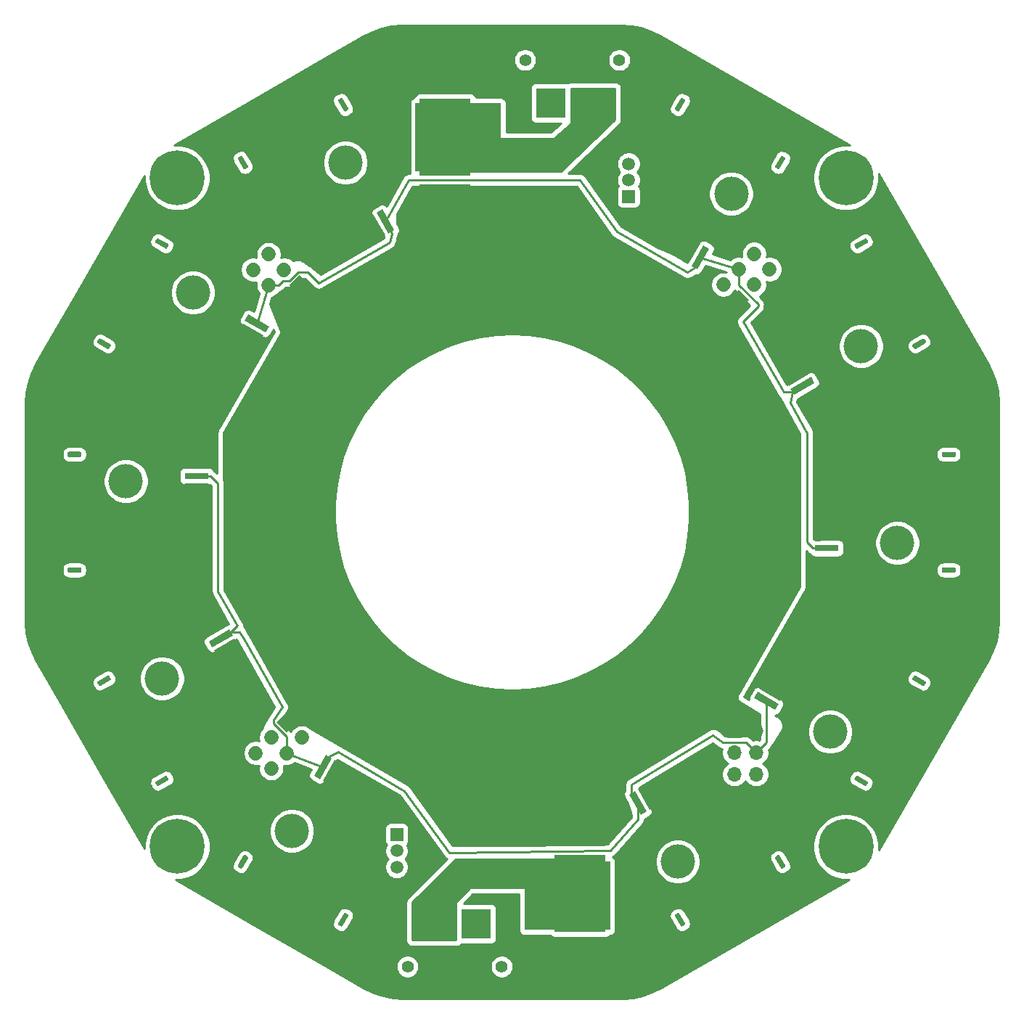
<source format=gbr>
G04 #@! TF.GenerationSoftware,KiCad,Pcbnew,(5.1.5)-3*
G04 #@! TF.CreationDate,2021-02-27T09:42:25-05:00*
G04 #@! TF.ProjectId,PDB,5044422e-6b69-4636-9164-5f7063625858,rev?*
G04 #@! TF.SameCoordinates,Original*
G04 #@! TF.FileFunction,Copper,L1,Top*
G04 #@! TF.FilePolarity,Positive*
%FSLAX46Y46*%
G04 Gerber Fmt 4.6, Leading zero omitted, Abs format (unit mm)*
G04 Created by KiCad (PCBNEW (5.1.5)-3) date 2021-02-27 09:42:25*
%MOMM*%
%LPD*%
G04 APERTURE LIST*
%ADD10C,1.400000*%
%ADD11R,3.500000X3.500000*%
%ADD12C,3.500000*%
%ADD13R,10.000000X8.000000*%
%ADD14C,0.100000*%
%ADD15C,1.700000*%
%ADD16R,1.700000X1.700000*%
%ADD17O,1.700000X1.700000*%
%ADD18C,4.000000*%
%ADD19C,6.400000*%
%ADD20R,6.000000X9.000000*%
%ADD21C,0.500000*%
%ADD22R,1.500000X1.500000*%
%ADD23C,1.500000*%
%ADD24R,0.800000X8.000000*%
%ADD25R,2.800000X0.800000*%
%ADD26R,3.700000X9.700000*%
%ADD27R,2.900000X8.700000*%
%ADD28R,1.400000X10.100000*%
%ADD29C,0.250000*%
%ADD30C,0.254000*%
G04 APERTURE END LIST*
D10*
X218646000Y-173080434D03*
X207646000Y-173080434D03*
D11*
X215646000Y-168080434D03*
D12*
X210646000Y-168080434D03*
D10*
X221362000Y-67322434D03*
X232362000Y-67322434D03*
D11*
X224362000Y-72322434D03*
D12*
X229362000Y-72322434D03*
D13*
X213540000Y-76324434D03*
X226290000Y-164824434D03*
G04 #@! TA.AperFunction,ComponentPad*
D14*
G36*
X192337918Y-144574434D02*
G01*
X193540000Y-143372352D01*
X194742082Y-144574434D01*
X193540000Y-145776516D01*
X192337918Y-144574434D01*
G37*
G04 #@! TD.AperFunction*
D15*
X195336051Y-146370485D02*
X195336051Y-146370485D01*
X191743949Y-146370485D02*
X191743949Y-146370485D01*
X193540000Y-148166536D02*
X193540000Y-148166536D01*
X189947898Y-148166536D02*
X189947898Y-148166536D01*
X191743949Y-149962588D02*
X191743949Y-149962588D01*
D16*
X245790000Y-145574434D03*
D17*
X248330000Y-145574434D03*
X245790000Y-148114434D03*
X248330000Y-148114434D03*
X245790000Y-150654434D03*
X248330000Y-150654434D03*
G04 #@! TA.AperFunction,ComponentPad*
D14*
G36*
X247492082Y-95324434D02*
G01*
X246290000Y-96526516D01*
X245087918Y-95324434D01*
X246290000Y-94122352D01*
X247492082Y-95324434D01*
G37*
G04 #@! TD.AperFunction*
D15*
X244493949Y-93528383D02*
X244493949Y-93528383D01*
X248086051Y-93528383D02*
X248086051Y-93528383D01*
X246290000Y-91732332D02*
X246290000Y-91732332D01*
X249882102Y-91732332D02*
X249882102Y-91732332D01*
X248086051Y-89936280D02*
X248086051Y-89936280D01*
G04 #@! TA.AperFunction,ComponentPad*
D14*
G36*
X195040000Y-92372352D02*
G01*
X196242082Y-93574434D01*
X195040000Y-94776516D01*
X193837918Y-93574434D01*
X195040000Y-92372352D01*
G37*
G04 #@! TD.AperFunction*
D15*
X193243949Y-95370485D02*
X193243949Y-95370485D01*
X193243949Y-91778383D02*
X193243949Y-91778383D01*
X191447898Y-93574434D02*
X191447898Y-93574434D01*
X191447898Y-89982332D02*
X191447898Y-89982332D01*
X189651846Y-91778383D02*
X189651846Y-91778383D01*
D18*
X264790000Y-116474434D03*
X264790000Y-123674434D03*
G04 #@! TA.AperFunction,WasherPad*
D14*
G36*
X271454703Y-113025156D02*
G01*
X271469264Y-113027316D01*
X271483543Y-113030893D01*
X271497403Y-113035852D01*
X271510710Y-113042146D01*
X271523336Y-113049714D01*
X271535159Y-113058482D01*
X271546066Y-113068368D01*
X271555952Y-113079275D01*
X271564720Y-113091098D01*
X271572288Y-113103724D01*
X271578582Y-113117031D01*
X271583541Y-113130891D01*
X271587118Y-113145170D01*
X271589278Y-113159731D01*
X271590000Y-113174434D01*
X271590000Y-113474434D01*
X271589278Y-113489137D01*
X271587118Y-113503698D01*
X271583541Y-113517977D01*
X271578582Y-113531837D01*
X271572288Y-113545144D01*
X271564720Y-113557770D01*
X271555952Y-113569593D01*
X271546066Y-113580500D01*
X271535159Y-113590386D01*
X271523336Y-113599154D01*
X271510710Y-113606722D01*
X271497403Y-113613016D01*
X271483543Y-113617975D01*
X271469264Y-113621552D01*
X271454703Y-113623712D01*
X271440000Y-113624434D01*
X270140000Y-113624434D01*
X270125297Y-113623712D01*
X270110736Y-113621552D01*
X270096457Y-113617975D01*
X270082597Y-113613016D01*
X270069290Y-113606722D01*
X270056664Y-113599154D01*
X270044841Y-113590386D01*
X270033934Y-113580500D01*
X270024048Y-113569593D01*
X270015280Y-113557770D01*
X270007712Y-113545144D01*
X270001418Y-113531837D01*
X269996459Y-113517977D01*
X269992882Y-113503698D01*
X269990722Y-113489137D01*
X269990000Y-113474434D01*
X269990000Y-113174434D01*
X269990722Y-113159731D01*
X269992882Y-113145170D01*
X269996459Y-113130891D01*
X270001418Y-113117031D01*
X270007712Y-113103724D01*
X270015280Y-113091098D01*
X270024048Y-113079275D01*
X270033934Y-113068368D01*
X270044841Y-113058482D01*
X270056664Y-113049714D01*
X270069290Y-113042146D01*
X270082597Y-113035852D01*
X270096457Y-113030893D01*
X270110736Y-113027316D01*
X270125297Y-113025156D01*
X270140000Y-113024434D01*
X271440000Y-113024434D01*
X271454703Y-113025156D01*
G37*
G04 #@! TD.AperFunction*
G04 #@! TA.AperFunction,WasherPad*
G36*
X271454703Y-126525156D02*
G01*
X271469264Y-126527316D01*
X271483543Y-126530893D01*
X271497403Y-126535852D01*
X271510710Y-126542146D01*
X271523336Y-126549714D01*
X271535159Y-126558482D01*
X271546066Y-126568368D01*
X271555952Y-126579275D01*
X271564720Y-126591098D01*
X271572288Y-126603724D01*
X271578582Y-126617031D01*
X271583541Y-126630891D01*
X271587118Y-126645170D01*
X271589278Y-126659731D01*
X271590000Y-126674434D01*
X271590000Y-126974434D01*
X271589278Y-126989137D01*
X271587118Y-127003698D01*
X271583541Y-127017977D01*
X271578582Y-127031837D01*
X271572288Y-127045144D01*
X271564720Y-127057770D01*
X271555952Y-127069593D01*
X271546066Y-127080500D01*
X271535159Y-127090386D01*
X271523336Y-127099154D01*
X271510710Y-127106722D01*
X271497403Y-127113016D01*
X271483543Y-127117975D01*
X271469264Y-127121552D01*
X271454703Y-127123712D01*
X271440000Y-127124434D01*
X270140000Y-127124434D01*
X270125297Y-127123712D01*
X270110736Y-127121552D01*
X270096457Y-127117975D01*
X270082597Y-127113016D01*
X270069290Y-127106722D01*
X270056664Y-127099154D01*
X270044841Y-127090386D01*
X270033934Y-127080500D01*
X270024048Y-127069593D01*
X270015280Y-127057770D01*
X270007712Y-127045144D01*
X270001418Y-127031837D01*
X269996459Y-127017977D01*
X269992882Y-127003698D01*
X269990722Y-126989137D01*
X269990000Y-126974434D01*
X269990000Y-126674434D01*
X269990722Y-126659731D01*
X269992882Y-126645170D01*
X269996459Y-126630891D01*
X270001418Y-126617031D01*
X270007712Y-126603724D01*
X270015280Y-126591098D01*
X270024048Y-126579275D01*
X270033934Y-126568368D01*
X270044841Y-126558482D01*
X270056664Y-126549714D01*
X270069290Y-126542146D01*
X270082597Y-126535852D01*
X270096457Y-126530893D01*
X270110736Y-126527316D01*
X270125297Y-126525156D01*
X270140000Y-126524434D01*
X271440000Y-126524434D01*
X271454703Y-126525156D01*
G37*
G04 #@! TD.AperFunction*
D18*
X260560926Y-139456685D03*
X256960926Y-145692067D03*
G04 #@! TA.AperFunction,WasherPad*
D14*
G36*
X266863740Y-139125084D02*
G01*
X266878222Y-139127719D01*
X266892377Y-139131761D01*
X266906067Y-139137171D01*
X266919161Y-139143897D01*
X268044995Y-139793897D01*
X268057367Y-139801874D01*
X268068897Y-139811025D01*
X268079475Y-139821262D01*
X268088998Y-139832487D01*
X268097375Y-139844591D01*
X268104526Y-139857458D01*
X268110381Y-139870963D01*
X268114884Y-139884978D01*
X268117991Y-139899367D01*
X268119674Y-139913990D01*
X268119915Y-139928709D01*
X268118712Y-139943380D01*
X268116077Y-139957862D01*
X268112035Y-139972017D01*
X268106625Y-139985707D01*
X268099899Y-139998801D01*
X267949899Y-140258609D01*
X267941922Y-140270981D01*
X267932771Y-140282511D01*
X267922534Y-140293089D01*
X267911309Y-140302612D01*
X267899205Y-140310989D01*
X267886338Y-140318140D01*
X267872833Y-140323995D01*
X267858818Y-140328498D01*
X267844429Y-140331605D01*
X267829806Y-140333288D01*
X267815087Y-140333529D01*
X267800416Y-140332326D01*
X267785934Y-140329691D01*
X267771779Y-140325649D01*
X267758089Y-140320239D01*
X267744995Y-140313513D01*
X266619161Y-139663513D01*
X266606789Y-139655536D01*
X266595259Y-139646385D01*
X266584681Y-139636148D01*
X266575158Y-139624923D01*
X266566781Y-139612819D01*
X266559630Y-139599952D01*
X266553775Y-139586447D01*
X266549272Y-139572432D01*
X266546165Y-139558043D01*
X266544482Y-139543420D01*
X266544241Y-139528701D01*
X266545444Y-139514030D01*
X266548079Y-139499548D01*
X266552121Y-139485393D01*
X266557531Y-139471703D01*
X266564257Y-139458609D01*
X266714257Y-139198801D01*
X266722234Y-139186429D01*
X266731385Y-139174899D01*
X266741622Y-139164321D01*
X266752847Y-139154798D01*
X266764951Y-139146421D01*
X266777818Y-139139270D01*
X266791323Y-139133415D01*
X266805338Y-139128912D01*
X266819727Y-139125805D01*
X266834350Y-139124122D01*
X266849069Y-139123881D01*
X266863740Y-139125084D01*
G37*
G04 #@! TD.AperFunction*
G04 #@! TA.AperFunction,WasherPad*
G36*
X260113740Y-150816426D02*
G01*
X260128222Y-150819061D01*
X260142377Y-150823103D01*
X260156067Y-150828513D01*
X260169161Y-150835239D01*
X261294995Y-151485239D01*
X261307367Y-151493216D01*
X261318897Y-151502367D01*
X261329475Y-151512604D01*
X261338998Y-151523829D01*
X261347375Y-151535933D01*
X261354526Y-151548800D01*
X261360381Y-151562305D01*
X261364884Y-151576320D01*
X261367991Y-151590709D01*
X261369674Y-151605332D01*
X261369915Y-151620051D01*
X261368712Y-151634722D01*
X261366077Y-151649204D01*
X261362035Y-151663359D01*
X261356625Y-151677049D01*
X261349899Y-151690143D01*
X261199899Y-151949951D01*
X261191922Y-151962323D01*
X261182771Y-151973853D01*
X261172534Y-151984431D01*
X261161309Y-151993954D01*
X261149205Y-152002331D01*
X261136338Y-152009482D01*
X261122833Y-152015337D01*
X261108818Y-152019840D01*
X261094429Y-152022947D01*
X261079806Y-152024630D01*
X261065087Y-152024871D01*
X261050416Y-152023668D01*
X261035934Y-152021033D01*
X261021779Y-152016991D01*
X261008089Y-152011581D01*
X260994995Y-152004855D01*
X259869161Y-151354855D01*
X259856789Y-151346878D01*
X259845259Y-151337727D01*
X259834681Y-151327490D01*
X259825158Y-151316265D01*
X259816781Y-151304161D01*
X259809630Y-151291294D01*
X259803775Y-151277789D01*
X259799272Y-151263774D01*
X259796165Y-151249385D01*
X259794482Y-151234762D01*
X259794241Y-151220043D01*
X259795444Y-151205372D01*
X259798079Y-151190890D01*
X259802121Y-151176735D01*
X259807531Y-151163045D01*
X259814257Y-151149951D01*
X259964257Y-150890143D01*
X259972234Y-150877771D01*
X259981385Y-150866241D01*
X259991622Y-150855663D01*
X260002847Y-150846140D01*
X260014951Y-150837763D01*
X260027818Y-150830612D01*
X260041323Y-150824757D01*
X260055338Y-150820254D01*
X260069727Y-150817147D01*
X260084350Y-150815464D01*
X260099069Y-150815223D01*
X260113740Y-150816426D01*
G37*
G04 #@! TD.AperFunction*
D18*
X245407315Y-157245360D03*
X239171933Y-160845360D03*
G04 #@! TA.AperFunction,WasherPad*
D14*
G36*
X250950010Y-160078916D02*
G01*
X250964633Y-160080599D01*
X250979022Y-160083706D01*
X250993037Y-160088209D01*
X251006542Y-160094064D01*
X251019409Y-160101215D01*
X251031513Y-160109592D01*
X251042738Y-160119115D01*
X251052975Y-160129693D01*
X251062126Y-160141223D01*
X251070103Y-160153595D01*
X251720103Y-161279429D01*
X251726829Y-161292523D01*
X251732239Y-161306213D01*
X251736281Y-161320368D01*
X251738916Y-161334850D01*
X251740119Y-161349521D01*
X251739878Y-161364240D01*
X251738195Y-161378863D01*
X251735088Y-161393252D01*
X251730585Y-161407267D01*
X251724730Y-161420772D01*
X251717579Y-161433639D01*
X251709202Y-161445743D01*
X251699679Y-161456968D01*
X251689101Y-161467205D01*
X251677571Y-161476356D01*
X251665199Y-161484333D01*
X251405391Y-161634333D01*
X251392297Y-161641059D01*
X251378607Y-161646469D01*
X251364452Y-161650511D01*
X251349970Y-161653146D01*
X251335299Y-161654349D01*
X251320580Y-161654108D01*
X251305957Y-161652425D01*
X251291568Y-161649318D01*
X251277553Y-161644815D01*
X251264048Y-161638960D01*
X251251181Y-161631809D01*
X251239077Y-161623432D01*
X251227852Y-161613909D01*
X251217615Y-161603331D01*
X251208464Y-161591801D01*
X251200487Y-161579429D01*
X250550487Y-160453595D01*
X250543761Y-160440501D01*
X250538351Y-160426811D01*
X250534309Y-160412656D01*
X250531674Y-160398174D01*
X250530471Y-160383503D01*
X250530712Y-160368784D01*
X250532395Y-160354161D01*
X250535502Y-160339772D01*
X250540005Y-160325757D01*
X250545860Y-160312252D01*
X250553011Y-160299385D01*
X250561388Y-160287281D01*
X250570911Y-160276056D01*
X250581489Y-160265819D01*
X250593019Y-160256668D01*
X250605391Y-160248691D01*
X250865199Y-160098691D01*
X250878293Y-160091965D01*
X250891983Y-160086555D01*
X250906138Y-160082513D01*
X250920620Y-160079878D01*
X250935291Y-160078675D01*
X250950010Y-160078916D01*
G37*
G04 #@! TD.AperFunction*
G04 #@! TA.AperFunction,WasherPad*
G36*
X239258668Y-166828916D02*
G01*
X239273291Y-166830599D01*
X239287680Y-166833706D01*
X239301695Y-166838209D01*
X239315200Y-166844064D01*
X239328067Y-166851215D01*
X239340171Y-166859592D01*
X239351396Y-166869115D01*
X239361633Y-166879693D01*
X239370784Y-166891223D01*
X239378761Y-166903595D01*
X240028761Y-168029429D01*
X240035487Y-168042523D01*
X240040897Y-168056213D01*
X240044939Y-168070368D01*
X240047574Y-168084850D01*
X240048777Y-168099521D01*
X240048536Y-168114240D01*
X240046853Y-168128863D01*
X240043746Y-168143252D01*
X240039243Y-168157267D01*
X240033388Y-168170772D01*
X240026237Y-168183639D01*
X240017860Y-168195743D01*
X240008337Y-168206968D01*
X239997759Y-168217205D01*
X239986229Y-168226356D01*
X239973857Y-168234333D01*
X239714049Y-168384333D01*
X239700955Y-168391059D01*
X239687265Y-168396469D01*
X239673110Y-168400511D01*
X239658628Y-168403146D01*
X239643957Y-168404349D01*
X239629238Y-168404108D01*
X239614615Y-168402425D01*
X239600226Y-168399318D01*
X239586211Y-168394815D01*
X239572706Y-168388960D01*
X239559839Y-168381809D01*
X239547735Y-168373432D01*
X239536510Y-168363909D01*
X239526273Y-168353331D01*
X239517122Y-168341801D01*
X239509145Y-168329429D01*
X238859145Y-167203595D01*
X238852419Y-167190501D01*
X238847009Y-167176811D01*
X238842967Y-167162656D01*
X238840332Y-167148174D01*
X238839129Y-167133503D01*
X238839370Y-167118784D01*
X238841053Y-167104161D01*
X238844160Y-167089772D01*
X238848663Y-167075757D01*
X238854518Y-167062252D01*
X238861669Y-167049385D01*
X238870046Y-167037281D01*
X238879569Y-167026056D01*
X238890147Y-167015819D01*
X238901677Y-167006668D01*
X238914049Y-166998691D01*
X239173857Y-166848691D01*
X239186951Y-166841965D01*
X239200641Y-166836555D01*
X239214796Y-166832513D01*
X239229278Y-166829878D01*
X239243949Y-166828675D01*
X239258668Y-166828916D01*
G37*
G04 #@! TD.AperFunction*
D18*
X200407315Y-160844926D03*
X194171933Y-157244926D03*
G04 #@! TA.AperFunction,WasherPad*
D14*
G36*
X200349970Y-166829444D02*
G01*
X200364452Y-166832079D01*
X200378607Y-166836121D01*
X200392297Y-166841531D01*
X200405391Y-166848257D01*
X200665199Y-166998257D01*
X200677571Y-167006234D01*
X200689101Y-167015385D01*
X200699679Y-167025622D01*
X200709202Y-167036847D01*
X200717579Y-167048951D01*
X200724730Y-167061818D01*
X200730585Y-167075323D01*
X200735088Y-167089338D01*
X200738195Y-167103727D01*
X200739878Y-167118350D01*
X200740119Y-167133069D01*
X200738916Y-167147740D01*
X200736281Y-167162222D01*
X200732239Y-167176377D01*
X200726829Y-167190067D01*
X200720103Y-167203161D01*
X200070103Y-168328995D01*
X200062126Y-168341367D01*
X200052975Y-168352897D01*
X200042738Y-168363475D01*
X200031513Y-168372998D01*
X200019409Y-168381375D01*
X200006542Y-168388526D01*
X199993037Y-168394381D01*
X199979022Y-168398884D01*
X199964633Y-168401991D01*
X199950010Y-168403674D01*
X199935291Y-168403915D01*
X199920620Y-168402712D01*
X199906138Y-168400077D01*
X199891983Y-168396035D01*
X199878293Y-168390625D01*
X199865199Y-168383899D01*
X199605391Y-168233899D01*
X199593019Y-168225922D01*
X199581489Y-168216771D01*
X199570911Y-168206534D01*
X199561388Y-168195309D01*
X199553011Y-168183205D01*
X199545860Y-168170338D01*
X199540005Y-168156833D01*
X199535502Y-168142818D01*
X199532395Y-168128429D01*
X199530712Y-168113806D01*
X199530471Y-168099087D01*
X199531674Y-168084416D01*
X199534309Y-168069934D01*
X199538351Y-168055779D01*
X199543761Y-168042089D01*
X199550487Y-168028995D01*
X200200487Y-166903161D01*
X200208464Y-166890789D01*
X200217615Y-166879259D01*
X200227852Y-166868681D01*
X200239077Y-166859158D01*
X200251181Y-166850781D01*
X200264048Y-166843630D01*
X200277553Y-166837775D01*
X200291568Y-166833272D01*
X200305957Y-166830165D01*
X200320580Y-166828482D01*
X200335299Y-166828241D01*
X200349970Y-166829444D01*
G37*
G04 #@! TD.AperFunction*
G04 #@! TA.AperFunction,WasherPad*
G36*
X188658628Y-160079444D02*
G01*
X188673110Y-160082079D01*
X188687265Y-160086121D01*
X188700955Y-160091531D01*
X188714049Y-160098257D01*
X188973857Y-160248257D01*
X188986229Y-160256234D01*
X188997759Y-160265385D01*
X189008337Y-160275622D01*
X189017860Y-160286847D01*
X189026237Y-160298951D01*
X189033388Y-160311818D01*
X189039243Y-160325323D01*
X189043746Y-160339338D01*
X189046853Y-160353727D01*
X189048536Y-160368350D01*
X189048777Y-160383069D01*
X189047574Y-160397740D01*
X189044939Y-160412222D01*
X189040897Y-160426377D01*
X189035487Y-160440067D01*
X189028761Y-160453161D01*
X188378761Y-161578995D01*
X188370784Y-161591367D01*
X188361633Y-161602897D01*
X188351396Y-161613475D01*
X188340171Y-161622998D01*
X188328067Y-161631375D01*
X188315200Y-161638526D01*
X188301695Y-161644381D01*
X188287680Y-161648884D01*
X188273291Y-161651991D01*
X188258668Y-161653674D01*
X188243949Y-161653915D01*
X188229278Y-161652712D01*
X188214796Y-161650077D01*
X188200641Y-161646035D01*
X188186951Y-161640625D01*
X188173857Y-161633899D01*
X187914049Y-161483899D01*
X187901677Y-161475922D01*
X187890147Y-161466771D01*
X187879569Y-161456534D01*
X187870046Y-161445309D01*
X187861669Y-161433205D01*
X187854518Y-161420338D01*
X187848663Y-161406833D01*
X187844160Y-161392818D01*
X187841053Y-161378429D01*
X187839370Y-161363806D01*
X187839129Y-161349087D01*
X187840332Y-161334416D01*
X187842967Y-161319934D01*
X187847009Y-161305779D01*
X187852419Y-161292089D01*
X187859145Y-161278995D01*
X188509145Y-160153161D01*
X188517122Y-160140789D01*
X188526273Y-160129259D01*
X188536510Y-160118681D01*
X188547735Y-160109158D01*
X188559839Y-160100781D01*
X188572706Y-160093630D01*
X188586211Y-160087775D01*
X188600226Y-160083272D01*
X188614615Y-160080165D01*
X188629238Y-160078482D01*
X188643957Y-160078241D01*
X188658628Y-160079444D01*
G37*
G04 #@! TD.AperFunction*
D18*
X182618640Y-145691315D03*
X179018640Y-139455933D03*
G04 #@! TA.AperFunction,WasherPad*
D14*
G36*
X179495216Y-150814712D02*
G01*
X179509839Y-150816395D01*
X179524228Y-150819502D01*
X179538243Y-150824005D01*
X179551748Y-150829860D01*
X179564615Y-150837011D01*
X179576719Y-150845388D01*
X179587944Y-150854911D01*
X179598181Y-150865489D01*
X179607332Y-150877019D01*
X179615309Y-150889391D01*
X179765309Y-151149199D01*
X179772035Y-151162293D01*
X179777445Y-151175983D01*
X179781487Y-151190138D01*
X179784122Y-151204620D01*
X179785325Y-151219291D01*
X179785084Y-151234010D01*
X179783401Y-151248633D01*
X179780294Y-151263022D01*
X179775791Y-151277037D01*
X179769936Y-151290542D01*
X179762785Y-151303409D01*
X179754408Y-151315513D01*
X179744885Y-151326738D01*
X179734307Y-151336975D01*
X179722777Y-151346126D01*
X179710405Y-151354103D01*
X178584571Y-152004103D01*
X178571477Y-152010829D01*
X178557787Y-152016239D01*
X178543632Y-152020281D01*
X178529150Y-152022916D01*
X178514479Y-152024119D01*
X178499760Y-152023878D01*
X178485137Y-152022195D01*
X178470748Y-152019088D01*
X178456733Y-152014585D01*
X178443228Y-152008730D01*
X178430361Y-152001579D01*
X178418257Y-151993202D01*
X178407032Y-151983679D01*
X178396795Y-151973101D01*
X178387644Y-151961571D01*
X178379667Y-151949199D01*
X178229667Y-151689391D01*
X178222941Y-151676297D01*
X178217531Y-151662607D01*
X178213489Y-151648452D01*
X178210854Y-151633970D01*
X178209651Y-151619299D01*
X178209892Y-151604580D01*
X178211575Y-151589957D01*
X178214682Y-151575568D01*
X178219185Y-151561553D01*
X178225040Y-151548048D01*
X178232191Y-151535181D01*
X178240568Y-151523077D01*
X178250091Y-151511852D01*
X178260669Y-151501615D01*
X178272199Y-151492464D01*
X178284571Y-151484487D01*
X179410405Y-150834487D01*
X179423499Y-150827761D01*
X179437189Y-150822351D01*
X179451344Y-150818309D01*
X179465826Y-150815674D01*
X179480497Y-150814471D01*
X179495216Y-150814712D01*
G37*
G04 #@! TD.AperFunction*
G04 #@! TA.AperFunction,WasherPad*
G36*
X172745216Y-139123370D02*
G01*
X172759839Y-139125053D01*
X172774228Y-139128160D01*
X172788243Y-139132663D01*
X172801748Y-139138518D01*
X172814615Y-139145669D01*
X172826719Y-139154046D01*
X172837944Y-139163569D01*
X172848181Y-139174147D01*
X172857332Y-139185677D01*
X172865309Y-139198049D01*
X173015309Y-139457857D01*
X173022035Y-139470951D01*
X173027445Y-139484641D01*
X173031487Y-139498796D01*
X173034122Y-139513278D01*
X173035325Y-139527949D01*
X173035084Y-139542668D01*
X173033401Y-139557291D01*
X173030294Y-139571680D01*
X173025791Y-139585695D01*
X173019936Y-139599200D01*
X173012785Y-139612067D01*
X173004408Y-139624171D01*
X172994885Y-139635396D01*
X172984307Y-139645633D01*
X172972777Y-139654784D01*
X172960405Y-139662761D01*
X171834571Y-140312761D01*
X171821477Y-140319487D01*
X171807787Y-140324897D01*
X171793632Y-140328939D01*
X171779150Y-140331574D01*
X171764479Y-140332777D01*
X171749760Y-140332536D01*
X171735137Y-140330853D01*
X171720748Y-140327746D01*
X171706733Y-140323243D01*
X171693228Y-140317388D01*
X171680361Y-140310237D01*
X171668257Y-140301860D01*
X171657032Y-140292337D01*
X171646795Y-140281759D01*
X171637644Y-140270229D01*
X171629667Y-140257857D01*
X171479667Y-139998049D01*
X171472941Y-139984955D01*
X171467531Y-139971265D01*
X171463489Y-139957110D01*
X171460854Y-139942628D01*
X171459651Y-139927957D01*
X171459892Y-139913238D01*
X171461575Y-139898615D01*
X171464682Y-139884226D01*
X171469185Y-139870211D01*
X171475040Y-139856706D01*
X171482191Y-139843839D01*
X171490568Y-139831735D01*
X171500091Y-139820510D01*
X171510669Y-139810273D01*
X171522199Y-139801122D01*
X171534571Y-139793145D01*
X172660405Y-139143145D01*
X172673499Y-139136419D01*
X172687189Y-139131009D01*
X172701344Y-139126967D01*
X172715826Y-139124332D01*
X172730497Y-139123129D01*
X172745216Y-139123370D01*
G37*
G04 #@! TD.AperFunction*
D18*
X174790000Y-123673566D03*
X174790000Y-116473566D03*
G04 #@! TA.AperFunction,WasherPad*
D14*
G36*
X169454703Y-126524288D02*
G01*
X169469264Y-126526448D01*
X169483543Y-126530025D01*
X169497403Y-126534984D01*
X169510710Y-126541278D01*
X169523336Y-126548846D01*
X169535159Y-126557614D01*
X169546066Y-126567500D01*
X169555952Y-126578407D01*
X169564720Y-126590230D01*
X169572288Y-126602856D01*
X169578582Y-126616163D01*
X169583541Y-126630023D01*
X169587118Y-126644302D01*
X169589278Y-126658863D01*
X169590000Y-126673566D01*
X169590000Y-126973566D01*
X169589278Y-126988269D01*
X169587118Y-127002830D01*
X169583541Y-127017109D01*
X169578582Y-127030969D01*
X169572288Y-127044276D01*
X169564720Y-127056902D01*
X169555952Y-127068725D01*
X169546066Y-127079632D01*
X169535159Y-127089518D01*
X169523336Y-127098286D01*
X169510710Y-127105854D01*
X169497403Y-127112148D01*
X169483543Y-127117107D01*
X169469264Y-127120684D01*
X169454703Y-127122844D01*
X169440000Y-127123566D01*
X168140000Y-127123566D01*
X168125297Y-127122844D01*
X168110736Y-127120684D01*
X168096457Y-127117107D01*
X168082597Y-127112148D01*
X168069290Y-127105854D01*
X168056664Y-127098286D01*
X168044841Y-127089518D01*
X168033934Y-127079632D01*
X168024048Y-127068725D01*
X168015280Y-127056902D01*
X168007712Y-127044276D01*
X168001418Y-127030969D01*
X167996459Y-127017109D01*
X167992882Y-127002830D01*
X167990722Y-126988269D01*
X167990000Y-126973566D01*
X167990000Y-126673566D01*
X167990722Y-126658863D01*
X167992882Y-126644302D01*
X167996459Y-126630023D01*
X168001418Y-126616163D01*
X168007712Y-126602856D01*
X168015280Y-126590230D01*
X168024048Y-126578407D01*
X168033934Y-126567500D01*
X168044841Y-126557614D01*
X168056664Y-126548846D01*
X168069290Y-126541278D01*
X168082597Y-126534984D01*
X168096457Y-126530025D01*
X168110736Y-126526448D01*
X168125297Y-126524288D01*
X168140000Y-126523566D01*
X169440000Y-126523566D01*
X169454703Y-126524288D01*
G37*
G04 #@! TD.AperFunction*
G04 #@! TA.AperFunction,WasherPad*
G36*
X169454703Y-113024288D02*
G01*
X169469264Y-113026448D01*
X169483543Y-113030025D01*
X169497403Y-113034984D01*
X169510710Y-113041278D01*
X169523336Y-113048846D01*
X169535159Y-113057614D01*
X169546066Y-113067500D01*
X169555952Y-113078407D01*
X169564720Y-113090230D01*
X169572288Y-113102856D01*
X169578582Y-113116163D01*
X169583541Y-113130023D01*
X169587118Y-113144302D01*
X169589278Y-113158863D01*
X169590000Y-113173566D01*
X169590000Y-113473566D01*
X169589278Y-113488269D01*
X169587118Y-113502830D01*
X169583541Y-113517109D01*
X169578582Y-113530969D01*
X169572288Y-113544276D01*
X169564720Y-113556902D01*
X169555952Y-113568725D01*
X169546066Y-113579632D01*
X169535159Y-113589518D01*
X169523336Y-113598286D01*
X169510710Y-113605854D01*
X169497403Y-113612148D01*
X169483543Y-113617107D01*
X169469264Y-113620684D01*
X169454703Y-113622844D01*
X169440000Y-113623566D01*
X168140000Y-113623566D01*
X168125297Y-113622844D01*
X168110736Y-113620684D01*
X168096457Y-113617107D01*
X168082597Y-113612148D01*
X168069290Y-113605854D01*
X168056664Y-113598286D01*
X168044841Y-113589518D01*
X168033934Y-113579632D01*
X168024048Y-113568725D01*
X168015280Y-113556902D01*
X168007712Y-113544276D01*
X168001418Y-113530969D01*
X167996459Y-113517109D01*
X167992882Y-113502830D01*
X167990722Y-113488269D01*
X167990000Y-113473566D01*
X167990000Y-113173566D01*
X167990722Y-113158863D01*
X167992882Y-113144302D01*
X167996459Y-113130023D01*
X168001418Y-113116163D01*
X168007712Y-113102856D01*
X168015280Y-113090230D01*
X168024048Y-113078407D01*
X168033934Y-113067500D01*
X168044841Y-113057614D01*
X168056664Y-113048846D01*
X168069290Y-113041278D01*
X168082597Y-113034984D01*
X168096457Y-113030025D01*
X168110736Y-113026448D01*
X168125297Y-113024288D01*
X168140000Y-113023566D01*
X169440000Y-113023566D01*
X169454703Y-113024288D01*
G37*
G04 #@! TD.AperFunction*
D18*
X179019074Y-100691315D03*
X182619074Y-94455933D03*
G04 #@! TA.AperFunction,WasherPad*
D14*
G36*
X171779584Y-99815674D02*
G01*
X171794066Y-99818309D01*
X171808221Y-99822351D01*
X171821911Y-99827761D01*
X171835005Y-99834487D01*
X172960839Y-100484487D01*
X172973211Y-100492464D01*
X172984741Y-100501615D01*
X172995319Y-100511852D01*
X173004842Y-100523077D01*
X173013219Y-100535181D01*
X173020370Y-100548048D01*
X173026225Y-100561553D01*
X173030728Y-100575568D01*
X173033835Y-100589957D01*
X173035518Y-100604580D01*
X173035759Y-100619299D01*
X173034556Y-100633970D01*
X173031921Y-100648452D01*
X173027879Y-100662607D01*
X173022469Y-100676297D01*
X173015743Y-100689391D01*
X172865743Y-100949199D01*
X172857766Y-100961571D01*
X172848615Y-100973101D01*
X172838378Y-100983679D01*
X172827153Y-100993202D01*
X172815049Y-101001579D01*
X172802182Y-101008730D01*
X172788677Y-101014585D01*
X172774662Y-101019088D01*
X172760273Y-101022195D01*
X172745650Y-101023878D01*
X172730931Y-101024119D01*
X172716260Y-101022916D01*
X172701778Y-101020281D01*
X172687623Y-101016239D01*
X172673933Y-101010829D01*
X172660839Y-101004103D01*
X171535005Y-100354103D01*
X171522633Y-100346126D01*
X171511103Y-100336975D01*
X171500525Y-100326738D01*
X171491002Y-100315513D01*
X171482625Y-100303409D01*
X171475474Y-100290542D01*
X171469619Y-100277037D01*
X171465116Y-100263022D01*
X171462009Y-100248633D01*
X171460326Y-100234010D01*
X171460085Y-100219291D01*
X171461288Y-100204620D01*
X171463923Y-100190138D01*
X171467965Y-100175983D01*
X171473375Y-100162293D01*
X171480101Y-100149199D01*
X171630101Y-99889391D01*
X171638078Y-99877019D01*
X171647229Y-99865489D01*
X171657466Y-99854911D01*
X171668691Y-99845388D01*
X171680795Y-99837011D01*
X171693662Y-99829860D01*
X171707167Y-99824005D01*
X171721182Y-99819502D01*
X171735571Y-99816395D01*
X171750194Y-99814712D01*
X171764913Y-99814471D01*
X171779584Y-99815674D01*
G37*
G04 #@! TD.AperFunction*
G04 #@! TA.AperFunction,WasherPad*
G36*
X178529584Y-88124332D02*
G01*
X178544066Y-88126967D01*
X178558221Y-88131009D01*
X178571911Y-88136419D01*
X178585005Y-88143145D01*
X179710839Y-88793145D01*
X179723211Y-88801122D01*
X179734741Y-88810273D01*
X179745319Y-88820510D01*
X179754842Y-88831735D01*
X179763219Y-88843839D01*
X179770370Y-88856706D01*
X179776225Y-88870211D01*
X179780728Y-88884226D01*
X179783835Y-88898615D01*
X179785518Y-88913238D01*
X179785759Y-88927957D01*
X179784556Y-88942628D01*
X179781921Y-88957110D01*
X179777879Y-88971265D01*
X179772469Y-88984955D01*
X179765743Y-88998049D01*
X179615743Y-89257857D01*
X179607766Y-89270229D01*
X179598615Y-89281759D01*
X179588378Y-89292337D01*
X179577153Y-89301860D01*
X179565049Y-89310237D01*
X179552182Y-89317388D01*
X179538677Y-89323243D01*
X179524662Y-89327746D01*
X179510273Y-89330853D01*
X179495650Y-89332536D01*
X179480931Y-89332777D01*
X179466260Y-89331574D01*
X179451778Y-89328939D01*
X179437623Y-89324897D01*
X179423933Y-89319487D01*
X179410839Y-89312761D01*
X178285005Y-88662761D01*
X178272633Y-88654784D01*
X178261103Y-88645633D01*
X178250525Y-88635396D01*
X178241002Y-88624171D01*
X178232625Y-88612067D01*
X178225474Y-88599200D01*
X178219619Y-88585695D01*
X178215116Y-88571680D01*
X178212009Y-88557291D01*
X178210326Y-88542668D01*
X178210085Y-88527949D01*
X178211288Y-88513278D01*
X178213923Y-88498796D01*
X178217965Y-88484641D01*
X178223375Y-88470951D01*
X178230101Y-88457857D01*
X178380101Y-88198049D01*
X178388078Y-88185677D01*
X178397229Y-88174147D01*
X178407466Y-88163569D01*
X178418691Y-88154046D01*
X178430795Y-88145669D01*
X178443662Y-88138518D01*
X178457167Y-88132663D01*
X178471182Y-88128160D01*
X178485571Y-88125053D01*
X178500194Y-88123370D01*
X178514913Y-88123129D01*
X178529584Y-88124332D01*
G37*
G04 #@! TD.AperFunction*
D18*
X194172685Y-82902640D03*
X200408067Y-79302640D03*
G04 #@! TA.AperFunction,WasherPad*
D14*
G36*
X188259420Y-78493892D02*
G01*
X188274043Y-78495575D01*
X188288432Y-78498682D01*
X188302447Y-78503185D01*
X188315952Y-78509040D01*
X188328819Y-78516191D01*
X188340923Y-78524568D01*
X188352148Y-78534091D01*
X188362385Y-78544669D01*
X188371536Y-78556199D01*
X188379513Y-78568571D01*
X189029513Y-79694405D01*
X189036239Y-79707499D01*
X189041649Y-79721189D01*
X189045691Y-79735344D01*
X189048326Y-79749826D01*
X189049529Y-79764497D01*
X189049288Y-79779216D01*
X189047605Y-79793839D01*
X189044498Y-79808228D01*
X189039995Y-79822243D01*
X189034140Y-79835748D01*
X189026989Y-79848615D01*
X189018612Y-79860719D01*
X189009089Y-79871944D01*
X188998511Y-79882181D01*
X188986981Y-79891332D01*
X188974609Y-79899309D01*
X188714801Y-80049309D01*
X188701707Y-80056035D01*
X188688017Y-80061445D01*
X188673862Y-80065487D01*
X188659380Y-80068122D01*
X188644709Y-80069325D01*
X188629990Y-80069084D01*
X188615367Y-80067401D01*
X188600978Y-80064294D01*
X188586963Y-80059791D01*
X188573458Y-80053936D01*
X188560591Y-80046785D01*
X188548487Y-80038408D01*
X188537262Y-80028885D01*
X188527025Y-80018307D01*
X188517874Y-80006777D01*
X188509897Y-79994405D01*
X187859897Y-78868571D01*
X187853171Y-78855477D01*
X187847761Y-78841787D01*
X187843719Y-78827632D01*
X187841084Y-78813150D01*
X187839881Y-78798479D01*
X187840122Y-78783760D01*
X187841805Y-78769137D01*
X187844912Y-78754748D01*
X187849415Y-78740733D01*
X187855270Y-78727228D01*
X187862421Y-78714361D01*
X187870798Y-78702257D01*
X187880321Y-78691032D01*
X187890899Y-78680795D01*
X187902429Y-78671644D01*
X187914801Y-78663667D01*
X188174609Y-78513667D01*
X188187703Y-78506941D01*
X188201393Y-78501531D01*
X188215548Y-78497489D01*
X188230030Y-78494854D01*
X188244701Y-78493651D01*
X188259420Y-78493892D01*
G37*
G04 #@! TD.AperFunction*
G04 #@! TA.AperFunction,WasherPad*
G36*
X199950762Y-71743892D02*
G01*
X199965385Y-71745575D01*
X199979774Y-71748682D01*
X199993789Y-71753185D01*
X200007294Y-71759040D01*
X200020161Y-71766191D01*
X200032265Y-71774568D01*
X200043490Y-71784091D01*
X200053727Y-71794669D01*
X200062878Y-71806199D01*
X200070855Y-71818571D01*
X200720855Y-72944405D01*
X200727581Y-72957499D01*
X200732991Y-72971189D01*
X200737033Y-72985344D01*
X200739668Y-72999826D01*
X200740871Y-73014497D01*
X200740630Y-73029216D01*
X200738947Y-73043839D01*
X200735840Y-73058228D01*
X200731337Y-73072243D01*
X200725482Y-73085748D01*
X200718331Y-73098615D01*
X200709954Y-73110719D01*
X200700431Y-73121944D01*
X200689853Y-73132181D01*
X200678323Y-73141332D01*
X200665951Y-73149309D01*
X200406143Y-73299309D01*
X200393049Y-73306035D01*
X200379359Y-73311445D01*
X200365204Y-73315487D01*
X200350722Y-73318122D01*
X200336051Y-73319325D01*
X200321332Y-73319084D01*
X200306709Y-73317401D01*
X200292320Y-73314294D01*
X200278305Y-73309791D01*
X200264800Y-73303936D01*
X200251933Y-73296785D01*
X200239829Y-73288408D01*
X200228604Y-73278885D01*
X200218367Y-73268307D01*
X200209216Y-73256777D01*
X200201239Y-73244405D01*
X199551239Y-72118571D01*
X199544513Y-72105477D01*
X199539103Y-72091787D01*
X199535061Y-72077632D01*
X199532426Y-72063150D01*
X199531223Y-72048479D01*
X199531464Y-72033760D01*
X199533147Y-72019137D01*
X199536254Y-72004748D01*
X199540757Y-71990733D01*
X199546612Y-71977228D01*
X199553763Y-71964361D01*
X199562140Y-71952257D01*
X199571663Y-71941032D01*
X199582241Y-71930795D01*
X199593771Y-71921644D01*
X199606143Y-71913667D01*
X199865951Y-71763667D01*
X199879045Y-71756941D01*
X199892735Y-71751531D01*
X199906890Y-71747489D01*
X199921372Y-71744854D01*
X199936043Y-71743651D01*
X199950762Y-71743892D01*
G37*
G04 #@! TD.AperFunction*
D18*
X239172685Y-79303074D03*
X245408067Y-82903074D03*
G04 #@! TA.AperFunction,WasherPad*
D14*
G36*
X239659380Y-71745288D02*
G01*
X239673862Y-71747923D01*
X239688017Y-71751965D01*
X239701707Y-71757375D01*
X239714801Y-71764101D01*
X239974609Y-71914101D01*
X239986981Y-71922078D01*
X239998511Y-71931229D01*
X240009089Y-71941466D01*
X240018612Y-71952691D01*
X240026989Y-71964795D01*
X240034140Y-71977662D01*
X240039995Y-71991167D01*
X240044498Y-72005182D01*
X240047605Y-72019571D01*
X240049288Y-72034194D01*
X240049529Y-72048913D01*
X240048326Y-72063584D01*
X240045691Y-72078066D01*
X240041649Y-72092221D01*
X240036239Y-72105911D01*
X240029513Y-72119005D01*
X239379513Y-73244839D01*
X239371536Y-73257211D01*
X239362385Y-73268741D01*
X239352148Y-73279319D01*
X239340923Y-73288842D01*
X239328819Y-73297219D01*
X239315952Y-73304370D01*
X239302447Y-73310225D01*
X239288432Y-73314728D01*
X239274043Y-73317835D01*
X239259420Y-73319518D01*
X239244701Y-73319759D01*
X239230030Y-73318556D01*
X239215548Y-73315921D01*
X239201393Y-73311879D01*
X239187703Y-73306469D01*
X239174609Y-73299743D01*
X238914801Y-73149743D01*
X238902429Y-73141766D01*
X238890899Y-73132615D01*
X238880321Y-73122378D01*
X238870798Y-73111153D01*
X238862421Y-73099049D01*
X238855270Y-73086182D01*
X238849415Y-73072677D01*
X238844912Y-73058662D01*
X238841805Y-73044273D01*
X238840122Y-73029650D01*
X238839881Y-73014931D01*
X238841084Y-73000260D01*
X238843719Y-72985778D01*
X238847761Y-72971623D01*
X238853171Y-72957933D01*
X238859897Y-72944839D01*
X239509897Y-71819005D01*
X239517874Y-71806633D01*
X239527025Y-71795103D01*
X239537262Y-71784525D01*
X239548487Y-71775002D01*
X239560591Y-71766625D01*
X239573458Y-71759474D01*
X239586963Y-71753619D01*
X239600978Y-71749116D01*
X239615367Y-71746009D01*
X239629990Y-71744326D01*
X239644709Y-71744085D01*
X239659380Y-71745288D01*
G37*
G04 #@! TD.AperFunction*
G04 #@! TA.AperFunction,WasherPad*
G36*
X251350722Y-78495288D02*
G01*
X251365204Y-78497923D01*
X251379359Y-78501965D01*
X251393049Y-78507375D01*
X251406143Y-78514101D01*
X251665951Y-78664101D01*
X251678323Y-78672078D01*
X251689853Y-78681229D01*
X251700431Y-78691466D01*
X251709954Y-78702691D01*
X251718331Y-78714795D01*
X251725482Y-78727662D01*
X251731337Y-78741167D01*
X251735840Y-78755182D01*
X251738947Y-78769571D01*
X251740630Y-78784194D01*
X251740871Y-78798913D01*
X251739668Y-78813584D01*
X251737033Y-78828066D01*
X251732991Y-78842221D01*
X251727581Y-78855911D01*
X251720855Y-78869005D01*
X251070855Y-79994839D01*
X251062878Y-80007211D01*
X251053727Y-80018741D01*
X251043490Y-80029319D01*
X251032265Y-80038842D01*
X251020161Y-80047219D01*
X251007294Y-80054370D01*
X250993789Y-80060225D01*
X250979774Y-80064728D01*
X250965385Y-80067835D01*
X250950762Y-80069518D01*
X250936043Y-80069759D01*
X250921372Y-80068556D01*
X250906890Y-80065921D01*
X250892735Y-80061879D01*
X250879045Y-80056469D01*
X250865951Y-80049743D01*
X250606143Y-79899743D01*
X250593771Y-79891766D01*
X250582241Y-79882615D01*
X250571663Y-79872378D01*
X250562140Y-79861153D01*
X250553763Y-79849049D01*
X250546612Y-79836182D01*
X250540757Y-79822677D01*
X250536254Y-79808662D01*
X250533147Y-79794273D01*
X250531464Y-79779650D01*
X250531223Y-79764931D01*
X250532426Y-79750260D01*
X250535061Y-79735778D01*
X250539103Y-79721623D01*
X250544513Y-79707933D01*
X250551239Y-79694839D01*
X251201239Y-78569005D01*
X251209216Y-78556633D01*
X251218367Y-78545103D01*
X251228604Y-78534525D01*
X251239829Y-78525002D01*
X251251933Y-78516625D01*
X251264800Y-78509474D01*
X251278305Y-78503619D01*
X251292320Y-78499116D01*
X251306709Y-78496009D01*
X251321332Y-78494326D01*
X251336051Y-78494085D01*
X251350722Y-78495288D01*
G37*
G04 #@! TD.AperFunction*
D18*
X256961360Y-94456685D03*
X260561360Y-100692067D03*
G04 #@! TA.AperFunction,WasherPad*
D14*
G36*
X261080240Y-88124122D02*
G01*
X261094863Y-88125805D01*
X261109252Y-88128912D01*
X261123267Y-88133415D01*
X261136772Y-88139270D01*
X261149639Y-88146421D01*
X261161743Y-88154798D01*
X261172968Y-88164321D01*
X261183205Y-88174899D01*
X261192356Y-88186429D01*
X261200333Y-88198801D01*
X261350333Y-88458609D01*
X261357059Y-88471703D01*
X261362469Y-88485393D01*
X261366511Y-88499548D01*
X261369146Y-88514030D01*
X261370349Y-88528701D01*
X261370108Y-88543420D01*
X261368425Y-88558043D01*
X261365318Y-88572432D01*
X261360815Y-88586447D01*
X261354960Y-88599952D01*
X261347809Y-88612819D01*
X261339432Y-88624923D01*
X261329909Y-88636148D01*
X261319331Y-88646385D01*
X261307801Y-88655536D01*
X261295429Y-88663513D01*
X260169595Y-89313513D01*
X260156501Y-89320239D01*
X260142811Y-89325649D01*
X260128656Y-89329691D01*
X260114174Y-89332326D01*
X260099503Y-89333529D01*
X260084784Y-89333288D01*
X260070161Y-89331605D01*
X260055772Y-89328498D01*
X260041757Y-89323995D01*
X260028252Y-89318140D01*
X260015385Y-89310989D01*
X260003281Y-89302612D01*
X259992056Y-89293089D01*
X259981819Y-89282511D01*
X259972668Y-89270981D01*
X259964691Y-89258609D01*
X259814691Y-88998801D01*
X259807965Y-88985707D01*
X259802555Y-88972017D01*
X259798513Y-88957862D01*
X259795878Y-88943380D01*
X259794675Y-88928709D01*
X259794916Y-88913990D01*
X259796599Y-88899367D01*
X259799706Y-88884978D01*
X259804209Y-88870963D01*
X259810064Y-88857458D01*
X259817215Y-88844591D01*
X259825592Y-88832487D01*
X259835115Y-88821262D01*
X259845693Y-88811025D01*
X259857223Y-88801874D01*
X259869595Y-88793897D01*
X260995429Y-88143897D01*
X261008523Y-88137171D01*
X261022213Y-88131761D01*
X261036368Y-88127719D01*
X261050850Y-88125084D01*
X261065521Y-88123881D01*
X261080240Y-88124122D01*
G37*
G04 #@! TD.AperFunction*
G04 #@! TA.AperFunction,WasherPad*
G36*
X267830240Y-99815464D02*
G01*
X267844863Y-99817147D01*
X267859252Y-99820254D01*
X267873267Y-99824757D01*
X267886772Y-99830612D01*
X267899639Y-99837763D01*
X267911743Y-99846140D01*
X267922968Y-99855663D01*
X267933205Y-99866241D01*
X267942356Y-99877771D01*
X267950333Y-99890143D01*
X268100333Y-100149951D01*
X268107059Y-100163045D01*
X268112469Y-100176735D01*
X268116511Y-100190890D01*
X268119146Y-100205372D01*
X268120349Y-100220043D01*
X268120108Y-100234762D01*
X268118425Y-100249385D01*
X268115318Y-100263774D01*
X268110815Y-100277789D01*
X268104960Y-100291294D01*
X268097809Y-100304161D01*
X268089432Y-100316265D01*
X268079909Y-100327490D01*
X268069331Y-100337727D01*
X268057801Y-100346878D01*
X268045429Y-100354855D01*
X266919595Y-101004855D01*
X266906501Y-101011581D01*
X266892811Y-101016991D01*
X266878656Y-101021033D01*
X266864174Y-101023668D01*
X266849503Y-101024871D01*
X266834784Y-101024630D01*
X266820161Y-101022947D01*
X266805772Y-101019840D01*
X266791757Y-101015337D01*
X266778252Y-101009482D01*
X266765385Y-101002331D01*
X266753281Y-100993954D01*
X266742056Y-100984431D01*
X266731819Y-100973853D01*
X266722668Y-100962323D01*
X266714691Y-100949951D01*
X266564691Y-100690143D01*
X266557965Y-100677049D01*
X266552555Y-100663359D01*
X266548513Y-100649204D01*
X266545878Y-100634722D01*
X266544675Y-100620051D01*
X266544916Y-100605332D01*
X266546599Y-100590709D01*
X266549706Y-100576320D01*
X266554209Y-100562305D01*
X266560064Y-100548800D01*
X266567215Y-100535933D01*
X266575592Y-100523829D01*
X266585115Y-100512604D01*
X266595693Y-100502367D01*
X266607223Y-100493216D01*
X266619595Y-100485239D01*
X267745429Y-99835239D01*
X267758523Y-99828513D01*
X267772213Y-99823103D01*
X267786368Y-99819061D01*
X267800850Y-99816426D01*
X267815521Y-99815223D01*
X267830240Y-99815464D01*
G37*
G04 #@! TD.AperFunction*
D19*
X258790000Y-81074434D03*
X180790000Y-81074434D03*
X258790000Y-159074434D03*
X180790000Y-159074434D03*
G04 #@! TA.AperFunction,SMDPad,CuDef*
D14*
G36*
X204659111Y-87067399D02*
G01*
X205059111Y-87760219D01*
X198130907Y-91760219D01*
X197730907Y-91067399D01*
X204659111Y-87067399D01*
G37*
G04 #@! TD.AperFunction*
G04 #@! TA.AperFunction,SMDPad,CuDef*
G36*
X204698341Y-84735348D02*
G01*
X206098341Y-87160220D01*
X205405521Y-87560220D01*
X204005521Y-85135348D01*
X204698341Y-84735348D01*
G37*
G04 #@! TD.AperFunction*
G04 #@! TA.AperFunction,SMDPad,CuDef*
G36*
X203659110Y-85335348D02*
G01*
X205059110Y-87760220D01*
X204366290Y-88160220D01*
X202966290Y-85735348D01*
X203659110Y-85335348D01*
G37*
G04 #@! TD.AperFunction*
G04 #@! TA.AperFunction,SMDPad,CuDef*
G36*
X202619880Y-85935348D02*
G01*
X204019880Y-88360220D01*
X203327060Y-88760220D01*
X201927060Y-86335348D01*
X202619880Y-85935348D01*
G37*
G04 #@! TD.AperFunction*
G04 #@! TA.AperFunction,SMDPad,CuDef*
G36*
X197423727Y-88935348D02*
G01*
X198823727Y-91360220D01*
X198130907Y-91760220D01*
X196730907Y-89335348D01*
X197423727Y-88935348D01*
G37*
G04 #@! TD.AperFunction*
G04 #@! TA.AperFunction,SMDPad,CuDef*
G36*
X198462958Y-88335348D02*
G01*
X199862958Y-90760220D01*
X199170138Y-91160220D01*
X197770138Y-88735348D01*
X198462958Y-88335348D01*
G37*
G04 #@! TD.AperFunction*
G04 #@! TA.AperFunction,SMDPad,CuDef*
G36*
X199502188Y-87735348D02*
G01*
X200902188Y-90160220D01*
X200209368Y-90560220D01*
X198809368Y-88135348D01*
X199502188Y-87735348D01*
G37*
G04 #@! TD.AperFunction*
G04 #@! TA.AperFunction,SMDPad,CuDef*
G36*
X200541419Y-87135348D02*
G01*
X201941419Y-89560220D01*
X201248599Y-89960220D01*
X199848599Y-87535348D01*
X200541419Y-87135348D01*
G37*
G04 #@! TD.AperFunction*
G04 #@! TA.AperFunction,SMDPad,CuDef*
G36*
X201580649Y-86535348D02*
G01*
X202980649Y-88960220D01*
X202287829Y-89360220D01*
X200887829Y-86935348D01*
X201580649Y-86535348D01*
G37*
G04 #@! TD.AperFunction*
G04 #@! TA.AperFunction,SMDPad,CuDef*
G36*
X207564847Y-89200283D02*
G01*
X209414847Y-92404577D01*
X201014401Y-97254577D01*
X199164401Y-94050283D01*
X207564847Y-89200283D01*
G37*
G04 #@! TD.AperFunction*
G04 #@! TA.AperFunction,SMDPad,CuDef*
G36*
X208981835Y-92654577D02*
G01*
X210431835Y-95166051D01*
X202897413Y-99516051D01*
X201447413Y-97004577D01*
X208981835Y-92654577D01*
G37*
G04 #@! TD.AperFunction*
G04 #@! TA.AperFunction,SMDPad,CuDef*
G36*
X211038052Y-94816050D02*
G01*
X211738052Y-96028486D01*
X202991196Y-101078486D01*
X202291196Y-99866050D01*
X211038052Y-94816050D01*
G37*
G04 #@! TD.AperFunction*
D20*
X212040000Y-76324434D03*
X212040000Y-86324434D03*
D21*
X210040000Y-86324434D03*
X210040000Y-85024434D03*
X210040000Y-83724434D03*
X210040000Y-87624434D03*
X210040000Y-88924434D03*
X212040000Y-82574434D03*
X212040000Y-90074434D03*
X214040000Y-88924434D03*
X214040000Y-87624434D03*
X214040000Y-86324434D03*
X214040000Y-85024434D03*
X214040000Y-83724434D03*
X212040000Y-80074434D03*
X212040000Y-72574434D03*
X210040000Y-78924434D03*
X210040000Y-77624434D03*
X210040000Y-76324434D03*
X210040000Y-75024434D03*
X210040000Y-73724434D03*
X214040000Y-78924434D03*
X214040000Y-77624434D03*
X214040000Y-76324434D03*
X214040000Y-75024434D03*
X214040000Y-73724434D03*
D22*
X233440000Y-83234434D03*
D23*
X233440000Y-81324434D03*
X233440000Y-79414434D03*
D20*
X227790000Y-164574434D03*
X227790000Y-154574434D03*
D21*
X229790000Y-154574434D03*
X229790000Y-155874434D03*
X229790000Y-157174434D03*
X229790000Y-153274434D03*
X229790000Y-151974434D03*
X227790000Y-158324434D03*
X227790000Y-150824434D03*
X225790000Y-151974434D03*
X225790000Y-153274434D03*
X225790000Y-154574434D03*
X225790000Y-155874434D03*
X225790000Y-157174434D03*
X227790000Y-160824434D03*
X227790000Y-168324434D03*
X229790000Y-161974434D03*
X229790000Y-163274434D03*
X229790000Y-164574434D03*
X229790000Y-165874434D03*
X229790000Y-167174434D03*
X225790000Y-161974434D03*
X225790000Y-163274434D03*
X225790000Y-164574434D03*
X225790000Y-165874434D03*
X225790000Y-167174434D03*
D22*
X206390000Y-157664434D03*
D23*
X206390000Y-159574434D03*
X206390000Y-161484434D03*
G04 #@! TA.AperFunction,SMDPad,CuDef*
D14*
G36*
X190182965Y-99054889D02*
G01*
X190875785Y-99454889D01*
X186875785Y-106383093D01*
X186182965Y-105983093D01*
X190182965Y-99054889D01*
G37*
G04 #@! TD.AperFunction*
G04 #@! TA.AperFunction,SMDPad,CuDef*
G36*
X189050914Y-97015659D02*
G01*
X191475786Y-98415659D01*
X191075786Y-99108479D01*
X188650914Y-97708479D01*
X189050914Y-97015659D01*
G37*
G04 #@! TD.AperFunction*
G04 #@! TA.AperFunction,SMDPad,CuDef*
G36*
X188450914Y-98054890D02*
G01*
X190875786Y-99454890D01*
X190475786Y-100147710D01*
X188050914Y-98747710D01*
X188450914Y-98054890D01*
G37*
G04 #@! TD.AperFunction*
G04 #@! TA.AperFunction,SMDPad,CuDef*
G36*
X187850914Y-99094120D02*
G01*
X190275786Y-100494120D01*
X189875786Y-101186940D01*
X187450914Y-99786940D01*
X187850914Y-99094120D01*
G37*
G04 #@! TD.AperFunction*
G04 #@! TA.AperFunction,SMDPad,CuDef*
G36*
X184850914Y-104290273D02*
G01*
X187275786Y-105690273D01*
X186875786Y-106383093D01*
X184450914Y-104983093D01*
X184850914Y-104290273D01*
G37*
G04 #@! TD.AperFunction*
G04 #@! TA.AperFunction,SMDPad,CuDef*
G36*
X185450914Y-103251042D02*
G01*
X187875786Y-104651042D01*
X187475786Y-105343862D01*
X185050914Y-103943862D01*
X185450914Y-103251042D01*
G37*
G04 #@! TD.AperFunction*
G04 #@! TA.AperFunction,SMDPad,CuDef*
G36*
X186050914Y-102211812D02*
G01*
X188475786Y-103611812D01*
X188075786Y-104304632D01*
X185650914Y-102904632D01*
X186050914Y-102211812D01*
G37*
G04 #@! TD.AperFunction*
G04 #@! TA.AperFunction,SMDPad,CuDef*
G36*
X186650914Y-101172581D02*
G01*
X189075786Y-102572581D01*
X188675786Y-103265401D01*
X186250914Y-101865401D01*
X186650914Y-101172581D01*
G37*
G04 #@! TD.AperFunction*
G04 #@! TA.AperFunction,SMDPad,CuDef*
G36*
X187250914Y-100133351D02*
G01*
X189675786Y-101533351D01*
X189275786Y-102226171D01*
X186850914Y-100826171D01*
X187250914Y-100133351D01*
G37*
G04 #@! TD.AperFunction*
G04 #@! TA.AperFunction,SMDPad,CuDef*
G36*
X193765849Y-99449153D02*
G01*
X196970143Y-101299153D01*
X192120143Y-109699599D01*
X188915849Y-107849599D01*
X193765849Y-99449153D01*
G37*
G04 #@! TD.AperFunction*
G04 #@! TA.AperFunction,SMDPad,CuDef*
G36*
X196720143Y-101732165D02*
G01*
X199231617Y-103182165D01*
X194881617Y-110716587D01*
X192370143Y-109266587D01*
X196720143Y-101732165D01*
G37*
G04 #@! TD.AperFunction*
G04 #@! TA.AperFunction,SMDPad,CuDef*
G36*
X199581616Y-102575948D02*
G01*
X200794052Y-103275948D01*
X195744052Y-112022804D01*
X194531616Y-111322804D01*
X199581616Y-102575948D01*
G37*
G04 #@! TD.AperFunction*
G04 #@! TA.AperFunction,SMDPad,CuDef*
G36*
X240809111Y-90466965D02*
G01*
X240409111Y-91159785D01*
X233480907Y-87159785D01*
X233880907Y-86466965D01*
X240809111Y-90466965D01*
G37*
G04 #@! TD.AperFunction*
G04 #@! TA.AperFunction,SMDPad,CuDef*
G36*
X242848341Y-89334914D02*
G01*
X241448341Y-91759786D01*
X240755521Y-91359786D01*
X242155521Y-88934914D01*
X242848341Y-89334914D01*
G37*
G04 #@! TD.AperFunction*
G04 #@! TA.AperFunction,SMDPad,CuDef*
G36*
X241809110Y-88734914D02*
G01*
X240409110Y-91159786D01*
X239716290Y-90759786D01*
X241116290Y-88334914D01*
X241809110Y-88734914D01*
G37*
G04 #@! TD.AperFunction*
G04 #@! TA.AperFunction,SMDPad,CuDef*
G36*
X240769880Y-88134914D02*
G01*
X239369880Y-90559786D01*
X238677060Y-90159786D01*
X240077060Y-87734914D01*
X240769880Y-88134914D01*
G37*
G04 #@! TD.AperFunction*
G04 #@! TA.AperFunction,SMDPad,CuDef*
G36*
X235573727Y-85134914D02*
G01*
X234173727Y-87559786D01*
X233480907Y-87159786D01*
X234880907Y-84734914D01*
X235573727Y-85134914D01*
G37*
G04 #@! TD.AperFunction*
G04 #@! TA.AperFunction,SMDPad,CuDef*
G36*
X236612958Y-85734914D02*
G01*
X235212958Y-88159786D01*
X234520138Y-87759786D01*
X235920138Y-85334914D01*
X236612958Y-85734914D01*
G37*
G04 #@! TD.AperFunction*
G04 #@! TA.AperFunction,SMDPad,CuDef*
G36*
X237652188Y-86334914D02*
G01*
X236252188Y-88759786D01*
X235559368Y-88359786D01*
X236959368Y-85934914D01*
X237652188Y-86334914D01*
G37*
G04 #@! TD.AperFunction*
G04 #@! TA.AperFunction,SMDPad,CuDef*
G36*
X238691419Y-86934914D02*
G01*
X237291419Y-89359786D01*
X236598599Y-88959786D01*
X237998599Y-86534914D01*
X238691419Y-86934914D01*
G37*
G04 #@! TD.AperFunction*
G04 #@! TA.AperFunction,SMDPad,CuDef*
G36*
X239730649Y-87534914D02*
G01*
X238330649Y-89959786D01*
X237637829Y-89559786D01*
X239037829Y-87134914D01*
X239730649Y-87534914D01*
G37*
G04 #@! TD.AperFunction*
G04 #@! TA.AperFunction,SMDPad,CuDef*
G36*
X240414847Y-94049849D02*
G01*
X238564847Y-97254143D01*
X230164401Y-92404143D01*
X232014401Y-89199849D01*
X240414847Y-94049849D01*
G37*
G04 #@! TD.AperFunction*
G04 #@! TA.AperFunction,SMDPad,CuDef*
G36*
X238131835Y-97004143D02*
G01*
X236681835Y-99515617D01*
X229147413Y-95165617D01*
X230597413Y-92654143D01*
X238131835Y-97004143D01*
G37*
G04 #@! TD.AperFunction*
G04 #@! TA.AperFunction,SMDPad,CuDef*
G36*
X237288052Y-99865616D02*
G01*
X236588052Y-101078052D01*
X227841196Y-96028052D01*
X228541196Y-94815616D01*
X237288052Y-99865616D01*
G37*
G04 #@! TD.AperFunction*
G04 #@! TA.AperFunction,SMDPad,CuDef*
G36*
X252796601Y-104943111D02*
G01*
X252103781Y-105343111D01*
X248103781Y-98414907D01*
X248796601Y-98014907D01*
X252796601Y-104943111D01*
G37*
G04 #@! TD.AperFunction*
G04 #@! TA.AperFunction,SMDPad,CuDef*
G36*
X255128652Y-104982341D02*
G01*
X252703780Y-106382341D01*
X252303780Y-105689521D01*
X254728652Y-104289521D01*
X255128652Y-104982341D01*
G37*
G04 #@! TD.AperFunction*
G04 #@! TA.AperFunction,SMDPad,CuDef*
G36*
X254528652Y-103943110D02*
G01*
X252103780Y-105343110D01*
X251703780Y-104650290D01*
X254128652Y-103250290D01*
X254528652Y-103943110D01*
G37*
G04 #@! TD.AperFunction*
G04 #@! TA.AperFunction,SMDPad,CuDef*
G36*
X253928652Y-102903880D02*
G01*
X251503780Y-104303880D01*
X251103780Y-103611060D01*
X253528652Y-102211060D01*
X253928652Y-102903880D01*
G37*
G04 #@! TD.AperFunction*
G04 #@! TA.AperFunction,SMDPad,CuDef*
G36*
X250928652Y-97707727D02*
G01*
X248503780Y-99107727D01*
X248103780Y-98414907D01*
X250528652Y-97014907D01*
X250928652Y-97707727D01*
G37*
G04 #@! TD.AperFunction*
G04 #@! TA.AperFunction,SMDPad,CuDef*
G36*
X251528652Y-98746958D02*
G01*
X249103780Y-100146958D01*
X248703780Y-99454138D01*
X251128652Y-98054138D01*
X251528652Y-98746958D01*
G37*
G04 #@! TD.AperFunction*
G04 #@! TA.AperFunction,SMDPad,CuDef*
G36*
X252128652Y-99786188D02*
G01*
X249703780Y-101186188D01*
X249303780Y-100493368D01*
X251728652Y-99093368D01*
X252128652Y-99786188D01*
G37*
G04 #@! TD.AperFunction*
G04 #@! TA.AperFunction,SMDPad,CuDef*
G36*
X252728652Y-100825419D02*
G01*
X250303780Y-102225419D01*
X249903780Y-101532599D01*
X252328652Y-100132599D01*
X252728652Y-100825419D01*
G37*
G04 #@! TD.AperFunction*
G04 #@! TA.AperFunction,SMDPad,CuDef*
G36*
X253328652Y-101864649D02*
G01*
X250903780Y-103264649D01*
X250503780Y-102571829D01*
X252928652Y-101171829D01*
X253328652Y-101864649D01*
G37*
G04 #@! TD.AperFunction*
G04 #@! TA.AperFunction,SMDPad,CuDef*
G36*
X250663717Y-107848847D02*
G01*
X247459423Y-109698847D01*
X242609423Y-101298401D01*
X245813717Y-99448401D01*
X250663717Y-107848847D01*
G37*
G04 #@! TD.AperFunction*
G04 #@! TA.AperFunction,SMDPad,CuDef*
G36*
X247209423Y-109265835D02*
G01*
X244697949Y-110715835D01*
X240347949Y-103181413D01*
X242859423Y-101731413D01*
X247209423Y-109265835D01*
G37*
G04 #@! TD.AperFunction*
G04 #@! TA.AperFunction,SMDPad,CuDef*
G36*
X245047950Y-111322052D02*
G01*
X243835514Y-112022052D01*
X238785514Y-103275196D01*
X239997950Y-102575196D01*
X245047950Y-111322052D01*
G37*
G04 #@! TD.AperFunction*
D24*
X255540000Y-119473566D03*
D25*
X256540000Y-124273566D03*
X256540000Y-123073566D03*
X256540000Y-121873566D03*
X256540000Y-115873566D03*
X256540000Y-117073566D03*
X256540000Y-118273566D03*
X256540000Y-119473566D03*
X256540000Y-120673566D03*
D26*
X250790000Y-120073566D03*
D27*
X247490000Y-120073566D03*
D28*
X245340000Y-120073566D03*
G04 #@! TA.AperFunction,SMDPad,CuDef*
D14*
G36*
X249397035Y-141093111D02*
G01*
X248704215Y-140693111D01*
X252704215Y-133764907D01*
X253397035Y-134164907D01*
X249397035Y-141093111D01*
G37*
G04 #@! TD.AperFunction*
G04 #@! TA.AperFunction,SMDPad,CuDef*
G36*
X250529086Y-143132341D02*
G01*
X248104214Y-141732341D01*
X248504214Y-141039521D01*
X250929086Y-142439521D01*
X250529086Y-143132341D01*
G37*
G04 #@! TD.AperFunction*
G04 #@! TA.AperFunction,SMDPad,CuDef*
G36*
X251129086Y-142093110D02*
G01*
X248704214Y-140693110D01*
X249104214Y-140000290D01*
X251529086Y-141400290D01*
X251129086Y-142093110D01*
G37*
G04 #@! TD.AperFunction*
G04 #@! TA.AperFunction,SMDPad,CuDef*
G36*
X251729086Y-141053880D02*
G01*
X249304214Y-139653880D01*
X249704214Y-138961060D01*
X252129086Y-140361060D01*
X251729086Y-141053880D01*
G37*
G04 #@! TD.AperFunction*
G04 #@! TA.AperFunction,SMDPad,CuDef*
G36*
X254729086Y-135857727D02*
G01*
X252304214Y-134457727D01*
X252704214Y-133764907D01*
X255129086Y-135164907D01*
X254729086Y-135857727D01*
G37*
G04 #@! TD.AperFunction*
G04 #@! TA.AperFunction,SMDPad,CuDef*
G36*
X254129086Y-136896958D02*
G01*
X251704214Y-135496958D01*
X252104214Y-134804138D01*
X254529086Y-136204138D01*
X254129086Y-136896958D01*
G37*
G04 #@! TD.AperFunction*
G04 #@! TA.AperFunction,SMDPad,CuDef*
G36*
X253529086Y-137936188D02*
G01*
X251104214Y-136536188D01*
X251504214Y-135843368D01*
X253929086Y-137243368D01*
X253529086Y-137936188D01*
G37*
G04 #@! TD.AperFunction*
G04 #@! TA.AperFunction,SMDPad,CuDef*
G36*
X252929086Y-138975419D02*
G01*
X250504214Y-137575419D01*
X250904214Y-136882599D01*
X253329086Y-138282599D01*
X252929086Y-138975419D01*
G37*
G04 #@! TD.AperFunction*
G04 #@! TA.AperFunction,SMDPad,CuDef*
G36*
X252329086Y-140014649D02*
G01*
X249904214Y-138614649D01*
X250304214Y-137921829D01*
X252729086Y-139321829D01*
X252329086Y-140014649D01*
G37*
G04 #@! TD.AperFunction*
G04 #@! TA.AperFunction,SMDPad,CuDef*
G36*
X245814151Y-140698847D02*
G01*
X242609857Y-138848847D01*
X247459857Y-130448401D01*
X250664151Y-132298401D01*
X245814151Y-140698847D01*
G37*
G04 #@! TD.AperFunction*
G04 #@! TA.AperFunction,SMDPad,CuDef*
G36*
X242859857Y-138415835D02*
G01*
X240348383Y-136965835D01*
X244698383Y-129431413D01*
X247209857Y-130881413D01*
X242859857Y-138415835D01*
G37*
G04 #@! TD.AperFunction*
G04 #@! TA.AperFunction,SMDPad,CuDef*
G36*
X239998384Y-137572052D02*
G01*
X238785948Y-136872052D01*
X243835948Y-128125196D01*
X245048384Y-128825196D01*
X239998384Y-137572052D01*
G37*
G04 #@! TD.AperFunction*
G04 #@! TA.AperFunction,SMDPad,CuDef*
G36*
X234920889Y-153080601D02*
G01*
X234520889Y-152387781D01*
X241449093Y-148387781D01*
X241849093Y-149080601D01*
X234920889Y-153080601D01*
G37*
G04 #@! TD.AperFunction*
G04 #@! TA.AperFunction,SMDPad,CuDef*
G36*
X234881659Y-155412652D02*
G01*
X233481659Y-152987780D01*
X234174479Y-152587780D01*
X235574479Y-155012652D01*
X234881659Y-155412652D01*
G37*
G04 #@! TD.AperFunction*
G04 #@! TA.AperFunction,SMDPad,CuDef*
G36*
X235920890Y-154812652D02*
G01*
X234520890Y-152387780D01*
X235213710Y-151987780D01*
X236613710Y-154412652D01*
X235920890Y-154812652D01*
G37*
G04 #@! TD.AperFunction*
G04 #@! TA.AperFunction,SMDPad,CuDef*
G36*
X236960120Y-154212652D02*
G01*
X235560120Y-151787780D01*
X236252940Y-151387780D01*
X237652940Y-153812652D01*
X236960120Y-154212652D01*
G37*
G04 #@! TD.AperFunction*
G04 #@! TA.AperFunction,SMDPad,CuDef*
G36*
X242156273Y-151212652D02*
G01*
X240756273Y-148787780D01*
X241449093Y-148387780D01*
X242849093Y-150812652D01*
X242156273Y-151212652D01*
G37*
G04 #@! TD.AperFunction*
G04 #@! TA.AperFunction,SMDPad,CuDef*
G36*
X241117042Y-151812652D02*
G01*
X239717042Y-149387780D01*
X240409862Y-148987780D01*
X241809862Y-151412652D01*
X241117042Y-151812652D01*
G37*
G04 #@! TD.AperFunction*
G04 #@! TA.AperFunction,SMDPad,CuDef*
G36*
X240077812Y-152412652D02*
G01*
X238677812Y-149987780D01*
X239370632Y-149587780D01*
X240770632Y-152012652D01*
X240077812Y-152412652D01*
G37*
G04 #@! TD.AperFunction*
G04 #@! TA.AperFunction,SMDPad,CuDef*
G36*
X239038581Y-153012652D02*
G01*
X237638581Y-150587780D01*
X238331401Y-150187780D01*
X239731401Y-152612652D01*
X239038581Y-153012652D01*
G37*
G04 #@! TD.AperFunction*
G04 #@! TA.AperFunction,SMDPad,CuDef*
G36*
X237999351Y-153612652D02*
G01*
X236599351Y-151187780D01*
X237292171Y-150787780D01*
X238692171Y-153212652D01*
X237999351Y-153612652D01*
G37*
G04 #@! TD.AperFunction*
G04 #@! TA.AperFunction,SMDPad,CuDef*
G36*
X232015153Y-150947717D02*
G01*
X230165153Y-147743423D01*
X238565599Y-142893423D01*
X240415599Y-146097717D01*
X232015153Y-150947717D01*
G37*
G04 #@! TD.AperFunction*
G04 #@! TA.AperFunction,SMDPad,CuDef*
G36*
X230598165Y-147493423D02*
G01*
X229148165Y-144981949D01*
X236682587Y-140631949D01*
X238132587Y-143143423D01*
X230598165Y-147493423D01*
G37*
G04 #@! TD.AperFunction*
G04 #@! TA.AperFunction,SMDPad,CuDef*
G36*
X228541948Y-145331950D02*
G01*
X227841948Y-144119514D01*
X236588804Y-139069514D01*
X237288804Y-140281950D01*
X228541948Y-145331950D01*
G37*
G04 #@! TD.AperFunction*
G04 #@! TA.AperFunction,SMDPad,CuDef*
G36*
X198770889Y-149681035D02*
G01*
X199170889Y-148988215D01*
X206099093Y-152988215D01*
X205699093Y-153681035D01*
X198770889Y-149681035D01*
G37*
G04 #@! TD.AperFunction*
G04 #@! TA.AperFunction,SMDPad,CuDef*
G36*
X196731659Y-150813086D02*
G01*
X198131659Y-148388214D01*
X198824479Y-148788214D01*
X197424479Y-151213086D01*
X196731659Y-150813086D01*
G37*
G04 #@! TD.AperFunction*
G04 #@! TA.AperFunction,SMDPad,CuDef*
G36*
X197770890Y-151413086D02*
G01*
X199170890Y-148988214D01*
X199863710Y-149388214D01*
X198463710Y-151813086D01*
X197770890Y-151413086D01*
G37*
G04 #@! TD.AperFunction*
G04 #@! TA.AperFunction,SMDPad,CuDef*
G36*
X198810120Y-152013086D02*
G01*
X200210120Y-149588214D01*
X200902940Y-149988214D01*
X199502940Y-152413086D01*
X198810120Y-152013086D01*
G37*
G04 #@! TD.AperFunction*
G04 #@! TA.AperFunction,SMDPad,CuDef*
G36*
X204006273Y-155013086D02*
G01*
X205406273Y-152588214D01*
X206099093Y-152988214D01*
X204699093Y-155413086D01*
X204006273Y-155013086D01*
G37*
G04 #@! TD.AperFunction*
G04 #@! TA.AperFunction,SMDPad,CuDef*
G36*
X202967042Y-154413086D02*
G01*
X204367042Y-151988214D01*
X205059862Y-152388214D01*
X203659862Y-154813086D01*
X202967042Y-154413086D01*
G37*
G04 #@! TD.AperFunction*
G04 #@! TA.AperFunction,SMDPad,CuDef*
G36*
X201927812Y-153813086D02*
G01*
X203327812Y-151388214D01*
X204020632Y-151788214D01*
X202620632Y-154213086D01*
X201927812Y-153813086D01*
G37*
G04 #@! TD.AperFunction*
G04 #@! TA.AperFunction,SMDPad,CuDef*
G36*
X200888581Y-153213086D02*
G01*
X202288581Y-150788214D01*
X202981401Y-151188214D01*
X201581401Y-153613086D01*
X200888581Y-153213086D01*
G37*
G04 #@! TD.AperFunction*
G04 #@! TA.AperFunction,SMDPad,CuDef*
G36*
X199849351Y-152613086D02*
G01*
X201249351Y-150188214D01*
X201942171Y-150588214D01*
X200542171Y-153013086D01*
X199849351Y-152613086D01*
G37*
G04 #@! TD.AperFunction*
G04 #@! TA.AperFunction,SMDPad,CuDef*
G36*
X199165153Y-146098151D02*
G01*
X201015153Y-142893857D01*
X209415599Y-147743857D01*
X207565599Y-150948151D01*
X199165153Y-146098151D01*
G37*
G04 #@! TD.AperFunction*
G04 #@! TA.AperFunction,SMDPad,CuDef*
G36*
X201448165Y-143143857D02*
G01*
X202898165Y-140632383D01*
X210432587Y-144982383D01*
X208982587Y-147493857D01*
X201448165Y-143143857D01*
G37*
G04 #@! TD.AperFunction*
G04 #@! TA.AperFunction,SMDPad,CuDef*
G36*
X202291948Y-140282384D02*
G01*
X202991948Y-139069948D01*
X211738804Y-144119948D01*
X211038804Y-145332384D01*
X202291948Y-140282384D01*
G37*
G04 #@! TD.AperFunction*
G04 #@! TA.AperFunction,SMDPad,CuDef*
G36*
X186783399Y-135204889D02*
G01*
X187476219Y-134804889D01*
X191476219Y-141733093D01*
X190783399Y-142133093D01*
X186783399Y-135204889D01*
G37*
G04 #@! TD.AperFunction*
G04 #@! TA.AperFunction,SMDPad,CuDef*
G36*
X184451348Y-135165659D02*
G01*
X186876220Y-133765659D01*
X187276220Y-134458479D01*
X184851348Y-135858479D01*
X184451348Y-135165659D01*
G37*
G04 #@! TD.AperFunction*
G04 #@! TA.AperFunction,SMDPad,CuDef*
G36*
X185051348Y-136204890D02*
G01*
X187476220Y-134804890D01*
X187876220Y-135497710D01*
X185451348Y-136897710D01*
X185051348Y-136204890D01*
G37*
G04 #@! TD.AperFunction*
G04 #@! TA.AperFunction,SMDPad,CuDef*
G36*
X185651348Y-137244120D02*
G01*
X188076220Y-135844120D01*
X188476220Y-136536940D01*
X186051348Y-137936940D01*
X185651348Y-137244120D01*
G37*
G04 #@! TD.AperFunction*
G04 #@! TA.AperFunction,SMDPad,CuDef*
G36*
X188651348Y-142440273D02*
G01*
X191076220Y-141040273D01*
X191476220Y-141733093D01*
X189051348Y-143133093D01*
X188651348Y-142440273D01*
G37*
G04 #@! TD.AperFunction*
G04 #@! TA.AperFunction,SMDPad,CuDef*
G36*
X188051348Y-141401042D02*
G01*
X190476220Y-140001042D01*
X190876220Y-140693862D01*
X188451348Y-142093862D01*
X188051348Y-141401042D01*
G37*
G04 #@! TD.AperFunction*
G04 #@! TA.AperFunction,SMDPad,CuDef*
G36*
X187451348Y-140361812D02*
G01*
X189876220Y-138961812D01*
X190276220Y-139654632D01*
X187851348Y-141054632D01*
X187451348Y-140361812D01*
G37*
G04 #@! TD.AperFunction*
G04 #@! TA.AperFunction,SMDPad,CuDef*
G36*
X186851348Y-139322581D02*
G01*
X189276220Y-137922581D01*
X189676220Y-138615401D01*
X187251348Y-140015401D01*
X186851348Y-139322581D01*
G37*
G04 #@! TD.AperFunction*
G04 #@! TA.AperFunction,SMDPad,CuDef*
G36*
X186251348Y-138283351D02*
G01*
X188676220Y-136883351D01*
X189076220Y-137576171D01*
X186651348Y-138976171D01*
X186251348Y-138283351D01*
G37*
G04 #@! TD.AperFunction*
G04 #@! TA.AperFunction,SMDPad,CuDef*
G36*
X188916283Y-132299153D02*
G01*
X192120577Y-130449153D01*
X196970577Y-138849599D01*
X193766283Y-140699599D01*
X188916283Y-132299153D01*
G37*
G04 #@! TD.AperFunction*
G04 #@! TA.AperFunction,SMDPad,CuDef*
G36*
X192370577Y-130882165D02*
G01*
X194882051Y-129432165D01*
X199232051Y-136966587D01*
X196720577Y-138416587D01*
X192370577Y-130882165D01*
G37*
G04 #@! TD.AperFunction*
G04 #@! TA.AperFunction,SMDPad,CuDef*
G36*
X194532050Y-128825948D02*
G01*
X195744486Y-128125948D01*
X200794486Y-136872804D01*
X199582050Y-137572804D01*
X194532050Y-128825948D01*
G37*
G04 #@! TD.AperFunction*
D24*
X184040000Y-120674434D03*
D25*
X183040000Y-115874434D03*
X183040000Y-117074434D03*
X183040000Y-118274434D03*
X183040000Y-124274434D03*
X183040000Y-123074434D03*
X183040000Y-121874434D03*
X183040000Y-120674434D03*
X183040000Y-119474434D03*
D26*
X188790000Y-120074434D03*
D27*
X192090000Y-120074434D03*
D28*
X194240000Y-120074434D03*
D29*
X252977713Y-106074434D02*
X253716216Y-105335931D01*
X251540000Y-106074434D02*
X252977713Y-106074434D01*
X246290000Y-91732332D02*
X246290000Y-93574434D01*
X248540000Y-95824434D02*
X248540000Y-96074434D01*
X248540000Y-96074434D02*
X246790000Y-97824434D01*
X246290000Y-93574434D02*
X248540000Y-95824434D01*
X246790000Y-97824434D02*
X251540000Y-106074434D01*
X254890000Y-124273566D02*
X256540000Y-124273566D01*
X252540000Y-106074434D02*
X252290000Y-107324434D01*
X254290000Y-123574434D02*
X254890000Y-124273566D01*
X252290000Y-107324434D02*
X254290000Y-110824434D01*
X253716216Y-105335931D02*
X252540000Y-106074434D01*
X254290000Y-110824434D02*
X254290000Y-123574434D01*
X246290000Y-91732332D02*
X241801931Y-90347350D01*
X191447898Y-93574434D02*
X190063350Y-98062069D01*
X205540000Y-88574434D02*
X205790000Y-87574434D01*
X197290000Y-93324434D02*
X205540000Y-88574434D01*
X196012908Y-92047342D02*
X197290000Y-93324434D01*
X205790000Y-87574434D02*
X205051931Y-86147784D01*
X192649979Y-93574434D02*
X193149979Y-93074434D01*
X191447898Y-93574434D02*
X192649979Y-93574434D01*
X193878282Y-93074434D02*
X194905374Y-92047342D01*
X193149979Y-93074434D02*
X193878282Y-93074434D01*
X194905374Y-92047342D02*
X196012908Y-92047342D01*
X241801931Y-90347350D02*
X241124846Y-91574434D01*
X240290000Y-92074434D02*
X232040000Y-87324434D01*
X207790000Y-81324434D02*
X205051931Y-86147784D01*
X232040000Y-87324434D02*
X227790000Y-81324434D01*
X241124846Y-91574434D02*
X240290000Y-92074434D01*
X227790000Y-81324434D02*
X207790000Y-81324434D01*
X184690000Y-115874434D02*
X183040000Y-115874434D01*
X185863784Y-134812069D02*
X186302365Y-134812069D01*
X185540000Y-129324434D02*
X185540000Y-116724434D01*
X185540000Y-116724434D02*
X184690000Y-115874434D01*
X187790000Y-133324434D02*
X185540000Y-129324434D01*
X186302365Y-134812069D02*
X187040000Y-134074434D01*
X187040000Y-134074434D02*
X187790000Y-133324434D01*
X188540000Y-134824434D02*
X188040000Y-134074434D01*
X193540000Y-146236152D02*
X192012908Y-144709060D01*
X188040000Y-134074434D02*
X187040000Y-134074434D01*
X193540000Y-148166536D02*
X193540000Y-146236152D01*
X192012908Y-144324434D02*
X193040000Y-142824434D01*
X193040000Y-142824434D02*
X188540000Y-134824434D01*
X192012908Y-144709060D02*
X192012908Y-144324434D01*
X193540000Y-148166536D02*
X197778069Y-149800650D01*
X234528069Y-154800215D02*
X234528069Y-154000216D01*
X199540000Y-148074434D02*
X207290000Y-152574434D01*
X234528069Y-155921367D02*
X234528069Y-154800215D01*
X198540000Y-148574434D02*
X199540000Y-148074434D01*
X207290000Y-152574434D02*
X212540000Y-159824434D01*
X212540000Y-159824434D02*
X231290000Y-159574434D01*
X231290000Y-159574434D02*
X234528069Y-155921367D01*
X249516650Y-146927784D02*
X249516650Y-142085931D01*
X248330000Y-148114434D02*
X249516650Y-146927784D01*
X233790000Y-152824434D02*
X233790000Y-151824434D01*
X247480001Y-147264435D02*
X248330000Y-148114434D01*
X234528069Y-154000216D02*
X233790000Y-152824434D01*
X233790000Y-151824434D02*
X243290000Y-146074434D01*
X244404999Y-146939433D02*
X247154999Y-146939433D01*
X247154999Y-146939433D02*
X247480001Y-147264435D01*
X243290000Y-146074434D02*
X244404999Y-146939433D01*
D30*
G36*
X231406915Y-87745508D02*
G01*
X231434690Y-87790055D01*
X231475668Y-87833702D01*
X231514911Y-87878947D01*
X231526836Y-87888201D01*
X231537160Y-87899198D01*
X231585859Y-87934007D01*
X231633181Y-87970732D01*
X231680151Y-87994215D01*
X239904922Y-92729690D01*
X239963251Y-92764677D01*
X240004976Y-92779622D01*
X240045388Y-92797875D01*
X240075298Y-92804811D01*
X240104189Y-92815160D01*
X240148028Y-92821678D01*
X240191225Y-92831696D01*
X240221914Y-92832664D01*
X240252268Y-92837177D01*
X240296544Y-92835017D01*
X240340857Y-92836415D01*
X240371131Y-92831380D01*
X240401796Y-92829884D01*
X240444813Y-92819124D01*
X240488535Y-92811852D01*
X240517246Y-92801006D01*
X240547029Y-92793557D01*
X240587119Y-92774613D01*
X240628583Y-92758950D01*
X240686277Y-92722978D01*
X241273777Y-92371116D01*
X241365056Y-92392399D01*
X241490073Y-92396492D01*
X241613486Y-92376116D01*
X241730553Y-92332055D01*
X241836775Y-92266002D01*
X241928069Y-92180496D01*
X242000928Y-92078822D01*
X242429567Y-91336397D01*
X244845444Y-92081918D01*
X244845918Y-92084301D01*
X244640209Y-92043383D01*
X244347689Y-92043383D01*
X244060791Y-92100451D01*
X243790538Y-92212393D01*
X243547317Y-92374908D01*
X243340474Y-92581751D01*
X243177959Y-92824972D01*
X243066017Y-93095225D01*
X243008949Y-93382123D01*
X243008949Y-93674643D01*
X243066017Y-93961541D01*
X243177959Y-94231794D01*
X243340474Y-94475015D01*
X243547317Y-94681858D01*
X243790538Y-94844373D01*
X244060791Y-94956315D01*
X244347689Y-95013383D01*
X244640209Y-95013383D01*
X244927107Y-94956315D01*
X245197360Y-94844373D01*
X245440581Y-94681858D01*
X245647424Y-94475015D01*
X245809939Y-94231794D01*
X245828280Y-94187515D01*
X247568498Y-95927734D01*
X247481699Y-96057933D01*
X246296987Y-97242646D01*
X246287160Y-97249670D01*
X246244118Y-97295515D01*
X246226201Y-97313432D01*
X246218594Y-97322702D01*
X246184690Y-97358813D01*
X246171198Y-97380453D01*
X246155026Y-97400158D01*
X246131681Y-97443833D01*
X246105484Y-97485850D01*
X246096477Y-97509695D01*
X246084454Y-97532188D01*
X246070078Y-97579582D01*
X246052582Y-97625899D01*
X246048398Y-97651053D01*
X246040998Y-97675449D01*
X246036145Y-97724722D01*
X246028019Y-97773577D01*
X246028823Y-97799064D01*
X246026324Y-97824434D01*
X246031177Y-97873704D01*
X246032738Y-97923208D01*
X246038499Y-97948052D01*
X246040998Y-97973419D01*
X246055371Y-98020803D01*
X246066559Y-98069045D01*
X246077051Y-98092276D01*
X246084454Y-98116680D01*
X246107804Y-98160365D01*
X246112740Y-98171293D01*
X246125381Y-98193248D01*
X246155026Y-98248710D01*
X246162691Y-98258049D01*
X250875397Y-106443279D01*
X250905026Y-106498710D01*
X250936435Y-106536982D01*
X250965235Y-106577274D01*
X250983826Y-106594728D01*
X250999946Y-106614370D01*
X253360181Y-110765129D01*
X253399572Y-110861566D01*
X253413000Y-110964874D01*
X253413000Y-128682226D01*
X253399249Y-128786745D01*
X253358933Y-128884142D01*
X246175609Y-141335237D01*
X246167114Y-141353024D01*
X246111458Y-141497410D01*
X246104824Y-141521406D01*
X246103167Y-141535829D01*
X246094323Y-141690317D01*
X246095343Y-141715193D01*
X246098176Y-141729433D01*
X246136992Y-141879227D01*
X246145569Y-141902599D01*
X246152619Y-141915291D01*
X246235376Y-142046043D01*
X246250689Y-142065673D01*
X246261282Y-142075601D01*
X246380054Y-142174789D01*
X246396119Y-142186212D01*
X248756651Y-143602532D01*
X248756650Y-146612982D01*
X248696408Y-146673224D01*
X248476260Y-146629434D01*
X248183740Y-146629434D01*
X247963592Y-146673225D01*
X247718803Y-146428436D01*
X247695000Y-146399432D01*
X247579275Y-146304459D01*
X247447246Y-146233887D01*
X247303985Y-146190430D01*
X247192332Y-146179433D01*
X247192321Y-146179433D01*
X247154999Y-146175757D01*
X247117677Y-146179433D01*
X244693034Y-146179433D01*
X243917700Y-145490247D01*
X243904358Y-145479890D01*
X243794353Y-145405669D01*
X243764157Y-145390691D01*
X243638502Y-145348022D01*
X243605429Y-145341516D01*
X243474125Y-145333474D01*
X243472356Y-145332850D01*
X243408070Y-145323598D01*
X243343986Y-145312668D01*
X243334029Y-145312941D01*
X243324176Y-145311523D01*
X243259296Y-145314991D01*
X243194336Y-145316773D01*
X243184628Y-145318982D01*
X243174683Y-145319514D01*
X243111698Y-145335580D01*
X243048362Y-145349995D01*
X243039274Y-145354055D01*
X243029621Y-145356517D01*
X242970986Y-145384560D01*
X242911674Y-145411055D01*
X242872998Y-145438461D01*
X233413841Y-151163741D01*
X233365725Y-151189460D01*
X233321013Y-151226154D01*
X233274707Y-151260808D01*
X233263250Y-151273559D01*
X233250000Y-151284433D01*
X233213314Y-151329135D01*
X233174650Y-151372166D01*
X233165899Y-151386911D01*
X233155027Y-151400158D01*
X233127764Y-151451162D01*
X233098241Y-151500905D01*
X233092537Y-151517067D01*
X233084455Y-151532187D01*
X233067662Y-151587545D01*
X233048416Y-151642078D01*
X233045974Y-151659043D01*
X233040998Y-151675448D01*
X233035329Y-151733008D01*
X233027089Y-151790258D01*
X233030001Y-151844733D01*
X233030000Y-152541096D01*
X232975443Y-152599346D01*
X232909390Y-152705568D01*
X232865329Y-152822635D01*
X232844953Y-152946048D01*
X232849046Y-153071065D01*
X232877449Y-153192881D01*
X232929072Y-153306816D01*
X233364562Y-154061107D01*
X233768069Y-155372505D01*
X233768069Y-155633021D01*
X230944046Y-158818979D01*
X221309955Y-158947434D01*
X213057393Y-158947434D01*
X212931592Y-158927336D01*
X212827399Y-158873716D01*
X212737926Y-158783031D01*
X207956673Y-152089277D01*
X207948175Y-152078635D01*
X207876969Y-151998672D01*
X207856812Y-151980415D01*
X207770213Y-151917445D01*
X207758786Y-151910039D01*
X196502924Y-145443905D01*
X196489526Y-145423853D01*
X196282683Y-145217010D01*
X196039462Y-145054495D01*
X195769209Y-144942553D01*
X195482311Y-144885485D01*
X195189791Y-144885485D01*
X194902893Y-144942553D01*
X194632640Y-145054495D01*
X194389419Y-145217010D01*
X194182576Y-145423853D01*
X194030340Y-145651690D01*
X192840147Y-144461498D01*
X193631908Y-143305185D01*
X193640617Y-143296093D01*
X193674125Y-143243529D01*
X193688174Y-143223012D01*
X193694204Y-143212031D01*
X193721091Y-143169855D01*
X193730152Y-143146577D01*
X193742181Y-143124673D01*
X193757248Y-143076962D01*
X193775393Y-143030344D01*
X193779738Y-143005743D01*
X193787263Y-142981915D01*
X193792733Y-142932177D01*
X193801433Y-142882919D01*
X193800896Y-142857942D01*
X193803627Y-142833105D01*
X193799290Y-142783280D01*
X193798214Y-142733247D01*
X193792810Y-142708839D01*
X193790645Y-142683962D01*
X193776672Y-142635943D01*
X193765854Y-142587079D01*
X193755796Y-142564201D01*
X193748817Y-142540218D01*
X193725742Y-142495843D01*
X193720700Y-142484374D01*
X193708506Y-142462696D01*
X193679750Y-142407395D01*
X193671875Y-142397574D01*
X189206595Y-134459298D01*
X189193066Y-134433924D01*
X189188302Y-134426779D01*
X189184094Y-134419297D01*
X189167618Y-134395752D01*
X189078635Y-134262278D01*
X188553262Y-133320229D01*
X188549197Y-133278961D01*
X188548214Y-133233247D01*
X188541874Y-133204610D01*
X188539002Y-133175449D01*
X188525736Y-133131714D01*
X188515854Y-133087079D01*
X188504057Y-133060246D01*
X188495546Y-133032188D01*
X188473999Y-132991877D01*
X188470700Y-132984374D01*
X188456386Y-132958927D01*
X188424973Y-132900159D01*
X188419747Y-132893791D01*
X186300000Y-129125352D01*
X186300000Y-119115677D01*
X199108312Y-119115677D01*
X199108312Y-120978017D01*
X199275251Y-122832858D01*
X199607784Y-124665269D01*
X200103235Y-126460495D01*
X200757614Y-128204082D01*
X201565653Y-129881991D01*
X202520845Y-131480714D01*
X203615501Y-132987378D01*
X204840806Y-134389852D01*
X206186895Y-135676845D01*
X207642930Y-136837995D01*
X209197188Y-137863952D01*
X210837156Y-138746456D01*
X212549629Y-139478402D01*
X214320818Y-140053896D01*
X216136465Y-140468306D01*
X217981949Y-140718293D01*
X219842413Y-140801847D01*
X221702877Y-140718293D01*
X223548361Y-140468306D01*
X225364008Y-140053896D01*
X227135197Y-139478402D01*
X228847670Y-138746456D01*
X230487638Y-137863952D01*
X232041896Y-136837995D01*
X233497931Y-135676845D01*
X234844020Y-134389852D01*
X236069325Y-132987378D01*
X237163981Y-131480714D01*
X238119173Y-129881991D01*
X238927212Y-128204082D01*
X239581591Y-126460495D01*
X240077042Y-124665269D01*
X240409575Y-122832858D01*
X240576514Y-120978017D01*
X240576514Y-119115677D01*
X240409575Y-117260836D01*
X240077042Y-115428425D01*
X239581591Y-113633199D01*
X238927212Y-111889612D01*
X238119173Y-110211703D01*
X237163981Y-108612980D01*
X236069325Y-107106316D01*
X234844020Y-105703842D01*
X233497931Y-104416849D01*
X232041896Y-103255699D01*
X230487638Y-102229742D01*
X228847670Y-101347238D01*
X227135197Y-100615292D01*
X225364008Y-100039798D01*
X223548361Y-99625388D01*
X221702877Y-99375401D01*
X219842413Y-99291847D01*
X217981949Y-99375401D01*
X216136465Y-99625388D01*
X214320818Y-100039798D01*
X212549629Y-100615292D01*
X210837156Y-101347238D01*
X209197188Y-102229742D01*
X207642930Y-103255699D01*
X206186895Y-104416849D01*
X204840806Y-105703842D01*
X203615501Y-107106316D01*
X202520845Y-108612980D01*
X201565653Y-110211703D01*
X200757614Y-111889612D01*
X200103235Y-113633199D01*
X199607784Y-115428425D01*
X199275251Y-117260836D01*
X199108312Y-119115677D01*
X186300000Y-119115677D01*
X186300000Y-116761767D01*
X186303677Y-116724434D01*
X186289003Y-116575448D01*
X186245546Y-116432187D01*
X186174974Y-116300158D01*
X186167000Y-116290442D01*
X186167000Y-110966114D01*
X186180654Y-110861961D01*
X186220699Y-110764840D01*
X192777956Y-99350355D01*
X192786266Y-99332950D01*
X192840942Y-99191743D01*
X192847613Y-99167757D01*
X192849238Y-99154188D01*
X192859136Y-99003090D01*
X192858321Y-98978207D01*
X192855810Y-98964773D01*
X192820023Y-98817641D01*
X192814055Y-98799301D01*
X191566218Y-95768840D01*
X191797571Y-95018972D01*
X191881056Y-95002366D01*
X192151309Y-94890424D01*
X192394530Y-94727909D01*
X192601373Y-94521066D01*
X192728807Y-94330347D01*
X192798965Y-94323437D01*
X192942226Y-94279980D01*
X193074255Y-94209408D01*
X193189980Y-94114435D01*
X193213783Y-94085431D01*
X193464780Y-93834434D01*
X193840960Y-93834434D01*
X193878282Y-93838110D01*
X193915604Y-93834434D01*
X193915615Y-93834434D01*
X194027268Y-93823437D01*
X194170529Y-93779980D01*
X194302558Y-93709408D01*
X194418283Y-93614435D01*
X194442085Y-93585432D01*
X195220177Y-92807342D01*
X195698107Y-92807342D01*
X196708214Y-93817450D01*
X196715236Y-93827274D01*
X196761065Y-93870301D01*
X196778997Y-93888233D01*
X196788274Y-93895846D01*
X196824379Y-93929744D01*
X196846018Y-93943235D01*
X196865724Y-93959408D01*
X196909401Y-93982754D01*
X196951416Y-94008950D01*
X196975258Y-94017956D01*
X196997753Y-94029980D01*
X197045152Y-94044358D01*
X197091465Y-94061852D01*
X197116617Y-94066035D01*
X197141014Y-94073436D01*
X197190289Y-94078289D01*
X197239143Y-94086415D01*
X197264630Y-94085611D01*
X197290000Y-94088110D01*
X197339271Y-94083257D01*
X197388774Y-94081696D01*
X197413617Y-94075935D01*
X197438986Y-94073436D01*
X197486372Y-94059062D01*
X197534611Y-94047875D01*
X197557842Y-94037383D01*
X197582246Y-94029980D01*
X197625931Y-94006630D01*
X197636859Y-94001694D01*
X197658814Y-93989053D01*
X197714276Y-93959408D01*
X197723615Y-93951743D01*
X205892817Y-89248265D01*
X205932908Y-89229281D01*
X205987456Y-89188787D01*
X206042840Y-89149199D01*
X206047573Y-89144158D01*
X206053113Y-89140045D01*
X206098727Y-89089672D01*
X206145309Y-89040056D01*
X206148965Y-89034193D01*
X206153599Y-89029075D01*
X206188526Y-88970743D01*
X206224516Y-88913019D01*
X206226957Y-88906557D01*
X206230505Y-88900631D01*
X206253391Y-88836576D01*
X206277417Y-88772970D01*
X206284697Y-88729203D01*
X206314160Y-88611352D01*
X206315174Y-88610110D01*
X206333240Y-88580504D01*
X206387783Y-88455326D01*
X206397165Y-88421938D01*
X206415810Y-88286671D01*
X206417000Y-88269329D01*
X206417000Y-88199993D01*
X206512422Y-87818306D01*
X206517746Y-87805925D01*
X206530550Y-87745792D01*
X206536362Y-87722544D01*
X206538321Y-87709298D01*
X206548924Y-87659500D01*
X206549248Y-87635394D01*
X206552773Y-87611557D01*
X206552415Y-87604326D01*
X206604557Y-87548654D01*
X206670610Y-87442432D01*
X206714671Y-87325365D01*
X206735047Y-87201952D01*
X206730954Y-87076935D01*
X206702551Y-86955119D01*
X206650928Y-86841184D01*
X206417000Y-86436008D01*
X206417000Y-85432841D01*
X206448178Y-85270951D01*
X206506814Y-85124361D01*
X208232488Y-82084434D01*
X227396990Y-82084434D01*
X231406915Y-87745508D01*
G37*
X231406915Y-87745508D02*
X231434690Y-87790055D01*
X231475668Y-87833702D01*
X231514911Y-87878947D01*
X231526836Y-87888201D01*
X231537160Y-87899198D01*
X231585859Y-87934007D01*
X231633181Y-87970732D01*
X231680151Y-87994215D01*
X239904922Y-92729690D01*
X239963251Y-92764677D01*
X240004976Y-92779622D01*
X240045388Y-92797875D01*
X240075298Y-92804811D01*
X240104189Y-92815160D01*
X240148028Y-92821678D01*
X240191225Y-92831696D01*
X240221914Y-92832664D01*
X240252268Y-92837177D01*
X240296544Y-92835017D01*
X240340857Y-92836415D01*
X240371131Y-92831380D01*
X240401796Y-92829884D01*
X240444813Y-92819124D01*
X240488535Y-92811852D01*
X240517246Y-92801006D01*
X240547029Y-92793557D01*
X240587119Y-92774613D01*
X240628583Y-92758950D01*
X240686277Y-92722978D01*
X241273777Y-92371116D01*
X241365056Y-92392399D01*
X241490073Y-92396492D01*
X241613486Y-92376116D01*
X241730553Y-92332055D01*
X241836775Y-92266002D01*
X241928069Y-92180496D01*
X242000928Y-92078822D01*
X242429567Y-91336397D01*
X244845444Y-92081918D01*
X244845918Y-92084301D01*
X244640209Y-92043383D01*
X244347689Y-92043383D01*
X244060791Y-92100451D01*
X243790538Y-92212393D01*
X243547317Y-92374908D01*
X243340474Y-92581751D01*
X243177959Y-92824972D01*
X243066017Y-93095225D01*
X243008949Y-93382123D01*
X243008949Y-93674643D01*
X243066017Y-93961541D01*
X243177959Y-94231794D01*
X243340474Y-94475015D01*
X243547317Y-94681858D01*
X243790538Y-94844373D01*
X244060791Y-94956315D01*
X244347689Y-95013383D01*
X244640209Y-95013383D01*
X244927107Y-94956315D01*
X245197360Y-94844373D01*
X245440581Y-94681858D01*
X245647424Y-94475015D01*
X245809939Y-94231794D01*
X245828280Y-94187515D01*
X247568498Y-95927734D01*
X247481699Y-96057933D01*
X246296987Y-97242646D01*
X246287160Y-97249670D01*
X246244118Y-97295515D01*
X246226201Y-97313432D01*
X246218594Y-97322702D01*
X246184690Y-97358813D01*
X246171198Y-97380453D01*
X246155026Y-97400158D01*
X246131681Y-97443833D01*
X246105484Y-97485850D01*
X246096477Y-97509695D01*
X246084454Y-97532188D01*
X246070078Y-97579582D01*
X246052582Y-97625899D01*
X246048398Y-97651053D01*
X246040998Y-97675449D01*
X246036145Y-97724722D01*
X246028019Y-97773577D01*
X246028823Y-97799064D01*
X246026324Y-97824434D01*
X246031177Y-97873704D01*
X246032738Y-97923208D01*
X246038499Y-97948052D01*
X246040998Y-97973419D01*
X246055371Y-98020803D01*
X246066559Y-98069045D01*
X246077051Y-98092276D01*
X246084454Y-98116680D01*
X246107804Y-98160365D01*
X246112740Y-98171293D01*
X246125381Y-98193248D01*
X246155026Y-98248710D01*
X246162691Y-98258049D01*
X250875397Y-106443279D01*
X250905026Y-106498710D01*
X250936435Y-106536982D01*
X250965235Y-106577274D01*
X250983826Y-106594728D01*
X250999946Y-106614370D01*
X253360181Y-110765129D01*
X253399572Y-110861566D01*
X253413000Y-110964874D01*
X253413000Y-128682226D01*
X253399249Y-128786745D01*
X253358933Y-128884142D01*
X246175609Y-141335237D01*
X246167114Y-141353024D01*
X246111458Y-141497410D01*
X246104824Y-141521406D01*
X246103167Y-141535829D01*
X246094323Y-141690317D01*
X246095343Y-141715193D01*
X246098176Y-141729433D01*
X246136992Y-141879227D01*
X246145569Y-141902599D01*
X246152619Y-141915291D01*
X246235376Y-142046043D01*
X246250689Y-142065673D01*
X246261282Y-142075601D01*
X246380054Y-142174789D01*
X246396119Y-142186212D01*
X248756651Y-143602532D01*
X248756650Y-146612982D01*
X248696408Y-146673224D01*
X248476260Y-146629434D01*
X248183740Y-146629434D01*
X247963592Y-146673225D01*
X247718803Y-146428436D01*
X247695000Y-146399432D01*
X247579275Y-146304459D01*
X247447246Y-146233887D01*
X247303985Y-146190430D01*
X247192332Y-146179433D01*
X247192321Y-146179433D01*
X247154999Y-146175757D01*
X247117677Y-146179433D01*
X244693034Y-146179433D01*
X243917700Y-145490247D01*
X243904358Y-145479890D01*
X243794353Y-145405669D01*
X243764157Y-145390691D01*
X243638502Y-145348022D01*
X243605429Y-145341516D01*
X243474125Y-145333474D01*
X243472356Y-145332850D01*
X243408070Y-145323598D01*
X243343986Y-145312668D01*
X243334029Y-145312941D01*
X243324176Y-145311523D01*
X243259296Y-145314991D01*
X243194336Y-145316773D01*
X243184628Y-145318982D01*
X243174683Y-145319514D01*
X243111698Y-145335580D01*
X243048362Y-145349995D01*
X243039274Y-145354055D01*
X243029621Y-145356517D01*
X242970986Y-145384560D01*
X242911674Y-145411055D01*
X242872998Y-145438461D01*
X233413841Y-151163741D01*
X233365725Y-151189460D01*
X233321013Y-151226154D01*
X233274707Y-151260808D01*
X233263250Y-151273559D01*
X233250000Y-151284433D01*
X233213314Y-151329135D01*
X233174650Y-151372166D01*
X233165899Y-151386911D01*
X233155027Y-151400158D01*
X233127764Y-151451162D01*
X233098241Y-151500905D01*
X233092537Y-151517067D01*
X233084455Y-151532187D01*
X233067662Y-151587545D01*
X233048416Y-151642078D01*
X233045974Y-151659043D01*
X233040998Y-151675448D01*
X233035329Y-151733008D01*
X233027089Y-151790258D01*
X233030001Y-151844733D01*
X233030000Y-152541096D01*
X232975443Y-152599346D01*
X232909390Y-152705568D01*
X232865329Y-152822635D01*
X232844953Y-152946048D01*
X232849046Y-153071065D01*
X232877449Y-153192881D01*
X232929072Y-153306816D01*
X233364562Y-154061107D01*
X233768069Y-155372505D01*
X233768069Y-155633021D01*
X230944046Y-158818979D01*
X221309955Y-158947434D01*
X213057393Y-158947434D01*
X212931592Y-158927336D01*
X212827399Y-158873716D01*
X212737926Y-158783031D01*
X207956673Y-152089277D01*
X207948175Y-152078635D01*
X207876969Y-151998672D01*
X207856812Y-151980415D01*
X207770213Y-151917445D01*
X207758786Y-151910039D01*
X196502924Y-145443905D01*
X196489526Y-145423853D01*
X196282683Y-145217010D01*
X196039462Y-145054495D01*
X195769209Y-144942553D01*
X195482311Y-144885485D01*
X195189791Y-144885485D01*
X194902893Y-144942553D01*
X194632640Y-145054495D01*
X194389419Y-145217010D01*
X194182576Y-145423853D01*
X194030340Y-145651690D01*
X192840147Y-144461498D01*
X193631908Y-143305185D01*
X193640617Y-143296093D01*
X193674125Y-143243529D01*
X193688174Y-143223012D01*
X193694204Y-143212031D01*
X193721091Y-143169855D01*
X193730152Y-143146577D01*
X193742181Y-143124673D01*
X193757248Y-143076962D01*
X193775393Y-143030344D01*
X193779738Y-143005743D01*
X193787263Y-142981915D01*
X193792733Y-142932177D01*
X193801433Y-142882919D01*
X193800896Y-142857942D01*
X193803627Y-142833105D01*
X193799290Y-142783280D01*
X193798214Y-142733247D01*
X193792810Y-142708839D01*
X193790645Y-142683962D01*
X193776672Y-142635943D01*
X193765854Y-142587079D01*
X193755796Y-142564201D01*
X193748817Y-142540218D01*
X193725742Y-142495843D01*
X193720700Y-142484374D01*
X193708506Y-142462696D01*
X193679750Y-142407395D01*
X193671875Y-142397574D01*
X189206595Y-134459298D01*
X189193066Y-134433924D01*
X189188302Y-134426779D01*
X189184094Y-134419297D01*
X189167618Y-134395752D01*
X189078635Y-134262278D01*
X188553262Y-133320229D01*
X188549197Y-133278961D01*
X188548214Y-133233247D01*
X188541874Y-133204610D01*
X188539002Y-133175449D01*
X188525736Y-133131714D01*
X188515854Y-133087079D01*
X188504057Y-133060246D01*
X188495546Y-133032188D01*
X188473999Y-132991877D01*
X188470700Y-132984374D01*
X188456386Y-132958927D01*
X188424973Y-132900159D01*
X188419747Y-132893791D01*
X186300000Y-129125352D01*
X186300000Y-119115677D01*
X199108312Y-119115677D01*
X199108312Y-120978017D01*
X199275251Y-122832858D01*
X199607784Y-124665269D01*
X200103235Y-126460495D01*
X200757614Y-128204082D01*
X201565653Y-129881991D01*
X202520845Y-131480714D01*
X203615501Y-132987378D01*
X204840806Y-134389852D01*
X206186895Y-135676845D01*
X207642930Y-136837995D01*
X209197188Y-137863952D01*
X210837156Y-138746456D01*
X212549629Y-139478402D01*
X214320818Y-140053896D01*
X216136465Y-140468306D01*
X217981949Y-140718293D01*
X219842413Y-140801847D01*
X221702877Y-140718293D01*
X223548361Y-140468306D01*
X225364008Y-140053896D01*
X227135197Y-139478402D01*
X228847670Y-138746456D01*
X230487638Y-137863952D01*
X232041896Y-136837995D01*
X233497931Y-135676845D01*
X234844020Y-134389852D01*
X236069325Y-132987378D01*
X237163981Y-131480714D01*
X238119173Y-129881991D01*
X238927212Y-128204082D01*
X239581591Y-126460495D01*
X240077042Y-124665269D01*
X240409575Y-122832858D01*
X240576514Y-120978017D01*
X240576514Y-119115677D01*
X240409575Y-117260836D01*
X240077042Y-115428425D01*
X239581591Y-113633199D01*
X238927212Y-111889612D01*
X238119173Y-110211703D01*
X237163981Y-108612980D01*
X236069325Y-107106316D01*
X234844020Y-105703842D01*
X233497931Y-104416849D01*
X232041896Y-103255699D01*
X230487638Y-102229742D01*
X228847670Y-101347238D01*
X227135197Y-100615292D01*
X225364008Y-100039798D01*
X223548361Y-99625388D01*
X221702877Y-99375401D01*
X219842413Y-99291847D01*
X217981949Y-99375401D01*
X216136465Y-99625388D01*
X214320818Y-100039798D01*
X212549629Y-100615292D01*
X210837156Y-101347238D01*
X209197188Y-102229742D01*
X207642930Y-103255699D01*
X206186895Y-104416849D01*
X204840806Y-105703842D01*
X203615501Y-107106316D01*
X202520845Y-108612980D01*
X201565653Y-110211703D01*
X200757614Y-111889612D01*
X200103235Y-113633199D01*
X199607784Y-115428425D01*
X199275251Y-117260836D01*
X199108312Y-119115677D01*
X186300000Y-119115677D01*
X186300000Y-116761767D01*
X186303677Y-116724434D01*
X186289003Y-116575448D01*
X186245546Y-116432187D01*
X186174974Y-116300158D01*
X186167000Y-116290442D01*
X186167000Y-110966114D01*
X186180654Y-110861961D01*
X186220699Y-110764840D01*
X192777956Y-99350355D01*
X192786266Y-99332950D01*
X192840942Y-99191743D01*
X192847613Y-99167757D01*
X192849238Y-99154188D01*
X192859136Y-99003090D01*
X192858321Y-98978207D01*
X192855810Y-98964773D01*
X192820023Y-98817641D01*
X192814055Y-98799301D01*
X191566218Y-95768840D01*
X191797571Y-95018972D01*
X191881056Y-95002366D01*
X192151309Y-94890424D01*
X192394530Y-94727909D01*
X192601373Y-94521066D01*
X192728807Y-94330347D01*
X192798965Y-94323437D01*
X192942226Y-94279980D01*
X193074255Y-94209408D01*
X193189980Y-94114435D01*
X193213783Y-94085431D01*
X193464780Y-93834434D01*
X193840960Y-93834434D01*
X193878282Y-93838110D01*
X193915604Y-93834434D01*
X193915615Y-93834434D01*
X194027268Y-93823437D01*
X194170529Y-93779980D01*
X194302558Y-93709408D01*
X194418283Y-93614435D01*
X194442085Y-93585432D01*
X195220177Y-92807342D01*
X195698107Y-92807342D01*
X196708214Y-93817450D01*
X196715236Y-93827274D01*
X196761065Y-93870301D01*
X196778997Y-93888233D01*
X196788274Y-93895846D01*
X196824379Y-93929744D01*
X196846018Y-93943235D01*
X196865724Y-93959408D01*
X196909401Y-93982754D01*
X196951416Y-94008950D01*
X196975258Y-94017956D01*
X196997753Y-94029980D01*
X197045152Y-94044358D01*
X197091465Y-94061852D01*
X197116617Y-94066035D01*
X197141014Y-94073436D01*
X197190289Y-94078289D01*
X197239143Y-94086415D01*
X197264630Y-94085611D01*
X197290000Y-94088110D01*
X197339271Y-94083257D01*
X197388774Y-94081696D01*
X197413617Y-94075935D01*
X197438986Y-94073436D01*
X197486372Y-94059062D01*
X197534611Y-94047875D01*
X197557842Y-94037383D01*
X197582246Y-94029980D01*
X197625931Y-94006630D01*
X197636859Y-94001694D01*
X197658814Y-93989053D01*
X197714276Y-93959408D01*
X197723615Y-93951743D01*
X205892817Y-89248265D01*
X205932908Y-89229281D01*
X205987456Y-89188787D01*
X206042840Y-89149199D01*
X206047573Y-89144158D01*
X206053113Y-89140045D01*
X206098727Y-89089672D01*
X206145309Y-89040056D01*
X206148965Y-89034193D01*
X206153599Y-89029075D01*
X206188526Y-88970743D01*
X206224516Y-88913019D01*
X206226957Y-88906557D01*
X206230505Y-88900631D01*
X206253391Y-88836576D01*
X206277417Y-88772970D01*
X206284697Y-88729203D01*
X206314160Y-88611352D01*
X206315174Y-88610110D01*
X206333240Y-88580504D01*
X206387783Y-88455326D01*
X206397165Y-88421938D01*
X206415810Y-88286671D01*
X206417000Y-88269329D01*
X206417000Y-88199993D01*
X206512422Y-87818306D01*
X206517746Y-87805925D01*
X206530550Y-87745792D01*
X206536362Y-87722544D01*
X206538321Y-87709298D01*
X206548924Y-87659500D01*
X206549248Y-87635394D01*
X206552773Y-87611557D01*
X206552415Y-87604326D01*
X206604557Y-87548654D01*
X206670610Y-87442432D01*
X206714671Y-87325365D01*
X206735047Y-87201952D01*
X206730954Y-87076935D01*
X206702551Y-86955119D01*
X206650928Y-86841184D01*
X206417000Y-86436008D01*
X206417000Y-85432841D01*
X206448178Y-85270951D01*
X206506814Y-85124361D01*
X208232488Y-82084434D01*
X227396990Y-82084434D01*
X231406915Y-87745508D01*
G36*
X233731033Y-63356347D02*
G01*
X234873744Y-63574330D01*
X235980139Y-63933819D01*
X237050201Y-64437352D01*
X237205898Y-64525084D01*
X259227319Y-77239157D01*
X259253383Y-77256475D01*
X259167715Y-77239434D01*
X258412285Y-77239434D01*
X257671372Y-77386811D01*
X256973446Y-77675901D01*
X256345330Y-78095595D01*
X255811161Y-78629764D01*
X255391467Y-79257880D01*
X255102377Y-79955806D01*
X254955000Y-80696719D01*
X254955000Y-81452149D01*
X255102377Y-82193062D01*
X255391467Y-82890988D01*
X255811161Y-83519104D01*
X256345330Y-84053273D01*
X256973446Y-84472967D01*
X257671372Y-84762057D01*
X258412285Y-84909434D01*
X259167715Y-84909434D01*
X259908628Y-84762057D01*
X260606554Y-84472967D01*
X261234670Y-84053273D01*
X261768839Y-83519104D01*
X262188533Y-82890988D01*
X262477623Y-82193062D01*
X262625000Y-81452149D01*
X262625000Y-80696719D01*
X262601735Y-80579760D01*
X262640476Y-80645268D01*
X275354595Y-102666769D01*
X275882137Y-103729496D01*
X276264713Y-104828102D01*
X276506584Y-105966018D01*
X276605542Y-107144476D01*
X276607414Y-107323232D01*
X276607413Y-132751329D01*
X276532913Y-133935467D01*
X276314929Y-135078185D01*
X275955440Y-136184575D01*
X275451906Y-137254639D01*
X275364241Y-137410218D01*
X262650103Y-159431753D01*
X262620064Y-159476965D01*
X262625000Y-159452149D01*
X262625000Y-158696719D01*
X262477623Y-157955806D01*
X262188533Y-157257880D01*
X261768839Y-156629764D01*
X261234670Y-156095595D01*
X260606554Y-155675901D01*
X259908628Y-155386811D01*
X259167715Y-155239434D01*
X258412285Y-155239434D01*
X257671372Y-155386811D01*
X256973446Y-155675901D01*
X256345330Y-156095595D01*
X255811161Y-156629764D01*
X255391467Y-157257880D01*
X255102377Y-157955806D01*
X254955000Y-158696719D01*
X254955000Y-159452149D01*
X255102377Y-160193062D01*
X255391467Y-160890988D01*
X255811161Y-161519104D01*
X256345330Y-162053273D01*
X256973446Y-162472967D01*
X257671372Y-162762057D01*
X258412285Y-162909434D01*
X259132234Y-162909434D01*
X237222510Y-175559020D01*
X236159771Y-176086568D01*
X235061151Y-176469149D01*
X233923241Y-176711018D01*
X232744783Y-176809976D01*
X232566123Y-176811847D01*
X207137931Y-176811847D01*
X205953793Y-176737347D01*
X204811075Y-176519363D01*
X203704685Y-176159874D01*
X202634621Y-175656340D01*
X202479042Y-175568675D01*
X197941542Y-172948948D01*
X206311000Y-172948948D01*
X206311000Y-173211920D01*
X206362304Y-173469839D01*
X206462939Y-173712793D01*
X206609038Y-173931447D01*
X206794987Y-174117396D01*
X207013641Y-174263495D01*
X207256595Y-174364130D01*
X207514514Y-174415434D01*
X207777486Y-174415434D01*
X208035405Y-174364130D01*
X208278359Y-174263495D01*
X208497013Y-174117396D01*
X208682962Y-173931447D01*
X208829061Y-173712793D01*
X208929696Y-173469839D01*
X208981000Y-173211920D01*
X208981000Y-172948948D01*
X217311000Y-172948948D01*
X217311000Y-173211920D01*
X217362304Y-173469839D01*
X217462939Y-173712793D01*
X217609038Y-173931447D01*
X217794987Y-174117396D01*
X218013641Y-174263495D01*
X218256595Y-174364130D01*
X218514514Y-174415434D01*
X218777486Y-174415434D01*
X219035405Y-174364130D01*
X219278359Y-174263495D01*
X219497013Y-174117396D01*
X219682962Y-173931447D01*
X219829061Y-173712793D01*
X219929696Y-173469839D01*
X219981000Y-173211920D01*
X219981000Y-172948948D01*
X219929696Y-172691029D01*
X219829061Y-172448075D01*
X219682962Y-172229421D01*
X219497013Y-172043472D01*
X219278359Y-171897373D01*
X219035405Y-171796738D01*
X218777486Y-171745434D01*
X218514514Y-171745434D01*
X218256595Y-171796738D01*
X218013641Y-171897373D01*
X217794987Y-172043472D01*
X217609038Y-172229421D01*
X217462939Y-172448075D01*
X217362304Y-172691029D01*
X217311000Y-172948948D01*
X208981000Y-172948948D01*
X208929696Y-172691029D01*
X208829061Y-172448075D01*
X208682962Y-172229421D01*
X208497013Y-172043472D01*
X208278359Y-171897373D01*
X208035405Y-171796738D01*
X207777486Y-171745434D01*
X207514514Y-171745434D01*
X207256595Y-171796738D01*
X207013641Y-171897373D01*
X206794987Y-172043472D01*
X206609038Y-172229421D01*
X206462939Y-172448075D01*
X206362304Y-172691029D01*
X206311000Y-172948948D01*
X197941542Y-172948948D01*
X189639112Y-168155538D01*
X198894006Y-168155538D01*
X198919172Y-168307964D01*
X198973591Y-168452551D01*
X199055172Y-168583743D01*
X199160779Y-168696499D01*
X199286355Y-168786486D01*
X199546163Y-168936486D01*
X199686882Y-169000244D01*
X199837335Y-169035325D01*
X199991742Y-169040380D01*
X200144167Y-169015214D01*
X200288755Y-168960795D01*
X200419947Y-168879214D01*
X200532703Y-168773607D01*
X200622690Y-168648031D01*
X201272690Y-167522197D01*
X201336448Y-167381478D01*
X201371529Y-167231025D01*
X201376584Y-167076618D01*
X201351418Y-166924192D01*
X201296999Y-166779605D01*
X201215418Y-166648413D01*
X201109811Y-166535657D01*
X200984235Y-166445670D01*
X200724427Y-166295670D01*
X200583708Y-166231912D01*
X200433255Y-166196831D01*
X200278848Y-166191776D01*
X200126423Y-166216942D01*
X199981835Y-166271361D01*
X199850643Y-166352942D01*
X199737887Y-166458549D01*
X199647900Y-166584125D01*
X198997900Y-167709959D01*
X198934142Y-167850678D01*
X198899061Y-168001131D01*
X198894006Y-168155538D01*
X189639112Y-168155538D01*
X180552592Y-162909434D01*
X181167715Y-162909434D01*
X181908628Y-162762057D01*
X182606554Y-162472967D01*
X183234670Y-162053273D01*
X183768839Y-161519104D01*
X183844721Y-161405538D01*
X187202664Y-161405538D01*
X187227830Y-161557964D01*
X187282249Y-161702551D01*
X187363830Y-161833743D01*
X187469437Y-161946499D01*
X187595013Y-162036486D01*
X187854821Y-162186486D01*
X187995540Y-162250244D01*
X188145993Y-162285325D01*
X188300400Y-162290380D01*
X188452825Y-162265214D01*
X188597413Y-162210795D01*
X188728605Y-162129214D01*
X188841361Y-162023607D01*
X188931348Y-161898031D01*
X189581348Y-160772197D01*
X189645106Y-160631478D01*
X189680187Y-160481025D01*
X189685242Y-160326618D01*
X189660076Y-160174192D01*
X189605657Y-160029605D01*
X189524076Y-159898413D01*
X189418469Y-159785657D01*
X189292893Y-159695670D01*
X189033085Y-159545670D01*
X188892366Y-159481912D01*
X188741913Y-159446831D01*
X188587506Y-159441776D01*
X188435081Y-159466942D01*
X188290493Y-159521361D01*
X188159301Y-159602942D01*
X188046545Y-159708549D01*
X187956558Y-159834125D01*
X187306558Y-160959959D01*
X187242800Y-161100678D01*
X187207719Y-161251131D01*
X187202664Y-161405538D01*
X183844721Y-161405538D01*
X184188533Y-160890988D01*
X184477623Y-160193062D01*
X184625000Y-159452149D01*
X184625000Y-158696719D01*
X184477623Y-157955806D01*
X184188533Y-157257880D01*
X184006469Y-156985401D01*
X191536933Y-156985401D01*
X191536933Y-157504451D01*
X191638194Y-158013527D01*
X191836826Y-158493067D01*
X192125195Y-158924641D01*
X192492218Y-159291664D01*
X192923792Y-159580033D01*
X193403332Y-159778665D01*
X193912408Y-159879926D01*
X194431458Y-159879926D01*
X194940534Y-159778665D01*
X195420074Y-159580033D01*
X195851648Y-159291664D01*
X196218671Y-158924641D01*
X196507040Y-158493067D01*
X196705672Y-158013527D01*
X196806933Y-157504451D01*
X196806933Y-156985401D01*
X196792817Y-156914434D01*
X205001928Y-156914434D01*
X205001928Y-158414434D01*
X205014188Y-158538916D01*
X205050498Y-158658614D01*
X205109463Y-158768928D01*
X205188815Y-158865619D01*
X205194676Y-158870429D01*
X205162629Y-158918391D01*
X205058225Y-159170445D01*
X205005000Y-159438023D01*
X205005000Y-159710845D01*
X205058225Y-159978423D01*
X205162629Y-160230477D01*
X205314201Y-160457320D01*
X205386315Y-160529434D01*
X205314201Y-160601548D01*
X205162629Y-160828391D01*
X205058225Y-161080445D01*
X205005000Y-161348023D01*
X205005000Y-161620845D01*
X205058225Y-161888423D01*
X205162629Y-162140477D01*
X205314201Y-162367320D01*
X205507114Y-162560233D01*
X205733957Y-162711805D01*
X205986011Y-162816209D01*
X206253589Y-162869434D01*
X206526411Y-162869434D01*
X206793989Y-162816209D01*
X207046043Y-162711805D01*
X207272886Y-162560233D01*
X207465799Y-162367320D01*
X207617371Y-162140477D01*
X207721775Y-161888423D01*
X207775000Y-161620845D01*
X207775000Y-161348023D01*
X207721775Y-161080445D01*
X207617371Y-160828391D01*
X207465799Y-160601548D01*
X207393685Y-160529434D01*
X207465799Y-160457320D01*
X207617371Y-160230477D01*
X207721775Y-159978423D01*
X207775000Y-159710845D01*
X207775000Y-159438023D01*
X207721775Y-159170445D01*
X207617371Y-158918391D01*
X207585324Y-158870429D01*
X207591185Y-158865619D01*
X207670537Y-158768928D01*
X207729502Y-158658614D01*
X207765812Y-158538916D01*
X207778072Y-158414434D01*
X207778072Y-156914434D01*
X207765812Y-156789952D01*
X207729502Y-156670254D01*
X207670537Y-156559940D01*
X207591185Y-156463249D01*
X207494494Y-156383897D01*
X207384180Y-156324932D01*
X207264482Y-156288622D01*
X207140000Y-156276362D01*
X205640000Y-156276362D01*
X205515518Y-156288622D01*
X205395820Y-156324932D01*
X205285506Y-156383897D01*
X205188815Y-156463249D01*
X205109463Y-156559940D01*
X205050498Y-156670254D01*
X205014188Y-156789952D01*
X205001928Y-156914434D01*
X196792817Y-156914434D01*
X196705672Y-156476325D01*
X196507040Y-155996785D01*
X196218671Y-155565211D01*
X195851648Y-155198188D01*
X195420074Y-154909819D01*
X194940534Y-154711187D01*
X194431458Y-154609926D01*
X193912408Y-154609926D01*
X193403332Y-154711187D01*
X192923792Y-154909819D01*
X192492218Y-155198188D01*
X192125195Y-155565211D01*
X191836826Y-155996785D01*
X191638194Y-156476325D01*
X191536933Y-156985401D01*
X184006469Y-156985401D01*
X183768839Y-156629764D01*
X183234670Y-156095595D01*
X182606554Y-155675901D01*
X181908628Y-155386811D01*
X181167715Y-155239434D01*
X180412285Y-155239434D01*
X179671372Y-155386811D01*
X178973446Y-155675901D01*
X178345330Y-156095595D01*
X177811161Y-156629764D01*
X177391467Y-157257880D01*
X177102377Y-157955806D01*
X176955000Y-158696719D01*
X176955000Y-159293668D01*
X172491609Y-151562848D01*
X177573186Y-151562848D01*
X177578241Y-151717255D01*
X177613322Y-151867708D01*
X177677080Y-152008427D01*
X177827080Y-152268235D01*
X177917067Y-152393811D01*
X178029823Y-152499418D01*
X178161015Y-152580999D01*
X178305603Y-152635418D01*
X178458028Y-152660584D01*
X178612435Y-152655529D01*
X178762888Y-152620448D01*
X178903607Y-152556690D01*
X180029441Y-151906690D01*
X180155017Y-151816703D01*
X180260624Y-151703947D01*
X180342205Y-151572755D01*
X180396624Y-151428168D01*
X180421790Y-151275742D01*
X180416735Y-151121335D01*
X180381654Y-150970882D01*
X180317896Y-150830163D01*
X180167896Y-150570355D01*
X180077909Y-150444779D01*
X179965153Y-150339172D01*
X179833961Y-150257591D01*
X179689373Y-150203172D01*
X179536948Y-150178006D01*
X179382541Y-150183061D01*
X179232088Y-150218142D01*
X179091369Y-150281900D01*
X177965535Y-150931900D01*
X177839959Y-151021887D01*
X177734352Y-151134643D01*
X177652771Y-151265835D01*
X177598352Y-151410422D01*
X177573186Y-151562848D01*
X172491609Y-151562848D01*
X165741609Y-139871506D01*
X170823186Y-139871506D01*
X170828241Y-140025913D01*
X170863322Y-140176366D01*
X170927080Y-140317085D01*
X171077080Y-140576893D01*
X171167067Y-140702469D01*
X171279823Y-140808076D01*
X171411015Y-140889657D01*
X171555603Y-140944076D01*
X171708028Y-140969242D01*
X171862435Y-140964187D01*
X172012888Y-140929106D01*
X172153607Y-140865348D01*
X173279441Y-140215348D01*
X173405017Y-140125361D01*
X173510624Y-140012605D01*
X173592205Y-139881413D01*
X173646624Y-139736826D01*
X173671790Y-139584400D01*
X173666735Y-139429993D01*
X173631654Y-139279540D01*
X173593988Y-139196408D01*
X176383640Y-139196408D01*
X176383640Y-139715458D01*
X176484901Y-140224534D01*
X176683533Y-140704074D01*
X176971902Y-141135648D01*
X177338925Y-141502671D01*
X177770499Y-141791040D01*
X178250039Y-141989672D01*
X178759115Y-142090933D01*
X179278165Y-142090933D01*
X179787241Y-141989672D01*
X180266781Y-141791040D01*
X180698355Y-141502671D01*
X181065378Y-141135648D01*
X181353747Y-140704074D01*
X181552379Y-140224534D01*
X181653640Y-139715458D01*
X181653640Y-139196408D01*
X181552379Y-138687332D01*
X181353747Y-138207792D01*
X181065378Y-137776218D01*
X180698355Y-137409195D01*
X180266781Y-137120826D01*
X179787241Y-136922194D01*
X179278165Y-136820933D01*
X178759115Y-136820933D01*
X178250039Y-136922194D01*
X177770499Y-137120826D01*
X177338925Y-137409195D01*
X176971902Y-137776218D01*
X176683533Y-138207792D01*
X176484901Y-138687332D01*
X176383640Y-139196408D01*
X173593988Y-139196408D01*
X173567896Y-139138821D01*
X173417896Y-138879013D01*
X173327909Y-138753437D01*
X173215153Y-138647830D01*
X173083961Y-138566249D01*
X172939373Y-138511830D01*
X172786948Y-138486664D01*
X172632541Y-138491719D01*
X172482088Y-138526800D01*
X172341369Y-138590558D01*
X171215535Y-139240558D01*
X171089959Y-139330545D01*
X170984352Y-139443301D01*
X170902771Y-139574493D01*
X170848352Y-139719080D01*
X170823186Y-139871506D01*
X165741609Y-139871506D01*
X164330240Y-137426944D01*
X163802692Y-136364205D01*
X163420111Y-135265585D01*
X163178242Y-134127675D01*
X163079284Y-132949217D01*
X163077413Y-132770557D01*
X163077413Y-126673566D01*
X167351928Y-126673566D01*
X167351928Y-126973566D01*
X167367071Y-127127311D01*
X167411916Y-127275148D01*
X167484742Y-127411395D01*
X167582749Y-127530817D01*
X167702171Y-127628824D01*
X167838418Y-127701650D01*
X167986255Y-127746495D01*
X168140000Y-127761638D01*
X169440000Y-127761638D01*
X169593745Y-127746495D01*
X169741582Y-127701650D01*
X169877829Y-127628824D01*
X169997251Y-127530817D01*
X170095258Y-127411395D01*
X170168084Y-127275148D01*
X170212929Y-127127311D01*
X170228072Y-126973566D01*
X170228072Y-126673566D01*
X170212929Y-126519821D01*
X170168084Y-126371984D01*
X170095258Y-126235737D01*
X169997251Y-126116315D01*
X169877829Y-126018308D01*
X169741582Y-125945482D01*
X169593745Y-125900637D01*
X169440000Y-125885494D01*
X168140000Y-125885494D01*
X167986255Y-125900637D01*
X167838418Y-125945482D01*
X167702171Y-126018308D01*
X167582749Y-126116315D01*
X167484742Y-126235737D01*
X167411916Y-126371984D01*
X167367071Y-126519821D01*
X167351928Y-126673566D01*
X163077413Y-126673566D01*
X163077413Y-116214041D01*
X172155000Y-116214041D01*
X172155000Y-116733091D01*
X172256261Y-117242167D01*
X172454893Y-117721707D01*
X172743262Y-118153281D01*
X173110285Y-118520304D01*
X173541859Y-118808673D01*
X174021399Y-119007305D01*
X174530475Y-119108566D01*
X175049525Y-119108566D01*
X175558601Y-119007305D01*
X176038141Y-118808673D01*
X176469715Y-118520304D01*
X176836738Y-118153281D01*
X177125107Y-117721707D01*
X177323739Y-117242167D01*
X177425000Y-116733091D01*
X177425000Y-116214041D01*
X177323739Y-115704965D01*
X177228250Y-115474434D01*
X181001928Y-115474434D01*
X181001928Y-116274434D01*
X181014188Y-116398916D01*
X181050498Y-116518614D01*
X181109463Y-116628928D01*
X181188815Y-116725619D01*
X181285506Y-116804971D01*
X181395820Y-116863936D01*
X181515518Y-116900246D01*
X181640000Y-116912506D01*
X184440000Y-116912506D01*
X184564482Y-116900246D01*
X184623199Y-116882434D01*
X184780001Y-117039237D01*
X184780000Y-129257836D01*
X184778567Y-129265949D01*
X184780000Y-129332578D01*
X184780000Y-129361766D01*
X184780803Y-129369920D01*
X184781786Y-129415620D01*
X184788124Y-129444248D01*
X184790997Y-129473419D01*
X184804267Y-129517165D01*
X184814146Y-129561788D01*
X184825942Y-129588618D01*
X184834454Y-129616680D01*
X184856003Y-129656995D01*
X184859300Y-129664494D01*
X184873603Y-129689922D01*
X184905026Y-129748709D01*
X184910255Y-129755080D01*
X186810045Y-133132486D01*
X186792935Y-133133046D01*
X186671119Y-133161449D01*
X186557184Y-133213072D01*
X184132312Y-134613072D01*
X184030638Y-134685931D01*
X183945131Y-134777225D01*
X183879079Y-134883447D01*
X183835018Y-135000514D01*
X183814642Y-135123927D01*
X183818735Y-135248944D01*
X183847138Y-135370761D01*
X183898762Y-135484695D01*
X184298762Y-136177515D01*
X184371620Y-136279189D01*
X184462914Y-136364695D01*
X184569136Y-136430748D01*
X184686203Y-136474809D01*
X184809616Y-136495185D01*
X184934633Y-136491092D01*
X185056449Y-136462689D01*
X185170384Y-136411066D01*
X187595256Y-135011066D01*
X187696930Y-134938207D01*
X187700151Y-134934768D01*
X187891694Y-135222084D01*
X192127348Y-142752136D01*
X191762917Y-143344336D01*
X191404476Y-143867817D01*
X191377934Y-143900158D01*
X191344650Y-143962427D01*
X191310727Y-144024196D01*
X191309418Y-144028340D01*
X191307362Y-144032187D01*
X191286862Y-144099768D01*
X191275083Y-144137068D01*
X190924739Y-144706377D01*
X190881688Y-144789501D01*
X190823880Y-144924681D01*
X190802104Y-144983472D01*
X190776501Y-145105292D01*
X190760510Y-145251441D01*
X190760359Y-145253968D01*
X190590474Y-145423853D01*
X190427959Y-145667074D01*
X190316017Y-145937327D01*
X190258949Y-146224225D01*
X190258949Y-146516745D01*
X190299867Y-146722454D01*
X190094158Y-146681536D01*
X189801638Y-146681536D01*
X189514740Y-146738604D01*
X189244487Y-146850546D01*
X189001266Y-147013061D01*
X188794423Y-147219904D01*
X188631908Y-147463125D01*
X188519966Y-147733378D01*
X188462898Y-148020276D01*
X188462898Y-148312796D01*
X188519966Y-148599694D01*
X188631908Y-148869947D01*
X188794423Y-149113168D01*
X189001266Y-149320011D01*
X189244487Y-149482526D01*
X189514740Y-149594468D01*
X189801638Y-149651536D01*
X190094158Y-149651536D01*
X190299868Y-149610617D01*
X190258949Y-149816328D01*
X190258949Y-150108848D01*
X190316017Y-150395746D01*
X190427959Y-150665999D01*
X190590474Y-150909220D01*
X190797317Y-151116063D01*
X191040538Y-151278578D01*
X191310791Y-151390520D01*
X191597689Y-151447588D01*
X191890209Y-151447588D01*
X192177107Y-151390520D01*
X192447360Y-151278578D01*
X192690581Y-151116063D01*
X192897424Y-150909220D01*
X193059939Y-150665999D01*
X193171881Y-150395746D01*
X193228949Y-150108848D01*
X193228949Y-149816328D01*
X193188030Y-149610617D01*
X193393740Y-149651536D01*
X193686260Y-149651536D01*
X193973158Y-149594468D01*
X194243411Y-149482526D01*
X194461896Y-149336539D01*
X196413014Y-150088851D01*
X196179072Y-150494050D01*
X196127449Y-150607984D01*
X196099046Y-150729801D01*
X196094953Y-150854818D01*
X196115329Y-150978231D01*
X196159390Y-151095298D01*
X196225442Y-151201520D01*
X196310949Y-151292814D01*
X196412623Y-151365672D01*
X197105443Y-151765672D01*
X197219378Y-151817296D01*
X197341194Y-151845699D01*
X197466211Y-151849792D01*
X197589624Y-151829416D01*
X197706691Y-151785355D01*
X197812913Y-151719302D01*
X197904207Y-151633796D01*
X197977066Y-151532122D01*
X199377066Y-149107250D01*
X199428689Y-148993316D01*
X199432258Y-148978010D01*
X199513051Y-148937613D01*
X206768983Y-153150735D01*
X211897104Y-160232427D01*
X211910739Y-160257137D01*
X211940892Y-160292895D01*
X211946340Y-160300419D01*
X211964987Y-160321470D01*
X212007247Y-160371586D01*
X212014538Y-160377409D01*
X212020732Y-160384401D01*
X212072996Y-160424094D01*
X212124228Y-160465008D01*
X212132516Y-160469297D01*
X212139954Y-160474946D01*
X212198938Y-160503670D01*
X212229119Y-160519289D01*
X207656987Y-165091421D01*
X207578017Y-165187647D01*
X207519336Y-165297430D01*
X207483201Y-165416552D01*
X207471000Y-165540434D01*
X207471000Y-170112434D01*
X207483201Y-170236316D01*
X207519336Y-170355438D01*
X207578017Y-170465221D01*
X207656987Y-170561447D01*
X207753213Y-170640417D01*
X207862996Y-170699098D01*
X207982118Y-170735233D01*
X208106000Y-170747434D01*
X213440000Y-170747434D01*
X213563882Y-170735233D01*
X213683004Y-170699098D01*
X213792787Y-170640417D01*
X213889013Y-170561447D01*
X213965287Y-170468506D01*
X217396000Y-170468506D01*
X217520482Y-170456246D01*
X217640180Y-170419936D01*
X217750494Y-170360971D01*
X217847185Y-170281619D01*
X217926537Y-170184928D01*
X217985502Y-170074614D01*
X218021812Y-169954916D01*
X218034072Y-169830434D01*
X218034072Y-166330434D01*
X218021812Y-166205952D01*
X217985502Y-166086254D01*
X217926537Y-165975940D01*
X217847185Y-165879249D01*
X217750494Y-165799897D01*
X217640180Y-165740932D01*
X217520482Y-165704622D01*
X217396000Y-165692362D01*
X214186098Y-165692362D01*
X215227026Y-164651434D01*
X220651928Y-164651434D01*
X220651928Y-168824434D01*
X220664188Y-168948916D01*
X220700498Y-169068614D01*
X220759463Y-169178928D01*
X220838815Y-169275619D01*
X220935506Y-169354971D01*
X221045820Y-169413936D01*
X221165518Y-169450246D01*
X221290000Y-169462506D01*
X224287020Y-169462506D01*
X224338815Y-169525619D01*
X224435506Y-169604971D01*
X224545820Y-169663936D01*
X224665518Y-169700246D01*
X224790000Y-169712506D01*
X230790000Y-169712506D01*
X230914482Y-169700246D01*
X231034180Y-169663936D01*
X231144494Y-169604971D01*
X231241185Y-169525619D01*
X231293242Y-169462187D01*
X231414482Y-169450246D01*
X231534180Y-169413936D01*
X231644494Y-169354971D01*
X231741185Y-169275619D01*
X231820537Y-169178928D01*
X231879502Y-169068614D01*
X231915812Y-168948916D01*
X231928072Y-168824434D01*
X231928072Y-167077052D01*
X238202664Y-167077052D01*
X238207719Y-167231459D01*
X238242800Y-167381912D01*
X238306558Y-167522631D01*
X238956558Y-168648465D01*
X239046545Y-168774041D01*
X239159301Y-168879648D01*
X239290493Y-168961229D01*
X239435080Y-169015648D01*
X239587506Y-169040814D01*
X239741913Y-169035759D01*
X239892366Y-169000678D01*
X240033085Y-168936920D01*
X240292893Y-168786920D01*
X240418469Y-168696933D01*
X240524076Y-168584177D01*
X240605657Y-168452985D01*
X240660076Y-168308397D01*
X240685242Y-168155972D01*
X240680187Y-168001565D01*
X240645106Y-167851112D01*
X240581348Y-167710393D01*
X239931348Y-166584559D01*
X239841361Y-166458983D01*
X239728605Y-166353376D01*
X239597413Y-166271795D01*
X239452826Y-166217376D01*
X239300400Y-166192210D01*
X239145993Y-166197265D01*
X238995540Y-166232346D01*
X238854821Y-166296104D01*
X238595013Y-166446104D01*
X238469437Y-166536091D01*
X238363830Y-166648847D01*
X238282249Y-166780039D01*
X238227830Y-166924627D01*
X238202664Y-167077052D01*
X231928072Y-167077052D01*
X231928072Y-160824434D01*
X231915812Y-160699952D01*
X231881195Y-160585835D01*
X236536933Y-160585835D01*
X236536933Y-161104885D01*
X236638194Y-161613961D01*
X236836826Y-162093501D01*
X237125195Y-162525075D01*
X237492218Y-162892098D01*
X237923792Y-163180467D01*
X238403332Y-163379099D01*
X238912408Y-163480360D01*
X239431458Y-163480360D01*
X239940534Y-163379099D01*
X240420074Y-163180467D01*
X240851648Y-162892098D01*
X241218671Y-162525075D01*
X241507040Y-162093501D01*
X241705672Y-161613961D01*
X241806933Y-161104885D01*
X241806933Y-160585835D01*
X241755459Y-160327052D01*
X249894006Y-160327052D01*
X249899061Y-160481459D01*
X249934142Y-160631912D01*
X249997900Y-160772631D01*
X250647900Y-161898465D01*
X250737887Y-162024041D01*
X250850643Y-162129648D01*
X250981835Y-162211229D01*
X251126422Y-162265648D01*
X251278848Y-162290814D01*
X251433255Y-162285759D01*
X251583708Y-162250678D01*
X251724427Y-162186920D01*
X251984235Y-162036920D01*
X252109811Y-161946933D01*
X252215418Y-161834177D01*
X252296999Y-161702985D01*
X252351418Y-161558397D01*
X252376584Y-161405972D01*
X252371529Y-161251565D01*
X252336448Y-161101112D01*
X252272690Y-160960393D01*
X251622690Y-159834559D01*
X251532703Y-159708983D01*
X251419947Y-159603376D01*
X251288755Y-159521795D01*
X251144168Y-159467376D01*
X250991742Y-159442210D01*
X250837335Y-159447265D01*
X250686882Y-159482346D01*
X250546163Y-159546104D01*
X250286355Y-159696104D01*
X250160779Y-159786091D01*
X250055172Y-159898847D01*
X249973591Y-160030039D01*
X249919172Y-160174627D01*
X249894006Y-160327052D01*
X241755459Y-160327052D01*
X241705672Y-160076759D01*
X241507040Y-159597219D01*
X241218671Y-159165645D01*
X240851648Y-158798622D01*
X240420074Y-158510253D01*
X239940534Y-158311621D01*
X239431458Y-158210360D01*
X238912408Y-158210360D01*
X238403332Y-158311621D01*
X237923792Y-158510253D01*
X237492218Y-158798622D01*
X237125195Y-159165645D01*
X236836826Y-159597219D01*
X236638194Y-160076759D01*
X236536933Y-160585835D01*
X231881195Y-160585835D01*
X231879502Y-160580254D01*
X231820537Y-160469940D01*
X231741185Y-160373249D01*
X231644494Y-160293897D01*
X231601185Y-160270747D01*
X231607324Y-160267360D01*
X231624130Y-160261136D01*
X231672741Y-160231264D01*
X231722704Y-160203695D01*
X231736407Y-160192140D01*
X231751679Y-160182755D01*
X231793537Y-160143965D01*
X231837152Y-160107187D01*
X231871670Y-160063964D01*
X235056812Y-156470607D01*
X235068070Y-156461368D01*
X235106389Y-156414676D01*
X235121566Y-156397554D01*
X235130057Y-156385836D01*
X235163043Y-156345643D01*
X235173894Y-156325343D01*
X235187399Y-156306706D01*
X235209105Y-156259468D01*
X235233615Y-156213614D01*
X235240296Y-156191588D01*
X235249907Y-156170673D01*
X235261981Y-156120102D01*
X235277072Y-156070353D01*
X235279328Y-156047445D01*
X235284673Y-156025059D01*
X235286649Y-155973118D01*
X235288069Y-155958700D01*
X235288069Y-155935789D01*
X235288886Y-155914321D01*
X235893515Y-155565238D01*
X235995189Y-155492380D01*
X236080695Y-155401086D01*
X236146748Y-155294864D01*
X236190809Y-155177797D01*
X236211185Y-155054384D01*
X236207092Y-154929367D01*
X236178689Y-154807551D01*
X236127066Y-154693616D01*
X234727066Y-152268744D01*
X234685107Y-152210191D01*
X235144703Y-151892851D01*
X243236769Y-146995023D01*
X243930925Y-147533539D01*
X243980723Y-147574407D01*
X244023020Y-147597016D01*
X244063606Y-147622553D01*
X244088879Y-147632219D01*
X244112752Y-147644979D01*
X244158648Y-147658901D01*
X244203436Y-147676030D01*
X244230115Y-147680580D01*
X244256013Y-147688436D01*
X244303740Y-147693137D01*
X244351012Y-147701199D01*
X244358144Y-147701003D01*
X244305000Y-147968174D01*
X244305000Y-148260694D01*
X244362068Y-148547592D01*
X244474010Y-148817845D01*
X244636525Y-149061066D01*
X244843368Y-149267909D01*
X245017760Y-149384434D01*
X244843368Y-149500959D01*
X244636525Y-149707802D01*
X244474010Y-149951023D01*
X244362068Y-150221276D01*
X244305000Y-150508174D01*
X244305000Y-150800694D01*
X244362068Y-151087592D01*
X244474010Y-151357845D01*
X244636525Y-151601066D01*
X244843368Y-151807909D01*
X245086589Y-151970424D01*
X245356842Y-152082366D01*
X245643740Y-152139434D01*
X245936260Y-152139434D01*
X246223158Y-152082366D01*
X246493411Y-151970424D01*
X246736632Y-151807909D01*
X246943475Y-151601066D01*
X247060000Y-151426674D01*
X247176525Y-151601066D01*
X247383368Y-151807909D01*
X247626589Y-151970424D01*
X247896842Y-152082366D01*
X248183740Y-152139434D01*
X248476260Y-152139434D01*
X248763158Y-152082366D01*
X249033411Y-151970424D01*
X249276632Y-151807909D01*
X249483475Y-151601066D01*
X249645990Y-151357845D01*
X249679686Y-151276494D01*
X259157776Y-151276494D01*
X259182942Y-151428919D01*
X259237361Y-151573507D01*
X259318942Y-151704699D01*
X259424549Y-151817455D01*
X259550125Y-151907442D01*
X260675959Y-152557442D01*
X260816678Y-152621200D01*
X260967131Y-152656281D01*
X261121538Y-152661336D01*
X261273964Y-152636170D01*
X261418551Y-152581751D01*
X261549743Y-152500170D01*
X261662499Y-152394563D01*
X261752486Y-152268987D01*
X261902486Y-152009179D01*
X261966244Y-151868460D01*
X262001325Y-151718007D01*
X262006380Y-151563600D01*
X261981214Y-151411175D01*
X261926795Y-151266587D01*
X261845214Y-151135395D01*
X261739607Y-151022639D01*
X261614031Y-150932652D01*
X260488197Y-150282652D01*
X260347478Y-150218894D01*
X260197025Y-150183813D01*
X260042618Y-150178758D01*
X259890192Y-150203924D01*
X259745605Y-150258343D01*
X259614413Y-150339924D01*
X259501657Y-150445531D01*
X259411670Y-150571107D01*
X259261670Y-150830915D01*
X259197912Y-150971634D01*
X259162831Y-151122087D01*
X259157776Y-151276494D01*
X249679686Y-151276494D01*
X249757932Y-151087592D01*
X249815000Y-150800694D01*
X249815000Y-150508174D01*
X249757932Y-150221276D01*
X249645990Y-149951023D01*
X249483475Y-149707802D01*
X249276632Y-149500959D01*
X249102240Y-149384434D01*
X249276632Y-149267909D01*
X249483475Y-149061066D01*
X249645990Y-148817845D01*
X249757932Y-148547592D01*
X249815000Y-148260694D01*
X249815000Y-147968174D01*
X249790261Y-147843805D01*
X250019921Y-147499315D01*
X250027654Y-147491582D01*
X250056651Y-147467785D01*
X250151624Y-147352060D01*
X250222196Y-147220031D01*
X250235626Y-147175757D01*
X251277480Y-145612976D01*
X251320042Y-145538738D01*
X251371752Y-145432542D01*
X254325926Y-145432542D01*
X254325926Y-145951592D01*
X254427187Y-146460668D01*
X254625819Y-146940208D01*
X254914188Y-147371782D01*
X255281211Y-147738805D01*
X255712785Y-148027174D01*
X256192325Y-148225806D01*
X256701401Y-148327067D01*
X257220451Y-148327067D01*
X257729527Y-148225806D01*
X258209067Y-148027174D01*
X258640641Y-147738805D01*
X259007664Y-147371782D01*
X259296033Y-146940208D01*
X259494665Y-146460668D01*
X259595926Y-145951592D01*
X259595926Y-145432542D01*
X259494665Y-144923466D01*
X259296033Y-144443926D01*
X259007664Y-144012352D01*
X258640641Y-143645329D01*
X258209067Y-143356960D01*
X257729527Y-143158328D01*
X257220451Y-143057067D01*
X256701401Y-143057067D01*
X256192325Y-143158328D01*
X255712785Y-143356960D01*
X255281211Y-143645329D01*
X254914188Y-144012352D01*
X254625819Y-144443926D01*
X254427187Y-144923466D01*
X254325926Y-145432542D01*
X251371752Y-145432542D01*
X251378906Y-145417851D01*
X251432342Y-145255665D01*
X251456864Y-145123464D01*
X251465150Y-144952907D01*
X251453558Y-144818951D01*
X251416095Y-144652352D01*
X251369227Y-144526329D01*
X251288724Y-144375733D01*
X251209968Y-144266755D01*
X251092248Y-144143060D01*
X250987301Y-144059009D01*
X250917056Y-144010137D01*
X250512032Y-143767122D01*
X250570818Y-143769047D01*
X250694231Y-143748671D01*
X250811298Y-143704610D01*
X250917520Y-143638558D01*
X251008814Y-143553051D01*
X251081672Y-143451377D01*
X251481672Y-142758557D01*
X251533296Y-142644622D01*
X251561699Y-142522806D01*
X251565792Y-142397789D01*
X251545416Y-142274376D01*
X251501355Y-142157309D01*
X251435302Y-142051087D01*
X251349796Y-141959793D01*
X251248122Y-141886934D01*
X248823250Y-140486934D01*
X248709316Y-140435311D01*
X248587499Y-140406908D01*
X248462482Y-140402815D01*
X248339069Y-140423191D01*
X248222002Y-140467252D01*
X248115780Y-140533304D01*
X248024486Y-140618811D01*
X247951628Y-140720485D01*
X247551628Y-141413305D01*
X247500004Y-141527240D01*
X247471601Y-141649056D01*
X247467508Y-141774073D01*
X247487884Y-141897486D01*
X247514694Y-141968719D01*
X246901959Y-141601078D01*
X248064993Y-139585152D01*
X265907776Y-139585152D01*
X265932942Y-139737577D01*
X265987361Y-139882165D01*
X266068942Y-140013357D01*
X266174549Y-140126113D01*
X266300125Y-140216100D01*
X267425959Y-140866100D01*
X267566678Y-140929858D01*
X267717131Y-140964939D01*
X267871538Y-140969994D01*
X268023964Y-140944828D01*
X268168551Y-140890409D01*
X268299743Y-140808828D01*
X268412499Y-140703221D01*
X268502486Y-140577645D01*
X268652486Y-140317837D01*
X268716244Y-140177118D01*
X268751325Y-140026665D01*
X268756380Y-139872258D01*
X268731214Y-139719833D01*
X268676795Y-139575245D01*
X268595214Y-139444053D01*
X268489607Y-139331297D01*
X268364031Y-139241310D01*
X267238197Y-138591310D01*
X267097478Y-138527552D01*
X266947025Y-138492471D01*
X266792618Y-138487416D01*
X266640192Y-138512582D01*
X266495605Y-138567001D01*
X266364413Y-138648582D01*
X266251657Y-138754189D01*
X266161670Y-138879765D01*
X266011670Y-139139573D01*
X265947912Y-139280292D01*
X265912831Y-139430745D01*
X265907776Y-139585152D01*
X248064993Y-139585152D01*
X254023121Y-129257730D01*
X254059815Y-129183270D01*
X254109706Y-129062741D01*
X254152558Y-128902709D01*
X254169574Y-128773377D01*
X254175000Y-128690545D01*
X254175000Y-126674434D01*
X269351928Y-126674434D01*
X269351928Y-126974434D01*
X269367071Y-127128179D01*
X269411916Y-127276016D01*
X269484742Y-127412263D01*
X269582749Y-127531685D01*
X269702171Y-127629692D01*
X269838418Y-127702518D01*
X269986255Y-127747363D01*
X270140000Y-127762506D01*
X271440000Y-127762506D01*
X271593745Y-127747363D01*
X271741582Y-127702518D01*
X271877829Y-127629692D01*
X271997251Y-127531685D01*
X272095258Y-127412263D01*
X272168084Y-127276016D01*
X272212929Y-127128179D01*
X272228072Y-126974434D01*
X272228072Y-126674434D01*
X272212929Y-126520689D01*
X272168084Y-126372852D01*
X272095258Y-126236605D01*
X271997251Y-126117183D01*
X271877829Y-126019176D01*
X271741582Y-125946350D01*
X271593745Y-125901505D01*
X271440000Y-125886362D01*
X270140000Y-125886362D01*
X269986255Y-125901505D01*
X269838418Y-125946350D01*
X269702171Y-126019176D01*
X269582749Y-126117183D01*
X269484742Y-126236605D01*
X269411916Y-126372852D01*
X269367071Y-126520689D01*
X269351928Y-126674434D01*
X254175000Y-126674434D01*
X254175000Y-124607408D01*
X254307841Y-124762198D01*
X254349999Y-124813567D01*
X254385477Y-124842683D01*
X254418641Y-124874418D01*
X254443211Y-124890064D01*
X254465724Y-124908540D01*
X254506202Y-124930176D01*
X254544919Y-124954831D01*
X254572064Y-124965381D01*
X254577518Y-124968296D01*
X254609463Y-125028060D01*
X254688815Y-125124751D01*
X254785506Y-125204103D01*
X254895820Y-125263068D01*
X255015518Y-125299378D01*
X255140000Y-125311638D01*
X257940000Y-125311638D01*
X258064482Y-125299378D01*
X258184180Y-125263068D01*
X258294494Y-125204103D01*
X258391185Y-125124751D01*
X258470537Y-125028060D01*
X258529502Y-124917746D01*
X258565812Y-124798048D01*
X258578072Y-124673566D01*
X258578072Y-123873566D01*
X258565812Y-123749084D01*
X258529502Y-123629386D01*
X258470537Y-123519072D01*
X258391185Y-123422381D01*
X258382081Y-123414909D01*
X262155000Y-123414909D01*
X262155000Y-123933959D01*
X262256261Y-124443035D01*
X262454893Y-124922575D01*
X262743262Y-125354149D01*
X263110285Y-125721172D01*
X263541859Y-126009541D01*
X264021399Y-126208173D01*
X264530475Y-126309434D01*
X265049525Y-126309434D01*
X265558601Y-126208173D01*
X266038141Y-126009541D01*
X266469715Y-125721172D01*
X266836738Y-125354149D01*
X267125107Y-124922575D01*
X267323739Y-124443035D01*
X267425000Y-123933959D01*
X267425000Y-123414909D01*
X267323739Y-122905833D01*
X267125107Y-122426293D01*
X266836738Y-121994719D01*
X266469715Y-121627696D01*
X266038141Y-121339327D01*
X265558601Y-121140695D01*
X265049525Y-121039434D01*
X264530475Y-121039434D01*
X264021399Y-121140695D01*
X263541859Y-121339327D01*
X263110285Y-121627696D01*
X262743262Y-121994719D01*
X262454893Y-122426293D01*
X262256261Y-122905833D01*
X262155000Y-123414909D01*
X258382081Y-123414909D01*
X258294494Y-123343029D01*
X258184180Y-123284064D01*
X258064482Y-123247754D01*
X257940000Y-123235494D01*
X255140000Y-123235494D01*
X255050000Y-123244358D01*
X255050000Y-113174434D01*
X269351928Y-113174434D01*
X269351928Y-113474434D01*
X269367071Y-113628179D01*
X269411916Y-113776016D01*
X269484742Y-113912263D01*
X269582749Y-114031685D01*
X269702171Y-114129692D01*
X269838418Y-114202518D01*
X269986255Y-114247363D01*
X270140000Y-114262506D01*
X271440000Y-114262506D01*
X271593745Y-114247363D01*
X271741582Y-114202518D01*
X271877829Y-114129692D01*
X271997251Y-114031685D01*
X272095258Y-113912263D01*
X272168084Y-113776016D01*
X272212929Y-113628179D01*
X272228072Y-113474434D01*
X272228072Y-113174434D01*
X272212929Y-113020689D01*
X272168084Y-112872852D01*
X272095258Y-112736605D01*
X271997251Y-112617183D01*
X271877829Y-112519176D01*
X271741582Y-112446350D01*
X271593745Y-112401505D01*
X271440000Y-112386362D01*
X270140000Y-112386362D01*
X269986255Y-112401505D01*
X269838418Y-112446350D01*
X269702171Y-112519176D01*
X269582749Y-112617183D01*
X269484742Y-112736605D01*
X269411916Y-112872852D01*
X269367071Y-113020689D01*
X269351928Y-113174434D01*
X255050000Y-113174434D01*
X255050000Y-110888446D01*
X255051811Y-110877773D01*
X255050000Y-110813719D01*
X255050000Y-110787101D01*
X255048944Y-110776383D01*
X255047580Y-110728126D01*
X255041624Y-110702058D01*
X255039003Y-110675448D01*
X255024987Y-110629242D01*
X255014234Y-110582180D01*
X255003310Y-110557781D01*
X254995546Y-110532187D01*
X254972785Y-110489605D01*
X254968387Y-110479782D01*
X254955189Y-110456686D01*
X254924974Y-110400158D01*
X254918104Y-110391787D01*
X253091049Y-107194442D01*
X253158634Y-106856513D01*
X255447688Y-105534928D01*
X255549362Y-105462069D01*
X255634869Y-105370775D01*
X255700921Y-105264553D01*
X255744982Y-105147486D01*
X255765358Y-105024073D01*
X255761265Y-104899056D01*
X255732862Y-104777239D01*
X255681238Y-104663305D01*
X255281238Y-103970485D01*
X255208380Y-103868811D01*
X255117086Y-103783305D01*
X255010864Y-103717252D01*
X254893797Y-103673191D01*
X254770384Y-103652815D01*
X254645367Y-103656908D01*
X254523551Y-103685311D01*
X254409616Y-103736934D01*
X251984744Y-105136934D01*
X251908607Y-105191493D01*
X249168606Y-100432542D01*
X257926360Y-100432542D01*
X257926360Y-100951592D01*
X258027621Y-101460668D01*
X258226253Y-101940208D01*
X258514622Y-102371782D01*
X258881645Y-102738805D01*
X259313219Y-103027174D01*
X259792759Y-103225806D01*
X260301835Y-103327067D01*
X260820885Y-103327067D01*
X261329961Y-103225806D01*
X261809501Y-103027174D01*
X262241075Y-102738805D01*
X262608098Y-102371782D01*
X262896467Y-101940208D01*
X263095099Y-101460668D01*
X263196360Y-100951592D01*
X263196360Y-100563600D01*
X265908210Y-100563600D01*
X265913265Y-100718007D01*
X265948346Y-100868460D01*
X266012104Y-101009179D01*
X266162104Y-101268987D01*
X266252091Y-101394563D01*
X266364847Y-101500170D01*
X266496039Y-101581751D01*
X266640627Y-101636170D01*
X266793052Y-101661336D01*
X266947459Y-101656281D01*
X267097912Y-101621200D01*
X267238631Y-101557442D01*
X268364465Y-100907442D01*
X268490041Y-100817455D01*
X268595648Y-100704699D01*
X268677229Y-100573507D01*
X268731648Y-100428920D01*
X268756814Y-100276494D01*
X268751759Y-100122087D01*
X268716678Y-99971634D01*
X268652920Y-99830915D01*
X268502920Y-99571107D01*
X268412933Y-99445531D01*
X268300177Y-99339924D01*
X268168985Y-99258343D01*
X268024397Y-99203924D01*
X267871972Y-99178758D01*
X267717565Y-99183813D01*
X267567112Y-99218894D01*
X267426393Y-99282652D01*
X266300559Y-99932652D01*
X266174983Y-100022639D01*
X266069376Y-100135395D01*
X265987795Y-100266587D01*
X265933376Y-100411174D01*
X265908210Y-100563600D01*
X263196360Y-100563600D01*
X263196360Y-100432542D01*
X263095099Y-99923466D01*
X262896467Y-99443926D01*
X262608098Y-99012352D01*
X262241075Y-98645329D01*
X261809501Y-98356960D01*
X261329961Y-98158328D01*
X260820885Y-98057067D01*
X260301835Y-98057067D01*
X259792759Y-98158328D01*
X259313219Y-98356960D01*
X258881645Y-98645329D01*
X258514622Y-99012352D01*
X258226253Y-99443926D01*
X258027621Y-99923466D01*
X257926360Y-100432542D01*
X249168606Y-100432542D01*
X247739253Y-97949982D01*
X249051003Y-96638233D01*
X249080001Y-96614435D01*
X249174974Y-96498710D01*
X249245546Y-96366681D01*
X249262528Y-96310698D01*
X249289003Y-96223420D01*
X249291980Y-96193197D01*
X249300000Y-96111766D01*
X249300000Y-96111759D01*
X249303676Y-96074434D01*
X249300000Y-96037109D01*
X249300000Y-95861767D01*
X249303677Y-95824434D01*
X249289003Y-95675448D01*
X249245546Y-95532187D01*
X249174974Y-95400158D01*
X249103799Y-95313431D01*
X249080001Y-95284433D01*
X249051004Y-95260636D01*
X248778184Y-94987816D01*
X248776631Y-94968492D01*
X248752962Y-94859492D01*
X248789462Y-94844373D01*
X249032683Y-94681858D01*
X249239526Y-94475015D01*
X249402041Y-94231794D01*
X249513983Y-93961541D01*
X249571051Y-93674643D01*
X249571051Y-93382123D01*
X249530133Y-93176414D01*
X249735842Y-93217332D01*
X250028362Y-93217332D01*
X250315260Y-93160264D01*
X250585513Y-93048322D01*
X250828734Y-92885807D01*
X251035577Y-92678964D01*
X251198092Y-92435743D01*
X251310034Y-92165490D01*
X251367102Y-91878592D01*
X251367102Y-91586072D01*
X251310034Y-91299174D01*
X251198092Y-91028921D01*
X251035577Y-90785700D01*
X250828734Y-90578857D01*
X250585513Y-90416342D01*
X250315260Y-90304400D01*
X250028362Y-90247332D01*
X249735842Y-90247332D01*
X249530132Y-90288251D01*
X249571051Y-90082540D01*
X249571051Y-89790020D01*
X249513983Y-89503122D01*
X249402041Y-89232869D01*
X249239526Y-88989648D01*
X249122136Y-88872258D01*
X259158210Y-88872258D01*
X259163265Y-89026665D01*
X259198346Y-89177118D01*
X259262104Y-89317837D01*
X259412104Y-89577645D01*
X259502091Y-89703221D01*
X259614847Y-89808828D01*
X259746039Y-89890409D01*
X259890627Y-89944828D01*
X260043052Y-89969994D01*
X260197459Y-89964939D01*
X260347912Y-89929858D01*
X260488631Y-89866100D01*
X261614465Y-89216100D01*
X261740041Y-89126113D01*
X261845648Y-89013357D01*
X261927229Y-88882165D01*
X261981648Y-88737578D01*
X262006814Y-88585152D01*
X262001759Y-88430745D01*
X261966678Y-88280292D01*
X261902920Y-88139573D01*
X261752920Y-87879765D01*
X261662933Y-87754189D01*
X261550177Y-87648582D01*
X261418985Y-87567001D01*
X261274397Y-87512582D01*
X261121972Y-87487416D01*
X260967565Y-87492471D01*
X260817112Y-87527552D01*
X260676393Y-87591310D01*
X259550559Y-88241310D01*
X259424983Y-88331297D01*
X259319376Y-88444053D01*
X259237795Y-88575245D01*
X259183376Y-88719832D01*
X259158210Y-88872258D01*
X249122136Y-88872258D01*
X249032683Y-88782805D01*
X248789462Y-88620290D01*
X248519209Y-88508348D01*
X248232311Y-88451280D01*
X247939791Y-88451280D01*
X247652893Y-88508348D01*
X247382640Y-88620290D01*
X247139419Y-88782805D01*
X246932576Y-88989648D01*
X246770061Y-89232869D01*
X246658119Y-89503122D01*
X246601051Y-89790020D01*
X246601051Y-90082540D01*
X246641970Y-90288251D01*
X246436260Y-90247332D01*
X246143740Y-90247332D01*
X245856842Y-90304400D01*
X245586589Y-90416342D01*
X245343368Y-90578857D01*
X245292941Y-90629284D01*
X243209089Y-89986224D01*
X243400928Y-89653950D01*
X243452551Y-89540016D01*
X243480954Y-89418199D01*
X243485047Y-89293182D01*
X243464671Y-89169769D01*
X243420610Y-89052702D01*
X243354558Y-88946480D01*
X243269051Y-88855186D01*
X243167377Y-88782328D01*
X242474557Y-88382328D01*
X242360622Y-88330704D01*
X242238806Y-88302301D01*
X242113789Y-88298208D01*
X241990376Y-88318584D01*
X241873309Y-88362645D01*
X241767087Y-88428698D01*
X241675793Y-88514204D01*
X241602934Y-88615878D01*
X240413556Y-90675942D01*
X236832537Y-89206806D01*
X232563766Y-86749030D01*
X229543011Y-82484434D01*
X232051928Y-82484434D01*
X232051928Y-83984434D01*
X232064188Y-84108916D01*
X232100498Y-84228614D01*
X232159463Y-84338928D01*
X232238815Y-84435619D01*
X232335506Y-84514971D01*
X232445820Y-84573936D01*
X232565518Y-84610246D01*
X232690000Y-84622506D01*
X234190000Y-84622506D01*
X234314482Y-84610246D01*
X234434180Y-84573936D01*
X234544494Y-84514971D01*
X234641185Y-84435619D01*
X234720537Y-84338928D01*
X234779502Y-84228614D01*
X234815812Y-84108916D01*
X234828072Y-83984434D01*
X234828072Y-82643549D01*
X242773067Y-82643549D01*
X242773067Y-83162599D01*
X242874328Y-83671675D01*
X243072960Y-84151215D01*
X243361329Y-84582789D01*
X243728352Y-84949812D01*
X244159926Y-85238181D01*
X244639466Y-85436813D01*
X245148542Y-85538074D01*
X245667592Y-85538074D01*
X246176668Y-85436813D01*
X246656208Y-85238181D01*
X247087782Y-84949812D01*
X247454805Y-84582789D01*
X247743174Y-84151215D01*
X247941806Y-83671675D01*
X248043067Y-83162599D01*
X248043067Y-82643549D01*
X247941806Y-82134473D01*
X247743174Y-81654933D01*
X247454805Y-81223359D01*
X247087782Y-80856336D01*
X246656208Y-80567967D01*
X246176668Y-80369335D01*
X245667592Y-80268074D01*
X245148542Y-80268074D01*
X244639466Y-80369335D01*
X244159926Y-80567967D01*
X243728352Y-80856336D01*
X243361329Y-81223359D01*
X243072960Y-81654933D01*
X242874328Y-82134473D01*
X242773067Y-82643549D01*
X234828072Y-82643549D01*
X234828072Y-82484434D01*
X234815812Y-82359952D01*
X234779502Y-82240254D01*
X234720537Y-82129940D01*
X234641185Y-82033249D01*
X234635324Y-82028439D01*
X234667371Y-81980477D01*
X234771775Y-81728423D01*
X234825000Y-81460845D01*
X234825000Y-81188023D01*
X234771775Y-80920445D01*
X234667371Y-80668391D01*
X234515799Y-80441548D01*
X234443685Y-80369434D01*
X234515799Y-80297320D01*
X234667371Y-80070477D01*
X234770549Y-79821382D01*
X249894758Y-79821382D01*
X249919924Y-79973808D01*
X249974343Y-80118395D01*
X250055924Y-80249587D01*
X250161531Y-80362343D01*
X250287107Y-80452330D01*
X250546915Y-80602330D01*
X250687634Y-80666088D01*
X250838087Y-80701169D01*
X250992494Y-80706224D01*
X251144919Y-80681058D01*
X251289507Y-80626639D01*
X251420699Y-80545058D01*
X251533455Y-80439451D01*
X251623442Y-80313875D01*
X252273442Y-79188041D01*
X252337200Y-79047322D01*
X252372281Y-78896869D01*
X252377336Y-78742462D01*
X252352170Y-78590036D01*
X252297751Y-78445449D01*
X252216170Y-78314257D01*
X252110563Y-78201501D01*
X251984987Y-78111514D01*
X251725179Y-77961514D01*
X251584460Y-77897756D01*
X251434007Y-77862675D01*
X251279600Y-77857620D01*
X251127175Y-77882786D01*
X250982587Y-77937205D01*
X250851395Y-78018786D01*
X250738639Y-78124393D01*
X250648652Y-78249969D01*
X249998652Y-79375803D01*
X249934894Y-79516522D01*
X249899813Y-79666975D01*
X249894758Y-79821382D01*
X234770549Y-79821382D01*
X234771775Y-79818423D01*
X234825000Y-79550845D01*
X234825000Y-79278023D01*
X234771775Y-79010445D01*
X234667371Y-78758391D01*
X234515799Y-78531548D01*
X234322886Y-78338635D01*
X234096043Y-78187063D01*
X233843989Y-78082659D01*
X233576411Y-78029434D01*
X233303589Y-78029434D01*
X233036011Y-78082659D01*
X232783957Y-78187063D01*
X232557114Y-78338635D01*
X232364201Y-78531548D01*
X232212629Y-78758391D01*
X232108225Y-79010445D01*
X232055000Y-79278023D01*
X232055000Y-79550845D01*
X232108225Y-79818423D01*
X232212629Y-80070477D01*
X232364201Y-80297320D01*
X232436315Y-80369434D01*
X232364201Y-80441548D01*
X232212629Y-80668391D01*
X232108225Y-80920445D01*
X232055000Y-81188023D01*
X232055000Y-81460845D01*
X232108225Y-81728423D01*
X232212629Y-81980477D01*
X232244676Y-82028439D01*
X232238815Y-82033249D01*
X232159463Y-82129940D01*
X232100498Y-82240254D01*
X232064188Y-82359952D01*
X232051928Y-82484434D01*
X229543011Y-82484434D01*
X228437765Y-80924087D01*
X228424974Y-80900158D01*
X228394590Y-80863136D01*
X228388599Y-80854677D01*
X228370934Y-80834310D01*
X228330001Y-80784433D01*
X228321926Y-80777806D01*
X228315088Y-80769922D01*
X228264149Y-80730390D01*
X228214276Y-80689460D01*
X228205066Y-80684537D01*
X228196818Y-80678136D01*
X228139156Y-80649307D01*
X228082247Y-80618888D01*
X228072246Y-80615854D01*
X228062915Y-80611189D01*
X228000751Y-80594167D01*
X227938986Y-80575431D01*
X227928589Y-80574407D01*
X227918524Y-80571651D01*
X227854219Y-80567082D01*
X227827333Y-80564434D01*
X227816949Y-80564434D01*
X227769194Y-80561041D01*
X227742283Y-80564434D01*
X226430176Y-80564434D01*
X232421758Y-74812515D01*
X232509983Y-74707221D01*
X232568664Y-74597438D01*
X232604799Y-74478316D01*
X232617000Y-74354434D01*
X232617000Y-73071382D01*
X238203416Y-73071382D01*
X238228582Y-73223808D01*
X238283001Y-73368395D01*
X238364582Y-73499587D01*
X238470189Y-73612343D01*
X238595765Y-73702330D01*
X238855573Y-73852330D01*
X238996292Y-73916088D01*
X239146745Y-73951169D01*
X239301152Y-73956224D01*
X239453577Y-73931058D01*
X239598165Y-73876639D01*
X239729357Y-73795058D01*
X239842113Y-73689451D01*
X239932100Y-73563875D01*
X240582100Y-72438041D01*
X240645858Y-72297322D01*
X240680939Y-72146869D01*
X240685994Y-71992462D01*
X240660828Y-71840036D01*
X240606409Y-71695449D01*
X240524828Y-71564257D01*
X240419221Y-71451501D01*
X240293645Y-71361514D01*
X240033837Y-71211514D01*
X239893118Y-71147756D01*
X239742665Y-71112675D01*
X239588258Y-71107620D01*
X239435833Y-71132786D01*
X239291245Y-71187205D01*
X239160053Y-71268786D01*
X239047297Y-71374393D01*
X238957310Y-71499969D01*
X238307310Y-72625803D01*
X238243552Y-72766522D01*
X238208471Y-72916975D01*
X238203416Y-73071382D01*
X232617000Y-73071382D01*
X232617000Y-70544434D01*
X232604799Y-70420552D01*
X232568664Y-70301430D01*
X232509983Y-70191647D01*
X232431013Y-70095421D01*
X232334787Y-70016451D01*
X232225004Y-69957770D01*
X232105882Y-69921635D01*
X231982000Y-69909434D01*
X226648000Y-69909434D01*
X226524118Y-69921635D01*
X226404996Y-69957770D01*
X226357051Y-69983398D01*
X226356180Y-69982932D01*
X226236482Y-69946622D01*
X226112000Y-69934362D01*
X222612000Y-69934362D01*
X222487518Y-69946622D01*
X222367820Y-69982932D01*
X222257506Y-70041897D01*
X222160815Y-70121249D01*
X222081463Y-70217940D01*
X222022498Y-70328254D01*
X221986188Y-70447952D01*
X221973928Y-70572434D01*
X221973928Y-74072434D01*
X221986188Y-74196916D01*
X222022498Y-74316614D01*
X222081463Y-74426928D01*
X222160815Y-74523619D01*
X222257506Y-74602971D01*
X222367820Y-74661936D01*
X222487518Y-74698246D01*
X222612000Y-74710506D01*
X225567041Y-74710506D01*
X224377409Y-75751434D01*
X219178072Y-75751434D01*
X219178072Y-72324434D01*
X219165812Y-72199952D01*
X219129502Y-72080254D01*
X219070537Y-71969940D01*
X218991185Y-71873249D01*
X218894494Y-71793897D01*
X218784180Y-71734932D01*
X218664482Y-71698622D01*
X218540000Y-71686362D01*
X215661690Y-71686362D01*
X215629502Y-71580254D01*
X215570537Y-71469940D01*
X215491185Y-71373249D01*
X215394494Y-71293897D01*
X215284180Y-71234932D01*
X215164482Y-71198622D01*
X215040000Y-71186362D01*
X209040000Y-71186362D01*
X208915518Y-71198622D01*
X208795820Y-71234932D01*
X208685506Y-71293897D01*
X208588815Y-71373249D01*
X208509463Y-71469940D01*
X208450498Y-71580254D01*
X208414498Y-71698932D01*
X208295820Y-71734932D01*
X208185506Y-71793897D01*
X208088815Y-71873249D01*
X208009463Y-71969940D01*
X207950498Y-72080254D01*
X207914188Y-72199952D01*
X207901928Y-72324434D01*
X207901928Y-80324434D01*
X207914188Y-80448916D01*
X207949230Y-80564434D01*
X207799654Y-80564434D01*
X207734498Y-80562777D01*
X207687992Y-80570804D01*
X207641014Y-80575431D01*
X207614385Y-80583509D01*
X207586973Y-80588240D01*
X207542931Y-80605184D01*
X207497753Y-80618888D01*
X207473212Y-80632006D01*
X207447249Y-80641994D01*
X207407347Y-80667212D01*
X207365724Y-80689460D01*
X207344223Y-80707106D01*
X207320698Y-80721973D01*
X207286476Y-80754497D01*
X207249999Y-80784433D01*
X207232353Y-80805935D01*
X207212181Y-80825106D01*
X207184964Y-80863678D01*
X207155026Y-80900158D01*
X207124301Y-80957639D01*
X205200705Y-84346226D01*
X205178069Y-84314638D01*
X205086775Y-84229131D01*
X204980553Y-84163079D01*
X204863486Y-84119018D01*
X204740073Y-84098642D01*
X204615056Y-84102735D01*
X204493239Y-84131138D01*
X204379305Y-84182762D01*
X203686485Y-84582762D01*
X203584811Y-84655620D01*
X203499305Y-84746914D01*
X203433252Y-84853136D01*
X203389191Y-84970203D01*
X203368815Y-85093616D01*
X203372908Y-85218633D01*
X203401311Y-85340449D01*
X203452934Y-85454384D01*
X204852934Y-87879256D01*
X204910368Y-87959405D01*
X204880996Y-88076893D01*
X197550952Y-92297222D01*
X196768623Y-91728256D01*
X196576712Y-91536345D01*
X196552909Y-91507341D01*
X196437184Y-91412368D01*
X196305155Y-91341796D01*
X196188644Y-91306453D01*
X195509019Y-90812181D01*
X195432908Y-90764667D01*
X195308371Y-90698659D01*
X195139972Y-90637958D01*
X195001961Y-90609329D01*
X194823312Y-90598038D01*
X194682796Y-90609063D01*
X194508095Y-90648078D01*
X194376238Y-90697881D01*
X194303521Y-90737848D01*
X194190581Y-90624908D01*
X193947360Y-90462393D01*
X193677107Y-90350451D01*
X193390209Y-90293383D01*
X193097689Y-90293383D01*
X192891980Y-90334301D01*
X192932898Y-90128592D01*
X192932898Y-89836072D01*
X192875830Y-89549174D01*
X192763888Y-89278921D01*
X192601373Y-89035700D01*
X192394530Y-88828857D01*
X192151309Y-88666342D01*
X191881056Y-88554400D01*
X191594158Y-88497332D01*
X191301638Y-88497332D01*
X191014740Y-88554400D01*
X190744487Y-88666342D01*
X190501266Y-88828857D01*
X190294423Y-89035700D01*
X190131908Y-89278921D01*
X190019966Y-89549174D01*
X189962898Y-89836072D01*
X189962898Y-90128592D01*
X190003817Y-90334302D01*
X189798106Y-90293383D01*
X189505586Y-90293383D01*
X189218688Y-90350451D01*
X188948435Y-90462393D01*
X188705214Y-90624908D01*
X188498371Y-90831751D01*
X188335856Y-91074972D01*
X188223914Y-91345225D01*
X188166846Y-91632123D01*
X188166846Y-91924643D01*
X188223914Y-92211541D01*
X188335856Y-92481794D01*
X188498371Y-92725015D01*
X188705214Y-92931858D01*
X188948435Y-93094373D01*
X189218688Y-93206315D01*
X189505586Y-93263383D01*
X189798106Y-93263383D01*
X190003817Y-93222464D01*
X189962898Y-93428174D01*
X189962898Y-93720694D01*
X190019966Y-94007592D01*
X190131908Y-94277845D01*
X190294423Y-94521066D01*
X190344912Y-94571555D01*
X189702157Y-96654872D01*
X189369950Y-96463072D01*
X189256016Y-96411449D01*
X189134199Y-96383046D01*
X189009182Y-96378953D01*
X188885769Y-96399329D01*
X188768702Y-96443390D01*
X188662480Y-96509442D01*
X188571186Y-96594949D01*
X188498328Y-96696623D01*
X188098328Y-97389443D01*
X188046704Y-97503378D01*
X188018301Y-97625194D01*
X188014208Y-97750211D01*
X188034584Y-97873624D01*
X188078645Y-97990691D01*
X188144698Y-98096913D01*
X188230204Y-98188207D01*
X188331878Y-98261066D01*
X190756750Y-99661066D01*
X190870684Y-99712689D01*
X190992501Y-99741092D01*
X191117518Y-99745185D01*
X191240931Y-99724809D01*
X191357998Y-99680748D01*
X191464220Y-99614696D01*
X191555514Y-99529189D01*
X191628372Y-99427515D01*
X191990437Y-98800401D01*
X192084237Y-99028202D01*
X185555835Y-110392458D01*
X185519390Y-110466714D01*
X185469840Y-110586889D01*
X185427285Y-110746400D01*
X185410388Y-110875287D01*
X185405000Y-110957829D01*
X185405000Y-115514633D01*
X185253803Y-115363436D01*
X185230001Y-115334433D01*
X185114276Y-115239460D01*
X185002482Y-115179704D01*
X184970537Y-115119940D01*
X184891185Y-115023249D01*
X184794494Y-114943897D01*
X184684180Y-114884932D01*
X184564482Y-114848622D01*
X184440000Y-114836362D01*
X181640000Y-114836362D01*
X181515518Y-114848622D01*
X181395820Y-114884932D01*
X181285506Y-114943897D01*
X181188815Y-115023249D01*
X181109463Y-115119940D01*
X181050498Y-115230254D01*
X181014188Y-115349952D01*
X181001928Y-115474434D01*
X177228250Y-115474434D01*
X177125107Y-115225425D01*
X176836738Y-114793851D01*
X176469715Y-114426828D01*
X176038141Y-114138459D01*
X175558601Y-113939827D01*
X175049525Y-113838566D01*
X174530475Y-113838566D01*
X174021399Y-113939827D01*
X173541859Y-114138459D01*
X173110285Y-114426828D01*
X172743262Y-114793851D01*
X172454893Y-115225425D01*
X172256261Y-115704965D01*
X172155000Y-116214041D01*
X163077413Y-116214041D01*
X163077413Y-113173566D01*
X167351928Y-113173566D01*
X167351928Y-113473566D01*
X167367071Y-113627311D01*
X167411916Y-113775148D01*
X167484742Y-113911395D01*
X167582749Y-114030817D01*
X167702171Y-114128824D01*
X167838418Y-114201650D01*
X167986255Y-114246495D01*
X168140000Y-114261638D01*
X169440000Y-114261638D01*
X169593745Y-114246495D01*
X169741582Y-114201650D01*
X169877829Y-114128824D01*
X169997251Y-114030817D01*
X170095258Y-113911395D01*
X170168084Y-113775148D01*
X170212929Y-113627311D01*
X170228072Y-113473566D01*
X170228072Y-113173566D01*
X170212929Y-113019821D01*
X170168084Y-112871984D01*
X170095258Y-112735737D01*
X169997251Y-112616315D01*
X169877829Y-112518308D01*
X169741582Y-112445482D01*
X169593745Y-112400637D01*
X169440000Y-112385494D01*
X168140000Y-112385494D01*
X167986255Y-112400637D01*
X167838418Y-112445482D01*
X167702171Y-112518308D01*
X167582749Y-112616315D01*
X167484742Y-112735737D01*
X167411916Y-112871984D01*
X167367071Y-113019821D01*
X167351928Y-113173566D01*
X163077413Y-113173566D01*
X163077413Y-107342365D01*
X163151913Y-106158227D01*
X163369896Y-105015516D01*
X163729385Y-103909121D01*
X164232918Y-102839059D01*
X164320650Y-102683362D01*
X165710690Y-100275742D01*
X170823620Y-100275742D01*
X170848786Y-100428167D01*
X170903205Y-100572755D01*
X170984786Y-100703947D01*
X171090393Y-100816703D01*
X171215969Y-100906690D01*
X172341803Y-101556690D01*
X172482522Y-101620448D01*
X172632975Y-101655529D01*
X172787382Y-101660584D01*
X172939808Y-101635418D01*
X173084395Y-101580999D01*
X173215587Y-101499418D01*
X173328343Y-101393811D01*
X173418330Y-101268235D01*
X173568330Y-101008427D01*
X173632088Y-100867708D01*
X173667169Y-100717255D01*
X173672224Y-100562848D01*
X173647058Y-100410423D01*
X173592639Y-100265835D01*
X173511058Y-100134643D01*
X173405451Y-100021887D01*
X173279875Y-99931900D01*
X172154041Y-99281900D01*
X172013322Y-99218142D01*
X171862869Y-99183061D01*
X171708462Y-99178006D01*
X171556036Y-99203172D01*
X171411449Y-99257591D01*
X171280257Y-99339172D01*
X171167501Y-99444779D01*
X171077514Y-99570355D01*
X170927514Y-99830163D01*
X170863756Y-99970882D01*
X170828675Y-100121335D01*
X170823620Y-100275742D01*
X165710690Y-100275742D01*
X169220594Y-94196408D01*
X179984074Y-94196408D01*
X179984074Y-94715458D01*
X180085335Y-95224534D01*
X180283967Y-95704074D01*
X180572336Y-96135648D01*
X180939359Y-96502671D01*
X181370933Y-96791040D01*
X181850473Y-96989672D01*
X182359549Y-97090933D01*
X182878599Y-97090933D01*
X183387675Y-96989672D01*
X183867215Y-96791040D01*
X184298789Y-96502671D01*
X184665812Y-96135648D01*
X184954181Y-95704074D01*
X185152813Y-95224534D01*
X185254074Y-94715458D01*
X185254074Y-94196408D01*
X185152813Y-93687332D01*
X184954181Y-93207792D01*
X184665812Y-92776218D01*
X184298789Y-92409195D01*
X183867215Y-92120826D01*
X183387675Y-91922194D01*
X182878599Y-91820933D01*
X182359549Y-91820933D01*
X181850473Y-91922194D01*
X181370933Y-92120826D01*
X180939359Y-92409195D01*
X180572336Y-92776218D01*
X180283967Y-93207792D01*
X180085335Y-93687332D01*
X179984074Y-94196408D01*
X169220594Y-94196408D01*
X172460689Y-88584400D01*
X177573620Y-88584400D01*
X177598786Y-88736825D01*
X177653205Y-88881413D01*
X177734786Y-89012605D01*
X177840393Y-89125361D01*
X177965969Y-89215348D01*
X179091803Y-89865348D01*
X179232522Y-89929106D01*
X179382975Y-89964187D01*
X179537382Y-89969242D01*
X179689808Y-89944076D01*
X179834395Y-89889657D01*
X179965587Y-89808076D01*
X180078343Y-89702469D01*
X180168330Y-89576893D01*
X180318330Y-89317085D01*
X180382088Y-89176366D01*
X180417169Y-89025913D01*
X180422224Y-88871506D01*
X180397058Y-88719081D01*
X180342639Y-88574493D01*
X180261058Y-88443301D01*
X180155451Y-88330545D01*
X180029875Y-88240558D01*
X178904041Y-87590558D01*
X178763322Y-87526800D01*
X178612869Y-87491719D01*
X178458462Y-87486664D01*
X178306036Y-87511830D01*
X178161449Y-87566249D01*
X178030257Y-87647830D01*
X177917501Y-87753437D01*
X177827514Y-87879013D01*
X177677514Y-88138821D01*
X177613756Y-88279540D01*
X177578675Y-88429993D01*
X177573620Y-88584400D01*
X172460689Y-88584400D01*
X176955000Y-80800026D01*
X176955000Y-81452149D01*
X177102377Y-82193062D01*
X177391467Y-82890988D01*
X177811161Y-83519104D01*
X178345330Y-84053273D01*
X178973446Y-84472967D01*
X179671372Y-84762057D01*
X180412285Y-84909434D01*
X181167715Y-84909434D01*
X181908628Y-84762057D01*
X182606554Y-84472967D01*
X183234670Y-84053273D01*
X183768839Y-83519104D01*
X184188533Y-82890988D01*
X184477623Y-82193062D01*
X184625000Y-81452149D01*
X184625000Y-80696719D01*
X184477623Y-79955806D01*
X184188533Y-79257880D01*
X183843852Y-78742028D01*
X187203416Y-78742028D01*
X187208471Y-78896435D01*
X187243552Y-79046888D01*
X187307310Y-79187607D01*
X187957310Y-80313441D01*
X188047297Y-80439017D01*
X188160053Y-80544624D01*
X188291245Y-80626205D01*
X188435832Y-80680624D01*
X188588258Y-80705790D01*
X188742665Y-80700735D01*
X188893118Y-80665654D01*
X189033837Y-80601896D01*
X189293645Y-80451896D01*
X189419221Y-80361909D01*
X189524828Y-80249153D01*
X189606409Y-80117961D01*
X189660828Y-79973373D01*
X189685994Y-79820948D01*
X189680939Y-79666541D01*
X189645858Y-79516088D01*
X189582100Y-79375369D01*
X189390274Y-79043115D01*
X197773067Y-79043115D01*
X197773067Y-79562165D01*
X197874328Y-80071241D01*
X198072960Y-80550781D01*
X198361329Y-80982355D01*
X198728352Y-81349378D01*
X199159926Y-81637747D01*
X199639466Y-81836379D01*
X200148542Y-81937640D01*
X200667592Y-81937640D01*
X201176668Y-81836379D01*
X201656208Y-81637747D01*
X202087782Y-81349378D01*
X202454805Y-80982355D01*
X202743174Y-80550781D01*
X202941806Y-80071241D01*
X203043067Y-79562165D01*
X203043067Y-79043115D01*
X202941806Y-78534039D01*
X202743174Y-78054499D01*
X202454805Y-77622925D01*
X202087782Y-77255902D01*
X201656208Y-76967533D01*
X201176668Y-76768901D01*
X200667592Y-76667640D01*
X200148542Y-76667640D01*
X199639466Y-76768901D01*
X199159926Y-76967533D01*
X198728352Y-77255902D01*
X198361329Y-77622925D01*
X198072960Y-78054499D01*
X197874328Y-78534039D01*
X197773067Y-79043115D01*
X189390274Y-79043115D01*
X188932100Y-78249535D01*
X188842113Y-78123959D01*
X188729357Y-78018352D01*
X188598165Y-77936771D01*
X188453578Y-77882352D01*
X188301152Y-77857186D01*
X188146745Y-77862241D01*
X187996292Y-77897322D01*
X187855573Y-77961080D01*
X187595765Y-78111080D01*
X187470189Y-78201067D01*
X187364582Y-78313823D01*
X187283001Y-78445015D01*
X187228582Y-78589603D01*
X187203416Y-78742028D01*
X183843852Y-78742028D01*
X183768839Y-78629764D01*
X183234670Y-78095595D01*
X182606554Y-77675901D01*
X181908628Y-77386811D01*
X181167715Y-77239434D01*
X180457028Y-77239434D01*
X189545802Y-71992028D01*
X198894758Y-71992028D01*
X198899813Y-72146435D01*
X198934894Y-72296888D01*
X198998652Y-72437607D01*
X199648652Y-73563441D01*
X199738639Y-73689017D01*
X199851395Y-73794624D01*
X199982587Y-73876205D01*
X200127174Y-73930624D01*
X200279600Y-73955790D01*
X200434007Y-73950735D01*
X200584460Y-73915654D01*
X200725179Y-73851896D01*
X200984987Y-73701896D01*
X201110563Y-73611909D01*
X201216170Y-73499153D01*
X201297751Y-73367961D01*
X201352170Y-73223373D01*
X201377336Y-73070948D01*
X201372281Y-72916541D01*
X201337200Y-72766088D01*
X201273442Y-72625369D01*
X200623442Y-71499535D01*
X200533455Y-71373959D01*
X200420699Y-71268352D01*
X200289507Y-71186771D01*
X200144920Y-71132352D01*
X199992494Y-71107186D01*
X199838087Y-71112241D01*
X199687634Y-71147322D01*
X199546915Y-71211080D01*
X199287107Y-71361080D01*
X199161531Y-71451067D01*
X199055924Y-71563823D01*
X198974343Y-71695015D01*
X198919924Y-71839603D01*
X198894758Y-71992028D01*
X189545802Y-71992028D01*
X197861516Y-67190948D01*
X220027000Y-67190948D01*
X220027000Y-67453920D01*
X220078304Y-67711839D01*
X220178939Y-67954793D01*
X220325038Y-68173447D01*
X220510987Y-68359396D01*
X220729641Y-68505495D01*
X220972595Y-68606130D01*
X221230514Y-68657434D01*
X221493486Y-68657434D01*
X221751405Y-68606130D01*
X221994359Y-68505495D01*
X222213013Y-68359396D01*
X222398962Y-68173447D01*
X222545061Y-67954793D01*
X222645696Y-67711839D01*
X222697000Y-67453920D01*
X222697000Y-67190948D01*
X231027000Y-67190948D01*
X231027000Y-67453920D01*
X231078304Y-67711839D01*
X231178939Y-67954793D01*
X231325038Y-68173447D01*
X231510987Y-68359396D01*
X231729641Y-68505495D01*
X231972595Y-68606130D01*
X232230514Y-68657434D01*
X232493486Y-68657434D01*
X232751405Y-68606130D01*
X232994359Y-68505495D01*
X233213013Y-68359396D01*
X233398962Y-68173447D01*
X233545061Y-67954793D01*
X233645696Y-67711839D01*
X233697000Y-67453920D01*
X233697000Y-67190948D01*
X233645696Y-66933029D01*
X233545061Y-66690075D01*
X233398962Y-66471421D01*
X233213013Y-66285472D01*
X232994359Y-66139373D01*
X232751405Y-66038738D01*
X232493486Y-65987434D01*
X232230514Y-65987434D01*
X231972595Y-66038738D01*
X231729641Y-66139373D01*
X231510987Y-66285472D01*
X231325038Y-66471421D01*
X231178939Y-66690075D01*
X231078304Y-66933029D01*
X231027000Y-67190948D01*
X222697000Y-67190948D01*
X222645696Y-66933029D01*
X222545061Y-66690075D01*
X222398962Y-66471421D01*
X222213013Y-66285472D01*
X221994359Y-66139373D01*
X221751405Y-66038738D01*
X221493486Y-65987434D01*
X221230514Y-65987434D01*
X220972595Y-66038738D01*
X220729641Y-66139373D01*
X220510987Y-66285472D01*
X220325038Y-66471421D01*
X220178939Y-66690075D01*
X220078304Y-66933029D01*
X220027000Y-67190948D01*
X197861516Y-67190948D01*
X202462317Y-64534675D01*
X203525056Y-64007128D01*
X204623683Y-63624545D01*
X205761580Y-63382678D01*
X206940043Y-63283720D01*
X207118803Y-63281847D01*
X232546895Y-63281847D01*
X233731033Y-63356347D01*
G37*
X233731033Y-63356347D02*
X234873744Y-63574330D01*
X235980139Y-63933819D01*
X237050201Y-64437352D01*
X237205898Y-64525084D01*
X259227319Y-77239157D01*
X259253383Y-77256475D01*
X259167715Y-77239434D01*
X258412285Y-77239434D01*
X257671372Y-77386811D01*
X256973446Y-77675901D01*
X256345330Y-78095595D01*
X255811161Y-78629764D01*
X255391467Y-79257880D01*
X255102377Y-79955806D01*
X254955000Y-80696719D01*
X254955000Y-81452149D01*
X255102377Y-82193062D01*
X255391467Y-82890988D01*
X255811161Y-83519104D01*
X256345330Y-84053273D01*
X256973446Y-84472967D01*
X257671372Y-84762057D01*
X258412285Y-84909434D01*
X259167715Y-84909434D01*
X259908628Y-84762057D01*
X260606554Y-84472967D01*
X261234670Y-84053273D01*
X261768839Y-83519104D01*
X262188533Y-82890988D01*
X262477623Y-82193062D01*
X262625000Y-81452149D01*
X262625000Y-80696719D01*
X262601735Y-80579760D01*
X262640476Y-80645268D01*
X275354595Y-102666769D01*
X275882137Y-103729496D01*
X276264713Y-104828102D01*
X276506584Y-105966018D01*
X276605542Y-107144476D01*
X276607414Y-107323232D01*
X276607413Y-132751329D01*
X276532913Y-133935467D01*
X276314929Y-135078185D01*
X275955440Y-136184575D01*
X275451906Y-137254639D01*
X275364241Y-137410218D01*
X262650103Y-159431753D01*
X262620064Y-159476965D01*
X262625000Y-159452149D01*
X262625000Y-158696719D01*
X262477623Y-157955806D01*
X262188533Y-157257880D01*
X261768839Y-156629764D01*
X261234670Y-156095595D01*
X260606554Y-155675901D01*
X259908628Y-155386811D01*
X259167715Y-155239434D01*
X258412285Y-155239434D01*
X257671372Y-155386811D01*
X256973446Y-155675901D01*
X256345330Y-156095595D01*
X255811161Y-156629764D01*
X255391467Y-157257880D01*
X255102377Y-157955806D01*
X254955000Y-158696719D01*
X254955000Y-159452149D01*
X255102377Y-160193062D01*
X255391467Y-160890988D01*
X255811161Y-161519104D01*
X256345330Y-162053273D01*
X256973446Y-162472967D01*
X257671372Y-162762057D01*
X258412285Y-162909434D01*
X259132234Y-162909434D01*
X237222510Y-175559020D01*
X236159771Y-176086568D01*
X235061151Y-176469149D01*
X233923241Y-176711018D01*
X232744783Y-176809976D01*
X232566123Y-176811847D01*
X207137931Y-176811847D01*
X205953793Y-176737347D01*
X204811075Y-176519363D01*
X203704685Y-176159874D01*
X202634621Y-175656340D01*
X202479042Y-175568675D01*
X197941542Y-172948948D01*
X206311000Y-172948948D01*
X206311000Y-173211920D01*
X206362304Y-173469839D01*
X206462939Y-173712793D01*
X206609038Y-173931447D01*
X206794987Y-174117396D01*
X207013641Y-174263495D01*
X207256595Y-174364130D01*
X207514514Y-174415434D01*
X207777486Y-174415434D01*
X208035405Y-174364130D01*
X208278359Y-174263495D01*
X208497013Y-174117396D01*
X208682962Y-173931447D01*
X208829061Y-173712793D01*
X208929696Y-173469839D01*
X208981000Y-173211920D01*
X208981000Y-172948948D01*
X217311000Y-172948948D01*
X217311000Y-173211920D01*
X217362304Y-173469839D01*
X217462939Y-173712793D01*
X217609038Y-173931447D01*
X217794987Y-174117396D01*
X218013641Y-174263495D01*
X218256595Y-174364130D01*
X218514514Y-174415434D01*
X218777486Y-174415434D01*
X219035405Y-174364130D01*
X219278359Y-174263495D01*
X219497013Y-174117396D01*
X219682962Y-173931447D01*
X219829061Y-173712793D01*
X219929696Y-173469839D01*
X219981000Y-173211920D01*
X219981000Y-172948948D01*
X219929696Y-172691029D01*
X219829061Y-172448075D01*
X219682962Y-172229421D01*
X219497013Y-172043472D01*
X219278359Y-171897373D01*
X219035405Y-171796738D01*
X218777486Y-171745434D01*
X218514514Y-171745434D01*
X218256595Y-171796738D01*
X218013641Y-171897373D01*
X217794987Y-172043472D01*
X217609038Y-172229421D01*
X217462939Y-172448075D01*
X217362304Y-172691029D01*
X217311000Y-172948948D01*
X208981000Y-172948948D01*
X208929696Y-172691029D01*
X208829061Y-172448075D01*
X208682962Y-172229421D01*
X208497013Y-172043472D01*
X208278359Y-171897373D01*
X208035405Y-171796738D01*
X207777486Y-171745434D01*
X207514514Y-171745434D01*
X207256595Y-171796738D01*
X207013641Y-171897373D01*
X206794987Y-172043472D01*
X206609038Y-172229421D01*
X206462939Y-172448075D01*
X206362304Y-172691029D01*
X206311000Y-172948948D01*
X197941542Y-172948948D01*
X189639112Y-168155538D01*
X198894006Y-168155538D01*
X198919172Y-168307964D01*
X198973591Y-168452551D01*
X199055172Y-168583743D01*
X199160779Y-168696499D01*
X199286355Y-168786486D01*
X199546163Y-168936486D01*
X199686882Y-169000244D01*
X199837335Y-169035325D01*
X199991742Y-169040380D01*
X200144167Y-169015214D01*
X200288755Y-168960795D01*
X200419947Y-168879214D01*
X200532703Y-168773607D01*
X200622690Y-168648031D01*
X201272690Y-167522197D01*
X201336448Y-167381478D01*
X201371529Y-167231025D01*
X201376584Y-167076618D01*
X201351418Y-166924192D01*
X201296999Y-166779605D01*
X201215418Y-166648413D01*
X201109811Y-166535657D01*
X200984235Y-166445670D01*
X200724427Y-166295670D01*
X200583708Y-166231912D01*
X200433255Y-166196831D01*
X200278848Y-166191776D01*
X200126423Y-166216942D01*
X199981835Y-166271361D01*
X199850643Y-166352942D01*
X199737887Y-166458549D01*
X199647900Y-166584125D01*
X198997900Y-167709959D01*
X198934142Y-167850678D01*
X198899061Y-168001131D01*
X198894006Y-168155538D01*
X189639112Y-168155538D01*
X180552592Y-162909434D01*
X181167715Y-162909434D01*
X181908628Y-162762057D01*
X182606554Y-162472967D01*
X183234670Y-162053273D01*
X183768839Y-161519104D01*
X183844721Y-161405538D01*
X187202664Y-161405538D01*
X187227830Y-161557964D01*
X187282249Y-161702551D01*
X187363830Y-161833743D01*
X187469437Y-161946499D01*
X187595013Y-162036486D01*
X187854821Y-162186486D01*
X187995540Y-162250244D01*
X188145993Y-162285325D01*
X188300400Y-162290380D01*
X188452825Y-162265214D01*
X188597413Y-162210795D01*
X188728605Y-162129214D01*
X188841361Y-162023607D01*
X188931348Y-161898031D01*
X189581348Y-160772197D01*
X189645106Y-160631478D01*
X189680187Y-160481025D01*
X189685242Y-160326618D01*
X189660076Y-160174192D01*
X189605657Y-160029605D01*
X189524076Y-159898413D01*
X189418469Y-159785657D01*
X189292893Y-159695670D01*
X189033085Y-159545670D01*
X188892366Y-159481912D01*
X188741913Y-159446831D01*
X188587506Y-159441776D01*
X188435081Y-159466942D01*
X188290493Y-159521361D01*
X188159301Y-159602942D01*
X188046545Y-159708549D01*
X187956558Y-159834125D01*
X187306558Y-160959959D01*
X187242800Y-161100678D01*
X187207719Y-161251131D01*
X187202664Y-161405538D01*
X183844721Y-161405538D01*
X184188533Y-160890988D01*
X184477623Y-160193062D01*
X184625000Y-159452149D01*
X184625000Y-158696719D01*
X184477623Y-157955806D01*
X184188533Y-157257880D01*
X184006469Y-156985401D01*
X191536933Y-156985401D01*
X191536933Y-157504451D01*
X191638194Y-158013527D01*
X191836826Y-158493067D01*
X192125195Y-158924641D01*
X192492218Y-159291664D01*
X192923792Y-159580033D01*
X193403332Y-159778665D01*
X193912408Y-159879926D01*
X194431458Y-159879926D01*
X194940534Y-159778665D01*
X195420074Y-159580033D01*
X195851648Y-159291664D01*
X196218671Y-158924641D01*
X196507040Y-158493067D01*
X196705672Y-158013527D01*
X196806933Y-157504451D01*
X196806933Y-156985401D01*
X196792817Y-156914434D01*
X205001928Y-156914434D01*
X205001928Y-158414434D01*
X205014188Y-158538916D01*
X205050498Y-158658614D01*
X205109463Y-158768928D01*
X205188815Y-158865619D01*
X205194676Y-158870429D01*
X205162629Y-158918391D01*
X205058225Y-159170445D01*
X205005000Y-159438023D01*
X205005000Y-159710845D01*
X205058225Y-159978423D01*
X205162629Y-160230477D01*
X205314201Y-160457320D01*
X205386315Y-160529434D01*
X205314201Y-160601548D01*
X205162629Y-160828391D01*
X205058225Y-161080445D01*
X205005000Y-161348023D01*
X205005000Y-161620845D01*
X205058225Y-161888423D01*
X205162629Y-162140477D01*
X205314201Y-162367320D01*
X205507114Y-162560233D01*
X205733957Y-162711805D01*
X205986011Y-162816209D01*
X206253589Y-162869434D01*
X206526411Y-162869434D01*
X206793989Y-162816209D01*
X207046043Y-162711805D01*
X207272886Y-162560233D01*
X207465799Y-162367320D01*
X207617371Y-162140477D01*
X207721775Y-161888423D01*
X207775000Y-161620845D01*
X207775000Y-161348023D01*
X207721775Y-161080445D01*
X207617371Y-160828391D01*
X207465799Y-160601548D01*
X207393685Y-160529434D01*
X207465799Y-160457320D01*
X207617371Y-160230477D01*
X207721775Y-159978423D01*
X207775000Y-159710845D01*
X207775000Y-159438023D01*
X207721775Y-159170445D01*
X207617371Y-158918391D01*
X207585324Y-158870429D01*
X207591185Y-158865619D01*
X207670537Y-158768928D01*
X207729502Y-158658614D01*
X207765812Y-158538916D01*
X207778072Y-158414434D01*
X207778072Y-156914434D01*
X207765812Y-156789952D01*
X207729502Y-156670254D01*
X207670537Y-156559940D01*
X207591185Y-156463249D01*
X207494494Y-156383897D01*
X207384180Y-156324932D01*
X207264482Y-156288622D01*
X207140000Y-156276362D01*
X205640000Y-156276362D01*
X205515518Y-156288622D01*
X205395820Y-156324932D01*
X205285506Y-156383897D01*
X205188815Y-156463249D01*
X205109463Y-156559940D01*
X205050498Y-156670254D01*
X205014188Y-156789952D01*
X205001928Y-156914434D01*
X196792817Y-156914434D01*
X196705672Y-156476325D01*
X196507040Y-155996785D01*
X196218671Y-155565211D01*
X195851648Y-155198188D01*
X195420074Y-154909819D01*
X194940534Y-154711187D01*
X194431458Y-154609926D01*
X193912408Y-154609926D01*
X193403332Y-154711187D01*
X192923792Y-154909819D01*
X192492218Y-155198188D01*
X192125195Y-155565211D01*
X191836826Y-155996785D01*
X191638194Y-156476325D01*
X191536933Y-156985401D01*
X184006469Y-156985401D01*
X183768839Y-156629764D01*
X183234670Y-156095595D01*
X182606554Y-155675901D01*
X181908628Y-155386811D01*
X181167715Y-155239434D01*
X180412285Y-155239434D01*
X179671372Y-155386811D01*
X178973446Y-155675901D01*
X178345330Y-156095595D01*
X177811161Y-156629764D01*
X177391467Y-157257880D01*
X177102377Y-157955806D01*
X176955000Y-158696719D01*
X176955000Y-159293668D01*
X172491609Y-151562848D01*
X177573186Y-151562848D01*
X177578241Y-151717255D01*
X177613322Y-151867708D01*
X177677080Y-152008427D01*
X177827080Y-152268235D01*
X177917067Y-152393811D01*
X178029823Y-152499418D01*
X178161015Y-152580999D01*
X178305603Y-152635418D01*
X178458028Y-152660584D01*
X178612435Y-152655529D01*
X178762888Y-152620448D01*
X178903607Y-152556690D01*
X180029441Y-151906690D01*
X180155017Y-151816703D01*
X180260624Y-151703947D01*
X180342205Y-151572755D01*
X180396624Y-151428168D01*
X180421790Y-151275742D01*
X180416735Y-151121335D01*
X180381654Y-150970882D01*
X180317896Y-150830163D01*
X180167896Y-150570355D01*
X180077909Y-150444779D01*
X179965153Y-150339172D01*
X179833961Y-150257591D01*
X179689373Y-150203172D01*
X179536948Y-150178006D01*
X179382541Y-150183061D01*
X179232088Y-150218142D01*
X179091369Y-150281900D01*
X177965535Y-150931900D01*
X177839959Y-151021887D01*
X177734352Y-151134643D01*
X177652771Y-151265835D01*
X177598352Y-151410422D01*
X177573186Y-151562848D01*
X172491609Y-151562848D01*
X165741609Y-139871506D01*
X170823186Y-139871506D01*
X170828241Y-140025913D01*
X170863322Y-140176366D01*
X170927080Y-140317085D01*
X171077080Y-140576893D01*
X171167067Y-140702469D01*
X171279823Y-140808076D01*
X171411015Y-140889657D01*
X171555603Y-140944076D01*
X171708028Y-140969242D01*
X171862435Y-140964187D01*
X172012888Y-140929106D01*
X172153607Y-140865348D01*
X173279441Y-140215348D01*
X173405017Y-140125361D01*
X173510624Y-140012605D01*
X173592205Y-139881413D01*
X173646624Y-139736826D01*
X173671790Y-139584400D01*
X173666735Y-139429993D01*
X173631654Y-139279540D01*
X173593988Y-139196408D01*
X176383640Y-139196408D01*
X176383640Y-139715458D01*
X176484901Y-140224534D01*
X176683533Y-140704074D01*
X176971902Y-141135648D01*
X177338925Y-141502671D01*
X177770499Y-141791040D01*
X178250039Y-141989672D01*
X178759115Y-142090933D01*
X179278165Y-142090933D01*
X179787241Y-141989672D01*
X180266781Y-141791040D01*
X180698355Y-141502671D01*
X181065378Y-141135648D01*
X181353747Y-140704074D01*
X181552379Y-140224534D01*
X181653640Y-139715458D01*
X181653640Y-139196408D01*
X181552379Y-138687332D01*
X181353747Y-138207792D01*
X181065378Y-137776218D01*
X180698355Y-137409195D01*
X180266781Y-137120826D01*
X179787241Y-136922194D01*
X179278165Y-136820933D01*
X178759115Y-136820933D01*
X178250039Y-136922194D01*
X177770499Y-137120826D01*
X177338925Y-137409195D01*
X176971902Y-137776218D01*
X176683533Y-138207792D01*
X176484901Y-138687332D01*
X176383640Y-139196408D01*
X173593988Y-139196408D01*
X173567896Y-139138821D01*
X173417896Y-138879013D01*
X173327909Y-138753437D01*
X173215153Y-138647830D01*
X173083961Y-138566249D01*
X172939373Y-138511830D01*
X172786948Y-138486664D01*
X172632541Y-138491719D01*
X172482088Y-138526800D01*
X172341369Y-138590558D01*
X171215535Y-139240558D01*
X171089959Y-139330545D01*
X170984352Y-139443301D01*
X170902771Y-139574493D01*
X170848352Y-139719080D01*
X170823186Y-139871506D01*
X165741609Y-139871506D01*
X164330240Y-137426944D01*
X163802692Y-136364205D01*
X163420111Y-135265585D01*
X163178242Y-134127675D01*
X163079284Y-132949217D01*
X163077413Y-132770557D01*
X163077413Y-126673566D01*
X167351928Y-126673566D01*
X167351928Y-126973566D01*
X167367071Y-127127311D01*
X167411916Y-127275148D01*
X167484742Y-127411395D01*
X167582749Y-127530817D01*
X167702171Y-127628824D01*
X167838418Y-127701650D01*
X167986255Y-127746495D01*
X168140000Y-127761638D01*
X169440000Y-127761638D01*
X169593745Y-127746495D01*
X169741582Y-127701650D01*
X169877829Y-127628824D01*
X169997251Y-127530817D01*
X170095258Y-127411395D01*
X170168084Y-127275148D01*
X170212929Y-127127311D01*
X170228072Y-126973566D01*
X170228072Y-126673566D01*
X170212929Y-126519821D01*
X170168084Y-126371984D01*
X170095258Y-126235737D01*
X169997251Y-126116315D01*
X169877829Y-126018308D01*
X169741582Y-125945482D01*
X169593745Y-125900637D01*
X169440000Y-125885494D01*
X168140000Y-125885494D01*
X167986255Y-125900637D01*
X167838418Y-125945482D01*
X167702171Y-126018308D01*
X167582749Y-126116315D01*
X167484742Y-126235737D01*
X167411916Y-126371984D01*
X167367071Y-126519821D01*
X167351928Y-126673566D01*
X163077413Y-126673566D01*
X163077413Y-116214041D01*
X172155000Y-116214041D01*
X172155000Y-116733091D01*
X172256261Y-117242167D01*
X172454893Y-117721707D01*
X172743262Y-118153281D01*
X173110285Y-118520304D01*
X173541859Y-118808673D01*
X174021399Y-119007305D01*
X174530475Y-119108566D01*
X175049525Y-119108566D01*
X175558601Y-119007305D01*
X176038141Y-118808673D01*
X176469715Y-118520304D01*
X176836738Y-118153281D01*
X177125107Y-117721707D01*
X177323739Y-117242167D01*
X177425000Y-116733091D01*
X177425000Y-116214041D01*
X177323739Y-115704965D01*
X177228250Y-115474434D01*
X181001928Y-115474434D01*
X181001928Y-116274434D01*
X181014188Y-116398916D01*
X181050498Y-116518614D01*
X181109463Y-116628928D01*
X181188815Y-116725619D01*
X181285506Y-116804971D01*
X181395820Y-116863936D01*
X181515518Y-116900246D01*
X181640000Y-116912506D01*
X184440000Y-116912506D01*
X184564482Y-116900246D01*
X184623199Y-116882434D01*
X184780001Y-117039237D01*
X184780000Y-129257836D01*
X184778567Y-129265949D01*
X184780000Y-129332578D01*
X184780000Y-129361766D01*
X184780803Y-129369920D01*
X184781786Y-129415620D01*
X184788124Y-129444248D01*
X184790997Y-129473419D01*
X184804267Y-129517165D01*
X184814146Y-129561788D01*
X184825942Y-129588618D01*
X184834454Y-129616680D01*
X184856003Y-129656995D01*
X184859300Y-129664494D01*
X184873603Y-129689922D01*
X184905026Y-129748709D01*
X184910255Y-129755080D01*
X186810045Y-133132486D01*
X186792935Y-133133046D01*
X186671119Y-133161449D01*
X186557184Y-133213072D01*
X184132312Y-134613072D01*
X184030638Y-134685931D01*
X183945131Y-134777225D01*
X183879079Y-134883447D01*
X183835018Y-135000514D01*
X183814642Y-135123927D01*
X183818735Y-135248944D01*
X183847138Y-135370761D01*
X183898762Y-135484695D01*
X184298762Y-136177515D01*
X184371620Y-136279189D01*
X184462914Y-136364695D01*
X184569136Y-136430748D01*
X184686203Y-136474809D01*
X184809616Y-136495185D01*
X184934633Y-136491092D01*
X185056449Y-136462689D01*
X185170384Y-136411066D01*
X187595256Y-135011066D01*
X187696930Y-134938207D01*
X187700151Y-134934768D01*
X187891694Y-135222084D01*
X192127348Y-142752136D01*
X191762917Y-143344336D01*
X191404476Y-143867817D01*
X191377934Y-143900158D01*
X191344650Y-143962427D01*
X191310727Y-144024196D01*
X191309418Y-144028340D01*
X191307362Y-144032187D01*
X191286862Y-144099768D01*
X191275083Y-144137068D01*
X190924739Y-144706377D01*
X190881688Y-144789501D01*
X190823880Y-144924681D01*
X190802104Y-144983472D01*
X190776501Y-145105292D01*
X190760510Y-145251441D01*
X190760359Y-145253968D01*
X190590474Y-145423853D01*
X190427959Y-145667074D01*
X190316017Y-145937327D01*
X190258949Y-146224225D01*
X190258949Y-146516745D01*
X190299867Y-146722454D01*
X190094158Y-146681536D01*
X189801638Y-146681536D01*
X189514740Y-146738604D01*
X189244487Y-146850546D01*
X189001266Y-147013061D01*
X188794423Y-147219904D01*
X188631908Y-147463125D01*
X188519966Y-147733378D01*
X188462898Y-148020276D01*
X188462898Y-148312796D01*
X188519966Y-148599694D01*
X188631908Y-148869947D01*
X188794423Y-149113168D01*
X189001266Y-149320011D01*
X189244487Y-149482526D01*
X189514740Y-149594468D01*
X189801638Y-149651536D01*
X190094158Y-149651536D01*
X190299868Y-149610617D01*
X190258949Y-149816328D01*
X190258949Y-150108848D01*
X190316017Y-150395746D01*
X190427959Y-150665999D01*
X190590474Y-150909220D01*
X190797317Y-151116063D01*
X191040538Y-151278578D01*
X191310791Y-151390520D01*
X191597689Y-151447588D01*
X191890209Y-151447588D01*
X192177107Y-151390520D01*
X192447360Y-151278578D01*
X192690581Y-151116063D01*
X192897424Y-150909220D01*
X193059939Y-150665999D01*
X193171881Y-150395746D01*
X193228949Y-150108848D01*
X193228949Y-149816328D01*
X193188030Y-149610617D01*
X193393740Y-149651536D01*
X193686260Y-149651536D01*
X193973158Y-149594468D01*
X194243411Y-149482526D01*
X194461896Y-149336539D01*
X196413014Y-150088851D01*
X196179072Y-150494050D01*
X196127449Y-150607984D01*
X196099046Y-150729801D01*
X196094953Y-150854818D01*
X196115329Y-150978231D01*
X196159390Y-151095298D01*
X196225442Y-151201520D01*
X196310949Y-151292814D01*
X196412623Y-151365672D01*
X197105443Y-151765672D01*
X197219378Y-151817296D01*
X197341194Y-151845699D01*
X197466211Y-151849792D01*
X197589624Y-151829416D01*
X197706691Y-151785355D01*
X197812913Y-151719302D01*
X197904207Y-151633796D01*
X197977066Y-151532122D01*
X199377066Y-149107250D01*
X199428689Y-148993316D01*
X199432258Y-148978010D01*
X199513051Y-148937613D01*
X206768983Y-153150735D01*
X211897104Y-160232427D01*
X211910739Y-160257137D01*
X211940892Y-160292895D01*
X211946340Y-160300419D01*
X211964987Y-160321470D01*
X212007247Y-160371586D01*
X212014538Y-160377409D01*
X212020732Y-160384401D01*
X212072996Y-160424094D01*
X212124228Y-160465008D01*
X212132516Y-160469297D01*
X212139954Y-160474946D01*
X212198938Y-160503670D01*
X212229119Y-160519289D01*
X207656987Y-165091421D01*
X207578017Y-165187647D01*
X207519336Y-165297430D01*
X207483201Y-165416552D01*
X207471000Y-165540434D01*
X207471000Y-170112434D01*
X207483201Y-170236316D01*
X207519336Y-170355438D01*
X207578017Y-170465221D01*
X207656987Y-170561447D01*
X207753213Y-170640417D01*
X207862996Y-170699098D01*
X207982118Y-170735233D01*
X208106000Y-170747434D01*
X213440000Y-170747434D01*
X213563882Y-170735233D01*
X213683004Y-170699098D01*
X213792787Y-170640417D01*
X213889013Y-170561447D01*
X213965287Y-170468506D01*
X217396000Y-170468506D01*
X217520482Y-170456246D01*
X217640180Y-170419936D01*
X217750494Y-170360971D01*
X217847185Y-170281619D01*
X217926537Y-170184928D01*
X217985502Y-170074614D01*
X218021812Y-169954916D01*
X218034072Y-169830434D01*
X218034072Y-166330434D01*
X218021812Y-166205952D01*
X217985502Y-166086254D01*
X217926537Y-165975940D01*
X217847185Y-165879249D01*
X217750494Y-165799897D01*
X217640180Y-165740932D01*
X217520482Y-165704622D01*
X217396000Y-165692362D01*
X214186098Y-165692362D01*
X215227026Y-164651434D01*
X220651928Y-164651434D01*
X220651928Y-168824434D01*
X220664188Y-168948916D01*
X220700498Y-169068614D01*
X220759463Y-169178928D01*
X220838815Y-169275619D01*
X220935506Y-169354971D01*
X221045820Y-169413936D01*
X221165518Y-169450246D01*
X221290000Y-169462506D01*
X224287020Y-169462506D01*
X224338815Y-169525619D01*
X224435506Y-169604971D01*
X224545820Y-169663936D01*
X224665518Y-169700246D01*
X224790000Y-169712506D01*
X230790000Y-169712506D01*
X230914482Y-169700246D01*
X231034180Y-169663936D01*
X231144494Y-169604971D01*
X231241185Y-169525619D01*
X231293242Y-169462187D01*
X231414482Y-169450246D01*
X231534180Y-169413936D01*
X231644494Y-169354971D01*
X231741185Y-169275619D01*
X231820537Y-169178928D01*
X231879502Y-169068614D01*
X231915812Y-168948916D01*
X231928072Y-168824434D01*
X231928072Y-167077052D01*
X238202664Y-167077052D01*
X238207719Y-167231459D01*
X238242800Y-167381912D01*
X238306558Y-167522631D01*
X238956558Y-168648465D01*
X239046545Y-168774041D01*
X239159301Y-168879648D01*
X239290493Y-168961229D01*
X239435080Y-169015648D01*
X239587506Y-169040814D01*
X239741913Y-169035759D01*
X239892366Y-169000678D01*
X240033085Y-168936920D01*
X240292893Y-168786920D01*
X240418469Y-168696933D01*
X240524076Y-168584177D01*
X240605657Y-168452985D01*
X240660076Y-168308397D01*
X240685242Y-168155972D01*
X240680187Y-168001565D01*
X240645106Y-167851112D01*
X240581348Y-167710393D01*
X239931348Y-166584559D01*
X239841361Y-166458983D01*
X239728605Y-166353376D01*
X239597413Y-166271795D01*
X239452826Y-166217376D01*
X239300400Y-166192210D01*
X239145993Y-166197265D01*
X238995540Y-166232346D01*
X238854821Y-166296104D01*
X238595013Y-166446104D01*
X238469437Y-166536091D01*
X238363830Y-166648847D01*
X238282249Y-166780039D01*
X238227830Y-166924627D01*
X238202664Y-167077052D01*
X231928072Y-167077052D01*
X231928072Y-160824434D01*
X231915812Y-160699952D01*
X231881195Y-160585835D01*
X236536933Y-160585835D01*
X236536933Y-161104885D01*
X236638194Y-161613961D01*
X236836826Y-162093501D01*
X237125195Y-162525075D01*
X237492218Y-162892098D01*
X237923792Y-163180467D01*
X238403332Y-163379099D01*
X238912408Y-163480360D01*
X239431458Y-163480360D01*
X239940534Y-163379099D01*
X240420074Y-163180467D01*
X240851648Y-162892098D01*
X241218671Y-162525075D01*
X241507040Y-162093501D01*
X241705672Y-161613961D01*
X241806933Y-161104885D01*
X241806933Y-160585835D01*
X241755459Y-160327052D01*
X249894006Y-160327052D01*
X249899061Y-160481459D01*
X249934142Y-160631912D01*
X249997900Y-160772631D01*
X250647900Y-161898465D01*
X250737887Y-162024041D01*
X250850643Y-162129648D01*
X250981835Y-162211229D01*
X251126422Y-162265648D01*
X251278848Y-162290814D01*
X251433255Y-162285759D01*
X251583708Y-162250678D01*
X251724427Y-162186920D01*
X251984235Y-162036920D01*
X252109811Y-161946933D01*
X252215418Y-161834177D01*
X252296999Y-161702985D01*
X252351418Y-161558397D01*
X252376584Y-161405972D01*
X252371529Y-161251565D01*
X252336448Y-161101112D01*
X252272690Y-160960393D01*
X251622690Y-159834559D01*
X251532703Y-159708983D01*
X251419947Y-159603376D01*
X251288755Y-159521795D01*
X251144168Y-159467376D01*
X250991742Y-159442210D01*
X250837335Y-159447265D01*
X250686882Y-159482346D01*
X250546163Y-159546104D01*
X250286355Y-159696104D01*
X250160779Y-159786091D01*
X250055172Y-159898847D01*
X249973591Y-160030039D01*
X249919172Y-160174627D01*
X249894006Y-160327052D01*
X241755459Y-160327052D01*
X241705672Y-160076759D01*
X241507040Y-159597219D01*
X241218671Y-159165645D01*
X240851648Y-158798622D01*
X240420074Y-158510253D01*
X239940534Y-158311621D01*
X239431458Y-158210360D01*
X238912408Y-158210360D01*
X238403332Y-158311621D01*
X237923792Y-158510253D01*
X237492218Y-158798622D01*
X237125195Y-159165645D01*
X236836826Y-159597219D01*
X236638194Y-160076759D01*
X236536933Y-160585835D01*
X231881195Y-160585835D01*
X231879502Y-160580254D01*
X231820537Y-160469940D01*
X231741185Y-160373249D01*
X231644494Y-160293897D01*
X231601185Y-160270747D01*
X231607324Y-160267360D01*
X231624130Y-160261136D01*
X231672741Y-160231264D01*
X231722704Y-160203695D01*
X231736407Y-160192140D01*
X231751679Y-160182755D01*
X231793537Y-160143965D01*
X231837152Y-160107187D01*
X231871670Y-160063964D01*
X235056812Y-156470607D01*
X235068070Y-156461368D01*
X235106389Y-156414676D01*
X235121566Y-156397554D01*
X235130057Y-156385836D01*
X235163043Y-156345643D01*
X235173894Y-156325343D01*
X235187399Y-156306706D01*
X235209105Y-156259468D01*
X235233615Y-156213614D01*
X235240296Y-156191588D01*
X235249907Y-156170673D01*
X235261981Y-156120102D01*
X235277072Y-156070353D01*
X235279328Y-156047445D01*
X235284673Y-156025059D01*
X235286649Y-155973118D01*
X235288069Y-155958700D01*
X235288069Y-155935789D01*
X235288886Y-155914321D01*
X235893515Y-155565238D01*
X235995189Y-155492380D01*
X236080695Y-155401086D01*
X236146748Y-155294864D01*
X236190809Y-155177797D01*
X236211185Y-155054384D01*
X236207092Y-154929367D01*
X236178689Y-154807551D01*
X236127066Y-154693616D01*
X234727066Y-152268744D01*
X234685107Y-152210191D01*
X235144703Y-151892851D01*
X243236769Y-146995023D01*
X243930925Y-147533539D01*
X243980723Y-147574407D01*
X244023020Y-147597016D01*
X244063606Y-147622553D01*
X244088879Y-147632219D01*
X244112752Y-147644979D01*
X244158648Y-147658901D01*
X244203436Y-147676030D01*
X244230115Y-147680580D01*
X244256013Y-147688436D01*
X244303740Y-147693137D01*
X244351012Y-147701199D01*
X244358144Y-147701003D01*
X244305000Y-147968174D01*
X244305000Y-148260694D01*
X244362068Y-148547592D01*
X244474010Y-148817845D01*
X244636525Y-149061066D01*
X244843368Y-149267909D01*
X245017760Y-149384434D01*
X244843368Y-149500959D01*
X244636525Y-149707802D01*
X244474010Y-149951023D01*
X244362068Y-150221276D01*
X244305000Y-150508174D01*
X244305000Y-150800694D01*
X244362068Y-151087592D01*
X244474010Y-151357845D01*
X244636525Y-151601066D01*
X244843368Y-151807909D01*
X245086589Y-151970424D01*
X245356842Y-152082366D01*
X245643740Y-152139434D01*
X245936260Y-152139434D01*
X246223158Y-152082366D01*
X246493411Y-151970424D01*
X246736632Y-151807909D01*
X246943475Y-151601066D01*
X247060000Y-151426674D01*
X247176525Y-151601066D01*
X247383368Y-151807909D01*
X247626589Y-151970424D01*
X247896842Y-152082366D01*
X248183740Y-152139434D01*
X248476260Y-152139434D01*
X248763158Y-152082366D01*
X249033411Y-151970424D01*
X249276632Y-151807909D01*
X249483475Y-151601066D01*
X249645990Y-151357845D01*
X249679686Y-151276494D01*
X259157776Y-151276494D01*
X259182942Y-151428919D01*
X259237361Y-151573507D01*
X259318942Y-151704699D01*
X259424549Y-151817455D01*
X259550125Y-151907442D01*
X260675959Y-152557442D01*
X260816678Y-152621200D01*
X260967131Y-152656281D01*
X261121538Y-152661336D01*
X261273964Y-152636170D01*
X261418551Y-152581751D01*
X261549743Y-152500170D01*
X261662499Y-152394563D01*
X261752486Y-152268987D01*
X261902486Y-152009179D01*
X261966244Y-151868460D01*
X262001325Y-151718007D01*
X262006380Y-151563600D01*
X261981214Y-151411175D01*
X261926795Y-151266587D01*
X261845214Y-151135395D01*
X261739607Y-151022639D01*
X261614031Y-150932652D01*
X260488197Y-150282652D01*
X260347478Y-150218894D01*
X260197025Y-150183813D01*
X260042618Y-150178758D01*
X259890192Y-150203924D01*
X259745605Y-150258343D01*
X259614413Y-150339924D01*
X259501657Y-150445531D01*
X259411670Y-150571107D01*
X259261670Y-150830915D01*
X259197912Y-150971634D01*
X259162831Y-151122087D01*
X259157776Y-151276494D01*
X249679686Y-151276494D01*
X249757932Y-151087592D01*
X249815000Y-150800694D01*
X249815000Y-150508174D01*
X249757932Y-150221276D01*
X249645990Y-149951023D01*
X249483475Y-149707802D01*
X249276632Y-149500959D01*
X249102240Y-149384434D01*
X249276632Y-149267909D01*
X249483475Y-149061066D01*
X249645990Y-148817845D01*
X249757932Y-148547592D01*
X249815000Y-148260694D01*
X249815000Y-147968174D01*
X249790261Y-147843805D01*
X250019921Y-147499315D01*
X250027654Y-147491582D01*
X250056651Y-147467785D01*
X250151624Y-147352060D01*
X250222196Y-147220031D01*
X250235626Y-147175757D01*
X251277480Y-145612976D01*
X251320042Y-145538738D01*
X251371752Y-145432542D01*
X254325926Y-145432542D01*
X254325926Y-145951592D01*
X254427187Y-146460668D01*
X254625819Y-146940208D01*
X254914188Y-147371782D01*
X255281211Y-147738805D01*
X255712785Y-148027174D01*
X256192325Y-148225806D01*
X256701401Y-148327067D01*
X257220451Y-148327067D01*
X257729527Y-148225806D01*
X258209067Y-148027174D01*
X258640641Y-147738805D01*
X259007664Y-147371782D01*
X259296033Y-146940208D01*
X259494665Y-146460668D01*
X259595926Y-145951592D01*
X259595926Y-145432542D01*
X259494665Y-144923466D01*
X259296033Y-144443926D01*
X259007664Y-144012352D01*
X258640641Y-143645329D01*
X258209067Y-143356960D01*
X257729527Y-143158328D01*
X257220451Y-143057067D01*
X256701401Y-143057067D01*
X256192325Y-143158328D01*
X255712785Y-143356960D01*
X255281211Y-143645329D01*
X254914188Y-144012352D01*
X254625819Y-144443926D01*
X254427187Y-144923466D01*
X254325926Y-145432542D01*
X251371752Y-145432542D01*
X251378906Y-145417851D01*
X251432342Y-145255665D01*
X251456864Y-145123464D01*
X251465150Y-144952907D01*
X251453558Y-144818951D01*
X251416095Y-144652352D01*
X251369227Y-144526329D01*
X251288724Y-144375733D01*
X251209968Y-144266755D01*
X251092248Y-144143060D01*
X250987301Y-144059009D01*
X250917056Y-144010137D01*
X250512032Y-143767122D01*
X250570818Y-143769047D01*
X250694231Y-143748671D01*
X250811298Y-143704610D01*
X250917520Y-143638558D01*
X251008814Y-143553051D01*
X251081672Y-143451377D01*
X251481672Y-142758557D01*
X251533296Y-142644622D01*
X251561699Y-142522806D01*
X251565792Y-142397789D01*
X251545416Y-142274376D01*
X251501355Y-142157309D01*
X251435302Y-142051087D01*
X251349796Y-141959793D01*
X251248122Y-141886934D01*
X248823250Y-140486934D01*
X248709316Y-140435311D01*
X248587499Y-140406908D01*
X248462482Y-140402815D01*
X248339069Y-140423191D01*
X248222002Y-140467252D01*
X248115780Y-140533304D01*
X248024486Y-140618811D01*
X247951628Y-140720485D01*
X247551628Y-141413305D01*
X247500004Y-141527240D01*
X247471601Y-141649056D01*
X247467508Y-141774073D01*
X247487884Y-141897486D01*
X247514694Y-141968719D01*
X246901959Y-141601078D01*
X248064993Y-139585152D01*
X265907776Y-139585152D01*
X265932942Y-139737577D01*
X265987361Y-139882165D01*
X266068942Y-140013357D01*
X266174549Y-140126113D01*
X266300125Y-140216100D01*
X267425959Y-140866100D01*
X267566678Y-140929858D01*
X267717131Y-140964939D01*
X267871538Y-140969994D01*
X268023964Y-140944828D01*
X268168551Y-140890409D01*
X268299743Y-140808828D01*
X268412499Y-140703221D01*
X268502486Y-140577645D01*
X268652486Y-140317837D01*
X268716244Y-140177118D01*
X268751325Y-140026665D01*
X268756380Y-139872258D01*
X268731214Y-139719833D01*
X268676795Y-139575245D01*
X268595214Y-139444053D01*
X268489607Y-139331297D01*
X268364031Y-139241310D01*
X267238197Y-138591310D01*
X267097478Y-138527552D01*
X266947025Y-138492471D01*
X266792618Y-138487416D01*
X266640192Y-138512582D01*
X266495605Y-138567001D01*
X266364413Y-138648582D01*
X266251657Y-138754189D01*
X266161670Y-138879765D01*
X266011670Y-139139573D01*
X265947912Y-139280292D01*
X265912831Y-139430745D01*
X265907776Y-139585152D01*
X248064993Y-139585152D01*
X254023121Y-129257730D01*
X254059815Y-129183270D01*
X254109706Y-129062741D01*
X254152558Y-128902709D01*
X254169574Y-128773377D01*
X254175000Y-128690545D01*
X254175000Y-126674434D01*
X269351928Y-126674434D01*
X269351928Y-126974434D01*
X269367071Y-127128179D01*
X269411916Y-127276016D01*
X269484742Y-127412263D01*
X269582749Y-127531685D01*
X269702171Y-127629692D01*
X269838418Y-127702518D01*
X269986255Y-127747363D01*
X270140000Y-127762506D01*
X271440000Y-127762506D01*
X271593745Y-127747363D01*
X271741582Y-127702518D01*
X271877829Y-127629692D01*
X271997251Y-127531685D01*
X272095258Y-127412263D01*
X272168084Y-127276016D01*
X272212929Y-127128179D01*
X272228072Y-126974434D01*
X272228072Y-126674434D01*
X272212929Y-126520689D01*
X272168084Y-126372852D01*
X272095258Y-126236605D01*
X271997251Y-126117183D01*
X271877829Y-126019176D01*
X271741582Y-125946350D01*
X271593745Y-125901505D01*
X271440000Y-125886362D01*
X270140000Y-125886362D01*
X269986255Y-125901505D01*
X269838418Y-125946350D01*
X269702171Y-126019176D01*
X269582749Y-126117183D01*
X269484742Y-126236605D01*
X269411916Y-126372852D01*
X269367071Y-126520689D01*
X269351928Y-126674434D01*
X254175000Y-126674434D01*
X254175000Y-124607408D01*
X254307841Y-124762198D01*
X254349999Y-124813567D01*
X254385477Y-124842683D01*
X254418641Y-124874418D01*
X254443211Y-124890064D01*
X254465724Y-124908540D01*
X254506202Y-124930176D01*
X254544919Y-124954831D01*
X254572064Y-124965381D01*
X254577518Y-124968296D01*
X254609463Y-125028060D01*
X254688815Y-125124751D01*
X254785506Y-125204103D01*
X254895820Y-125263068D01*
X255015518Y-125299378D01*
X255140000Y-125311638D01*
X257940000Y-125311638D01*
X258064482Y-125299378D01*
X258184180Y-125263068D01*
X258294494Y-125204103D01*
X258391185Y-125124751D01*
X258470537Y-125028060D01*
X258529502Y-124917746D01*
X258565812Y-124798048D01*
X258578072Y-124673566D01*
X258578072Y-123873566D01*
X258565812Y-123749084D01*
X258529502Y-123629386D01*
X258470537Y-123519072D01*
X258391185Y-123422381D01*
X258382081Y-123414909D01*
X262155000Y-123414909D01*
X262155000Y-123933959D01*
X262256261Y-124443035D01*
X262454893Y-124922575D01*
X262743262Y-125354149D01*
X263110285Y-125721172D01*
X263541859Y-126009541D01*
X264021399Y-126208173D01*
X264530475Y-126309434D01*
X265049525Y-126309434D01*
X265558601Y-126208173D01*
X266038141Y-126009541D01*
X266469715Y-125721172D01*
X266836738Y-125354149D01*
X267125107Y-124922575D01*
X267323739Y-124443035D01*
X267425000Y-123933959D01*
X267425000Y-123414909D01*
X267323739Y-122905833D01*
X267125107Y-122426293D01*
X266836738Y-121994719D01*
X266469715Y-121627696D01*
X266038141Y-121339327D01*
X265558601Y-121140695D01*
X265049525Y-121039434D01*
X264530475Y-121039434D01*
X264021399Y-121140695D01*
X263541859Y-121339327D01*
X263110285Y-121627696D01*
X262743262Y-121994719D01*
X262454893Y-122426293D01*
X262256261Y-122905833D01*
X262155000Y-123414909D01*
X258382081Y-123414909D01*
X258294494Y-123343029D01*
X258184180Y-123284064D01*
X258064482Y-123247754D01*
X257940000Y-123235494D01*
X255140000Y-123235494D01*
X255050000Y-123244358D01*
X255050000Y-113174434D01*
X269351928Y-113174434D01*
X269351928Y-113474434D01*
X269367071Y-113628179D01*
X269411916Y-113776016D01*
X269484742Y-113912263D01*
X269582749Y-114031685D01*
X269702171Y-114129692D01*
X269838418Y-114202518D01*
X269986255Y-114247363D01*
X270140000Y-114262506D01*
X271440000Y-114262506D01*
X271593745Y-114247363D01*
X271741582Y-114202518D01*
X271877829Y-114129692D01*
X271997251Y-114031685D01*
X272095258Y-113912263D01*
X272168084Y-113776016D01*
X272212929Y-113628179D01*
X272228072Y-113474434D01*
X272228072Y-113174434D01*
X272212929Y-113020689D01*
X272168084Y-112872852D01*
X272095258Y-112736605D01*
X271997251Y-112617183D01*
X271877829Y-112519176D01*
X271741582Y-112446350D01*
X271593745Y-112401505D01*
X271440000Y-112386362D01*
X270140000Y-112386362D01*
X269986255Y-112401505D01*
X269838418Y-112446350D01*
X269702171Y-112519176D01*
X269582749Y-112617183D01*
X269484742Y-112736605D01*
X269411916Y-112872852D01*
X269367071Y-113020689D01*
X269351928Y-113174434D01*
X255050000Y-113174434D01*
X255050000Y-110888446D01*
X255051811Y-110877773D01*
X255050000Y-110813719D01*
X255050000Y-110787101D01*
X255048944Y-110776383D01*
X255047580Y-110728126D01*
X255041624Y-110702058D01*
X255039003Y-110675448D01*
X255024987Y-110629242D01*
X255014234Y-110582180D01*
X255003310Y-110557781D01*
X254995546Y-110532187D01*
X254972785Y-110489605D01*
X254968387Y-110479782D01*
X254955189Y-110456686D01*
X254924974Y-110400158D01*
X254918104Y-110391787D01*
X253091049Y-107194442D01*
X253158634Y-106856513D01*
X255447688Y-105534928D01*
X255549362Y-105462069D01*
X255634869Y-105370775D01*
X255700921Y-105264553D01*
X255744982Y-105147486D01*
X255765358Y-105024073D01*
X255761265Y-104899056D01*
X255732862Y-104777239D01*
X255681238Y-104663305D01*
X255281238Y-103970485D01*
X255208380Y-103868811D01*
X255117086Y-103783305D01*
X255010864Y-103717252D01*
X254893797Y-103673191D01*
X254770384Y-103652815D01*
X254645367Y-103656908D01*
X254523551Y-103685311D01*
X254409616Y-103736934D01*
X251984744Y-105136934D01*
X251908607Y-105191493D01*
X249168606Y-100432542D01*
X257926360Y-100432542D01*
X257926360Y-100951592D01*
X258027621Y-101460668D01*
X258226253Y-101940208D01*
X258514622Y-102371782D01*
X258881645Y-102738805D01*
X259313219Y-103027174D01*
X259792759Y-103225806D01*
X260301835Y-103327067D01*
X260820885Y-103327067D01*
X261329961Y-103225806D01*
X261809501Y-103027174D01*
X262241075Y-102738805D01*
X262608098Y-102371782D01*
X262896467Y-101940208D01*
X263095099Y-101460668D01*
X263196360Y-100951592D01*
X263196360Y-100563600D01*
X265908210Y-100563600D01*
X265913265Y-100718007D01*
X265948346Y-100868460D01*
X266012104Y-101009179D01*
X266162104Y-101268987D01*
X266252091Y-101394563D01*
X266364847Y-101500170D01*
X266496039Y-101581751D01*
X266640627Y-101636170D01*
X266793052Y-101661336D01*
X266947459Y-101656281D01*
X267097912Y-101621200D01*
X267238631Y-101557442D01*
X268364465Y-100907442D01*
X268490041Y-100817455D01*
X268595648Y-100704699D01*
X268677229Y-100573507D01*
X268731648Y-100428920D01*
X268756814Y-100276494D01*
X268751759Y-100122087D01*
X268716678Y-99971634D01*
X268652920Y-99830915D01*
X268502920Y-99571107D01*
X268412933Y-99445531D01*
X268300177Y-99339924D01*
X268168985Y-99258343D01*
X268024397Y-99203924D01*
X267871972Y-99178758D01*
X267717565Y-99183813D01*
X267567112Y-99218894D01*
X267426393Y-99282652D01*
X266300559Y-99932652D01*
X266174983Y-100022639D01*
X266069376Y-100135395D01*
X265987795Y-100266587D01*
X265933376Y-100411174D01*
X265908210Y-100563600D01*
X263196360Y-100563600D01*
X263196360Y-100432542D01*
X263095099Y-99923466D01*
X262896467Y-99443926D01*
X262608098Y-99012352D01*
X262241075Y-98645329D01*
X261809501Y-98356960D01*
X261329961Y-98158328D01*
X260820885Y-98057067D01*
X260301835Y-98057067D01*
X259792759Y-98158328D01*
X259313219Y-98356960D01*
X258881645Y-98645329D01*
X258514622Y-99012352D01*
X258226253Y-99443926D01*
X258027621Y-99923466D01*
X257926360Y-100432542D01*
X249168606Y-100432542D01*
X247739253Y-97949982D01*
X249051003Y-96638233D01*
X249080001Y-96614435D01*
X249174974Y-96498710D01*
X249245546Y-96366681D01*
X249262528Y-96310698D01*
X249289003Y-96223420D01*
X249291980Y-96193197D01*
X249300000Y-96111766D01*
X249300000Y-96111759D01*
X249303676Y-96074434D01*
X249300000Y-96037109D01*
X249300000Y-95861767D01*
X249303677Y-95824434D01*
X249289003Y-95675448D01*
X249245546Y-95532187D01*
X249174974Y-95400158D01*
X249103799Y-95313431D01*
X249080001Y-95284433D01*
X249051004Y-95260636D01*
X248778184Y-94987816D01*
X248776631Y-94968492D01*
X248752962Y-94859492D01*
X248789462Y-94844373D01*
X249032683Y-94681858D01*
X249239526Y-94475015D01*
X249402041Y-94231794D01*
X249513983Y-93961541D01*
X249571051Y-93674643D01*
X249571051Y-93382123D01*
X249530133Y-93176414D01*
X249735842Y-93217332D01*
X250028362Y-93217332D01*
X250315260Y-93160264D01*
X250585513Y-93048322D01*
X250828734Y-92885807D01*
X251035577Y-92678964D01*
X251198092Y-92435743D01*
X251310034Y-92165490D01*
X251367102Y-91878592D01*
X251367102Y-91586072D01*
X251310034Y-91299174D01*
X251198092Y-91028921D01*
X251035577Y-90785700D01*
X250828734Y-90578857D01*
X250585513Y-90416342D01*
X250315260Y-90304400D01*
X250028362Y-90247332D01*
X249735842Y-90247332D01*
X249530132Y-90288251D01*
X249571051Y-90082540D01*
X249571051Y-89790020D01*
X249513983Y-89503122D01*
X249402041Y-89232869D01*
X249239526Y-88989648D01*
X249122136Y-88872258D01*
X259158210Y-88872258D01*
X259163265Y-89026665D01*
X259198346Y-89177118D01*
X259262104Y-89317837D01*
X259412104Y-89577645D01*
X259502091Y-89703221D01*
X259614847Y-89808828D01*
X259746039Y-89890409D01*
X259890627Y-89944828D01*
X260043052Y-89969994D01*
X260197459Y-89964939D01*
X260347912Y-89929858D01*
X260488631Y-89866100D01*
X261614465Y-89216100D01*
X261740041Y-89126113D01*
X261845648Y-89013357D01*
X261927229Y-88882165D01*
X261981648Y-88737578D01*
X262006814Y-88585152D01*
X262001759Y-88430745D01*
X261966678Y-88280292D01*
X261902920Y-88139573D01*
X261752920Y-87879765D01*
X261662933Y-87754189D01*
X261550177Y-87648582D01*
X261418985Y-87567001D01*
X261274397Y-87512582D01*
X261121972Y-87487416D01*
X260967565Y-87492471D01*
X260817112Y-87527552D01*
X260676393Y-87591310D01*
X259550559Y-88241310D01*
X259424983Y-88331297D01*
X259319376Y-88444053D01*
X259237795Y-88575245D01*
X259183376Y-88719832D01*
X259158210Y-88872258D01*
X249122136Y-88872258D01*
X249032683Y-88782805D01*
X248789462Y-88620290D01*
X248519209Y-88508348D01*
X248232311Y-88451280D01*
X247939791Y-88451280D01*
X247652893Y-88508348D01*
X247382640Y-88620290D01*
X247139419Y-88782805D01*
X246932576Y-88989648D01*
X246770061Y-89232869D01*
X246658119Y-89503122D01*
X246601051Y-89790020D01*
X246601051Y-90082540D01*
X246641970Y-90288251D01*
X246436260Y-90247332D01*
X246143740Y-90247332D01*
X245856842Y-90304400D01*
X245586589Y-90416342D01*
X245343368Y-90578857D01*
X245292941Y-90629284D01*
X243209089Y-89986224D01*
X243400928Y-89653950D01*
X243452551Y-89540016D01*
X243480954Y-89418199D01*
X243485047Y-89293182D01*
X243464671Y-89169769D01*
X243420610Y-89052702D01*
X243354558Y-88946480D01*
X243269051Y-88855186D01*
X243167377Y-88782328D01*
X242474557Y-88382328D01*
X242360622Y-88330704D01*
X242238806Y-88302301D01*
X242113789Y-88298208D01*
X241990376Y-88318584D01*
X241873309Y-88362645D01*
X241767087Y-88428698D01*
X241675793Y-88514204D01*
X241602934Y-88615878D01*
X240413556Y-90675942D01*
X236832537Y-89206806D01*
X232563766Y-86749030D01*
X229543011Y-82484434D01*
X232051928Y-82484434D01*
X232051928Y-83984434D01*
X232064188Y-84108916D01*
X232100498Y-84228614D01*
X232159463Y-84338928D01*
X232238815Y-84435619D01*
X232335506Y-84514971D01*
X232445820Y-84573936D01*
X232565518Y-84610246D01*
X232690000Y-84622506D01*
X234190000Y-84622506D01*
X234314482Y-84610246D01*
X234434180Y-84573936D01*
X234544494Y-84514971D01*
X234641185Y-84435619D01*
X234720537Y-84338928D01*
X234779502Y-84228614D01*
X234815812Y-84108916D01*
X234828072Y-83984434D01*
X234828072Y-82643549D01*
X242773067Y-82643549D01*
X242773067Y-83162599D01*
X242874328Y-83671675D01*
X243072960Y-84151215D01*
X243361329Y-84582789D01*
X243728352Y-84949812D01*
X244159926Y-85238181D01*
X244639466Y-85436813D01*
X245148542Y-85538074D01*
X245667592Y-85538074D01*
X246176668Y-85436813D01*
X246656208Y-85238181D01*
X247087782Y-84949812D01*
X247454805Y-84582789D01*
X247743174Y-84151215D01*
X247941806Y-83671675D01*
X248043067Y-83162599D01*
X248043067Y-82643549D01*
X247941806Y-82134473D01*
X247743174Y-81654933D01*
X247454805Y-81223359D01*
X247087782Y-80856336D01*
X246656208Y-80567967D01*
X246176668Y-80369335D01*
X245667592Y-80268074D01*
X245148542Y-80268074D01*
X244639466Y-80369335D01*
X244159926Y-80567967D01*
X243728352Y-80856336D01*
X243361329Y-81223359D01*
X243072960Y-81654933D01*
X242874328Y-82134473D01*
X242773067Y-82643549D01*
X234828072Y-82643549D01*
X234828072Y-82484434D01*
X234815812Y-82359952D01*
X234779502Y-82240254D01*
X234720537Y-82129940D01*
X234641185Y-82033249D01*
X234635324Y-82028439D01*
X234667371Y-81980477D01*
X234771775Y-81728423D01*
X234825000Y-81460845D01*
X234825000Y-81188023D01*
X234771775Y-80920445D01*
X234667371Y-80668391D01*
X234515799Y-80441548D01*
X234443685Y-80369434D01*
X234515799Y-80297320D01*
X234667371Y-80070477D01*
X234770549Y-79821382D01*
X249894758Y-79821382D01*
X249919924Y-79973808D01*
X249974343Y-80118395D01*
X250055924Y-80249587D01*
X250161531Y-80362343D01*
X250287107Y-80452330D01*
X250546915Y-80602330D01*
X250687634Y-80666088D01*
X250838087Y-80701169D01*
X250992494Y-80706224D01*
X251144919Y-80681058D01*
X251289507Y-80626639D01*
X251420699Y-80545058D01*
X251533455Y-80439451D01*
X251623442Y-80313875D01*
X252273442Y-79188041D01*
X252337200Y-79047322D01*
X252372281Y-78896869D01*
X252377336Y-78742462D01*
X252352170Y-78590036D01*
X252297751Y-78445449D01*
X252216170Y-78314257D01*
X252110563Y-78201501D01*
X251984987Y-78111514D01*
X251725179Y-77961514D01*
X251584460Y-77897756D01*
X251434007Y-77862675D01*
X251279600Y-77857620D01*
X251127175Y-77882786D01*
X250982587Y-77937205D01*
X250851395Y-78018786D01*
X250738639Y-78124393D01*
X250648652Y-78249969D01*
X249998652Y-79375803D01*
X249934894Y-79516522D01*
X249899813Y-79666975D01*
X249894758Y-79821382D01*
X234770549Y-79821382D01*
X234771775Y-79818423D01*
X234825000Y-79550845D01*
X234825000Y-79278023D01*
X234771775Y-79010445D01*
X234667371Y-78758391D01*
X234515799Y-78531548D01*
X234322886Y-78338635D01*
X234096043Y-78187063D01*
X233843989Y-78082659D01*
X233576411Y-78029434D01*
X233303589Y-78029434D01*
X233036011Y-78082659D01*
X232783957Y-78187063D01*
X232557114Y-78338635D01*
X232364201Y-78531548D01*
X232212629Y-78758391D01*
X232108225Y-79010445D01*
X232055000Y-79278023D01*
X232055000Y-79550845D01*
X232108225Y-79818423D01*
X232212629Y-80070477D01*
X232364201Y-80297320D01*
X232436315Y-80369434D01*
X232364201Y-80441548D01*
X232212629Y-80668391D01*
X232108225Y-80920445D01*
X232055000Y-81188023D01*
X232055000Y-81460845D01*
X232108225Y-81728423D01*
X232212629Y-81980477D01*
X232244676Y-82028439D01*
X232238815Y-82033249D01*
X232159463Y-82129940D01*
X232100498Y-82240254D01*
X232064188Y-82359952D01*
X232051928Y-82484434D01*
X229543011Y-82484434D01*
X228437765Y-80924087D01*
X228424974Y-80900158D01*
X228394590Y-80863136D01*
X228388599Y-80854677D01*
X228370934Y-80834310D01*
X228330001Y-80784433D01*
X228321926Y-80777806D01*
X228315088Y-80769922D01*
X228264149Y-80730390D01*
X228214276Y-80689460D01*
X228205066Y-80684537D01*
X228196818Y-80678136D01*
X228139156Y-80649307D01*
X228082247Y-80618888D01*
X228072246Y-80615854D01*
X228062915Y-80611189D01*
X228000751Y-80594167D01*
X227938986Y-80575431D01*
X227928589Y-80574407D01*
X227918524Y-80571651D01*
X227854219Y-80567082D01*
X227827333Y-80564434D01*
X227816949Y-80564434D01*
X227769194Y-80561041D01*
X227742283Y-80564434D01*
X226430176Y-80564434D01*
X232421758Y-74812515D01*
X232509983Y-74707221D01*
X232568664Y-74597438D01*
X232604799Y-74478316D01*
X232617000Y-74354434D01*
X232617000Y-73071382D01*
X238203416Y-73071382D01*
X238228582Y-73223808D01*
X238283001Y-73368395D01*
X238364582Y-73499587D01*
X238470189Y-73612343D01*
X238595765Y-73702330D01*
X238855573Y-73852330D01*
X238996292Y-73916088D01*
X239146745Y-73951169D01*
X239301152Y-73956224D01*
X239453577Y-73931058D01*
X239598165Y-73876639D01*
X239729357Y-73795058D01*
X239842113Y-73689451D01*
X239932100Y-73563875D01*
X240582100Y-72438041D01*
X240645858Y-72297322D01*
X240680939Y-72146869D01*
X240685994Y-71992462D01*
X240660828Y-71840036D01*
X240606409Y-71695449D01*
X240524828Y-71564257D01*
X240419221Y-71451501D01*
X240293645Y-71361514D01*
X240033837Y-71211514D01*
X239893118Y-71147756D01*
X239742665Y-71112675D01*
X239588258Y-71107620D01*
X239435833Y-71132786D01*
X239291245Y-71187205D01*
X239160053Y-71268786D01*
X239047297Y-71374393D01*
X238957310Y-71499969D01*
X238307310Y-72625803D01*
X238243552Y-72766522D01*
X238208471Y-72916975D01*
X238203416Y-73071382D01*
X232617000Y-73071382D01*
X232617000Y-70544434D01*
X232604799Y-70420552D01*
X232568664Y-70301430D01*
X232509983Y-70191647D01*
X232431013Y-70095421D01*
X232334787Y-70016451D01*
X232225004Y-69957770D01*
X232105882Y-69921635D01*
X231982000Y-69909434D01*
X226648000Y-69909434D01*
X226524118Y-69921635D01*
X226404996Y-69957770D01*
X226357051Y-69983398D01*
X226356180Y-69982932D01*
X226236482Y-69946622D01*
X226112000Y-69934362D01*
X222612000Y-69934362D01*
X222487518Y-69946622D01*
X222367820Y-69982932D01*
X222257506Y-70041897D01*
X222160815Y-70121249D01*
X222081463Y-70217940D01*
X222022498Y-70328254D01*
X221986188Y-70447952D01*
X221973928Y-70572434D01*
X221973928Y-74072434D01*
X221986188Y-74196916D01*
X222022498Y-74316614D01*
X222081463Y-74426928D01*
X222160815Y-74523619D01*
X222257506Y-74602971D01*
X222367820Y-74661936D01*
X222487518Y-74698246D01*
X222612000Y-74710506D01*
X225567041Y-74710506D01*
X224377409Y-75751434D01*
X219178072Y-75751434D01*
X219178072Y-72324434D01*
X219165812Y-72199952D01*
X219129502Y-72080254D01*
X219070537Y-71969940D01*
X218991185Y-71873249D01*
X218894494Y-71793897D01*
X218784180Y-71734932D01*
X218664482Y-71698622D01*
X218540000Y-71686362D01*
X215661690Y-71686362D01*
X215629502Y-71580254D01*
X215570537Y-71469940D01*
X215491185Y-71373249D01*
X215394494Y-71293897D01*
X215284180Y-71234932D01*
X215164482Y-71198622D01*
X215040000Y-71186362D01*
X209040000Y-71186362D01*
X208915518Y-71198622D01*
X208795820Y-71234932D01*
X208685506Y-71293897D01*
X208588815Y-71373249D01*
X208509463Y-71469940D01*
X208450498Y-71580254D01*
X208414498Y-71698932D01*
X208295820Y-71734932D01*
X208185506Y-71793897D01*
X208088815Y-71873249D01*
X208009463Y-71969940D01*
X207950498Y-72080254D01*
X207914188Y-72199952D01*
X207901928Y-72324434D01*
X207901928Y-80324434D01*
X207914188Y-80448916D01*
X207949230Y-80564434D01*
X207799654Y-80564434D01*
X207734498Y-80562777D01*
X207687992Y-80570804D01*
X207641014Y-80575431D01*
X207614385Y-80583509D01*
X207586973Y-80588240D01*
X207542931Y-80605184D01*
X207497753Y-80618888D01*
X207473212Y-80632006D01*
X207447249Y-80641994D01*
X207407347Y-80667212D01*
X207365724Y-80689460D01*
X207344223Y-8
... [15445 chars truncated]
</source>
